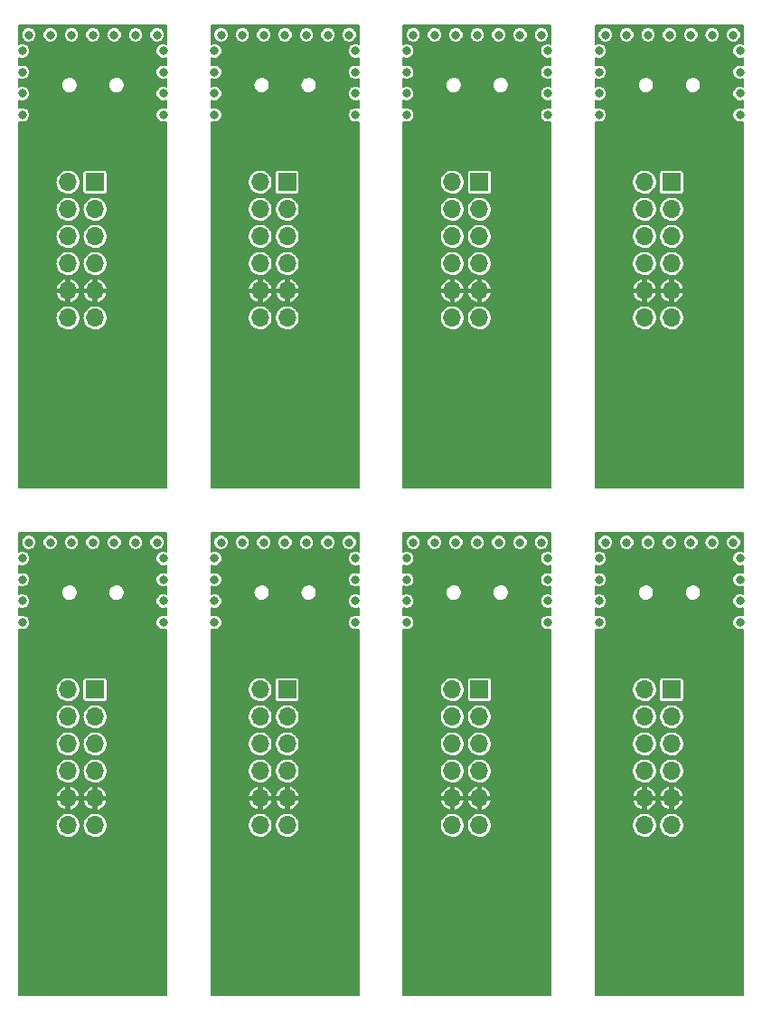
<source format=gbl>
G04 #@! TF.GenerationSoftware,KiCad,Pcbnew,(5.99.0-1907-g1c46bf195)*
G04 #@! TF.CreationDate,2020-10-23T20:38:09+00:00*
G04 #@! TF.ProjectId,USB PMOD Panelised,55534220-504d-44f4-9420-50616e656c69,rev?*
G04 #@! TF.SameCoordinates,Original*
G04 #@! TF.FileFunction,Copper,L2,Bot*
G04 #@! TF.FilePolarity,Positive*
%FSLAX46Y46*%
G04 Gerber Fmt 4.6, Leading zero omitted, Abs format (unit mm)*
G04 Created by KiCad (PCBNEW (5.99.0-1907-g1c46bf195)) date 2020-10-23 20:38:09*
%MOMM*%
%LPD*%
G01*
G04 APERTURE LIST*
G04 #@! TA.AperFunction,ComponentPad*
%ADD10C,0.800000*%
G04 #@! TD*
G04 #@! TA.AperFunction,ComponentPad*
%ADD11C,6.400000*%
G04 #@! TD*
G04 #@! TA.AperFunction,ComponentPad*
%ADD12O,1.700000X1.700000*%
G04 #@! TD*
G04 #@! TA.AperFunction,ComponentPad*
%ADD13R,1.700000X1.700000*%
G04 #@! TD*
G04 #@! TA.AperFunction,ViaPad*
%ADD14C,0.800000*%
G04 #@! TD*
G04 #@! TA.AperFunction,Conductor*
%ADD15C,0.203200*%
G04 #@! TD*
G04 APERTURE END LIST*
D10*
G04 #@! TO.P,H1,1,1*
G04 #@! TO.N,GND*
X151247056Y-121602944D03*
X149550000Y-120900000D03*
X147852944Y-121602944D03*
X147150000Y-123300000D03*
X147852944Y-124997056D03*
X149550000Y-125700000D03*
X151247056Y-124997056D03*
X151950000Y-123300000D03*
D11*
X149550000Y-123300000D03*
G04 #@! TD*
D10*
G04 #@! TO.P,H1,1,1*
G04 #@! TO.N,GND*
X133247056Y-121602944D03*
X131550000Y-120900000D03*
X129852944Y-121602944D03*
X129150000Y-123300000D03*
X129852944Y-124997056D03*
X131550000Y-125700000D03*
X133247056Y-124997056D03*
X133950000Y-123300000D03*
D11*
X131550000Y-123300000D03*
G04 #@! TD*
D10*
G04 #@! TO.P,H1,1,1*
G04 #@! TO.N,GND*
X115247056Y-121602944D03*
X113550000Y-120900000D03*
X111852944Y-121602944D03*
X111150000Y-123300000D03*
X111852944Y-124997056D03*
X113550000Y-125700000D03*
X115247056Y-124997056D03*
X115950000Y-123300000D03*
D11*
X113550000Y-123300000D03*
G04 #@! TD*
D10*
G04 #@! TO.P,H1,1,1*
G04 #@! TO.N,GND*
X97247056Y-121602944D03*
X95550000Y-120900000D03*
X93852944Y-121602944D03*
X93150000Y-123300000D03*
X93852944Y-124997056D03*
X95550000Y-125700000D03*
X97247056Y-124997056D03*
X97950000Y-123300000D03*
D11*
X95550000Y-123300000D03*
G04 #@! TD*
D10*
G04 #@! TO.P,H1,1,1*
G04 #@! TO.N,GND*
X151247056Y-74102944D03*
X149550000Y-73400000D03*
X147852944Y-74102944D03*
X147150000Y-75800000D03*
X147852944Y-77497056D03*
X149550000Y-78200000D03*
X151247056Y-77497056D03*
X151950000Y-75800000D03*
D11*
X149550000Y-75800000D03*
G04 #@! TD*
D10*
G04 #@! TO.P,H1,1,1*
G04 #@! TO.N,GND*
X133247056Y-74102944D03*
X131550000Y-73400000D03*
X129852944Y-74102944D03*
X129150000Y-75800000D03*
X129852944Y-77497056D03*
X131550000Y-78200000D03*
X133247056Y-77497056D03*
X133950000Y-75800000D03*
D11*
X131550000Y-75800000D03*
G04 #@! TD*
D10*
G04 #@! TO.P,H1,1,1*
G04 #@! TO.N,GND*
X115247056Y-74102944D03*
X113550000Y-73400000D03*
X111852944Y-74102944D03*
X111150000Y-75800000D03*
X111852944Y-77497056D03*
X113550000Y-78200000D03*
X115247056Y-77497056D03*
X115950000Y-75800000D03*
D11*
X113550000Y-75800000D03*
G04 #@! TD*
D12*
G04 #@! TO.P,J2,12,Pin_12*
G04 #@! TO.N,Net-(D1-Pad2)*
X150960000Y-114040000D03*
G04 #@! TO.P,J2,6,Pin_6*
X153500000Y-114040000D03*
G04 #@! TO.P,J2,11,Pin_11*
G04 #@! TO.N,GND*
X150960000Y-111500000D03*
G04 #@! TO.P,J2,5,Pin_5*
X153500000Y-111500000D03*
G04 #@! TO.P,J2,10,Pin_10*
G04 #@! TO.N,Net-(J2-Pad10)*
X150960000Y-108960000D03*
G04 #@! TO.P,J2,4,Pin_4*
G04 #@! TO.N,Net-(J2-Pad4)*
X153500000Y-108960000D03*
G04 #@! TO.P,J2,9,Pin_9*
G04 #@! TO.N,Net-(J2-Pad9)*
X150960000Y-106420000D03*
G04 #@! TO.P,J2,3,Pin_3*
G04 #@! TO.N,Net-(J2-Pad3)*
X153500000Y-106420000D03*
G04 #@! TO.P,J2,8,Pin_8*
G04 #@! TO.N,Net-(J2-Pad8)*
X150960000Y-103880000D03*
G04 #@! TO.P,J2,2,Pin_2*
G04 #@! TO.N,Net-(J2-Pad2)*
X153500000Y-103880000D03*
G04 #@! TO.P,J2,7,Pin_7*
G04 #@! TO.N,Net-(J2-Pad7)*
X150960000Y-101340000D03*
D13*
G04 #@! TO.P,J2,1,Pin_1*
G04 #@! TO.N,Net-(J2-Pad1)*
X153500000Y-101340000D03*
G04 #@! TD*
D12*
G04 #@! TO.P,J2,12,Pin_12*
G04 #@! TO.N,Net-(D1-Pad2)*
X132960000Y-114040000D03*
G04 #@! TO.P,J2,6,Pin_6*
X135500000Y-114040000D03*
G04 #@! TO.P,J2,11,Pin_11*
G04 #@! TO.N,GND*
X132960000Y-111500000D03*
G04 #@! TO.P,J2,5,Pin_5*
X135500000Y-111500000D03*
G04 #@! TO.P,J2,10,Pin_10*
G04 #@! TO.N,Net-(J2-Pad10)*
X132960000Y-108960000D03*
G04 #@! TO.P,J2,4,Pin_4*
G04 #@! TO.N,Net-(J2-Pad4)*
X135500000Y-108960000D03*
G04 #@! TO.P,J2,9,Pin_9*
G04 #@! TO.N,Net-(J2-Pad9)*
X132960000Y-106420000D03*
G04 #@! TO.P,J2,3,Pin_3*
G04 #@! TO.N,Net-(J2-Pad3)*
X135500000Y-106420000D03*
G04 #@! TO.P,J2,8,Pin_8*
G04 #@! TO.N,Net-(J2-Pad8)*
X132960000Y-103880000D03*
G04 #@! TO.P,J2,2,Pin_2*
G04 #@! TO.N,Net-(J2-Pad2)*
X135500000Y-103880000D03*
G04 #@! TO.P,J2,7,Pin_7*
G04 #@! TO.N,Net-(J2-Pad7)*
X132960000Y-101340000D03*
D13*
G04 #@! TO.P,J2,1,Pin_1*
G04 #@! TO.N,Net-(J2-Pad1)*
X135500000Y-101340000D03*
G04 #@! TD*
D12*
G04 #@! TO.P,J2,12,Pin_12*
G04 #@! TO.N,Net-(D1-Pad2)*
X114960000Y-114040000D03*
G04 #@! TO.P,J2,6,Pin_6*
X117500000Y-114040000D03*
G04 #@! TO.P,J2,11,Pin_11*
G04 #@! TO.N,GND*
X114960000Y-111500000D03*
G04 #@! TO.P,J2,5,Pin_5*
X117500000Y-111500000D03*
G04 #@! TO.P,J2,10,Pin_10*
G04 #@! TO.N,Net-(J2-Pad10)*
X114960000Y-108960000D03*
G04 #@! TO.P,J2,4,Pin_4*
G04 #@! TO.N,Net-(J2-Pad4)*
X117500000Y-108960000D03*
G04 #@! TO.P,J2,9,Pin_9*
G04 #@! TO.N,Net-(J2-Pad9)*
X114960000Y-106420000D03*
G04 #@! TO.P,J2,3,Pin_3*
G04 #@! TO.N,Net-(J2-Pad3)*
X117500000Y-106420000D03*
G04 #@! TO.P,J2,8,Pin_8*
G04 #@! TO.N,Net-(J2-Pad8)*
X114960000Y-103880000D03*
G04 #@! TO.P,J2,2,Pin_2*
G04 #@! TO.N,Net-(J2-Pad2)*
X117500000Y-103880000D03*
G04 #@! TO.P,J2,7,Pin_7*
G04 #@! TO.N,Net-(J2-Pad7)*
X114960000Y-101340000D03*
D13*
G04 #@! TO.P,J2,1,Pin_1*
G04 #@! TO.N,Net-(J2-Pad1)*
X117500000Y-101340000D03*
G04 #@! TD*
D12*
G04 #@! TO.P,J2,12,Pin_12*
G04 #@! TO.N,Net-(D1-Pad2)*
X96960000Y-114040000D03*
G04 #@! TO.P,J2,6,Pin_6*
X99500000Y-114040000D03*
G04 #@! TO.P,J2,11,Pin_11*
G04 #@! TO.N,GND*
X96960000Y-111500000D03*
G04 #@! TO.P,J2,5,Pin_5*
X99500000Y-111500000D03*
G04 #@! TO.P,J2,10,Pin_10*
G04 #@! TO.N,Net-(J2-Pad10)*
X96960000Y-108960000D03*
G04 #@! TO.P,J2,4,Pin_4*
G04 #@! TO.N,Net-(J2-Pad4)*
X99500000Y-108960000D03*
G04 #@! TO.P,J2,9,Pin_9*
G04 #@! TO.N,Net-(J2-Pad9)*
X96960000Y-106420000D03*
G04 #@! TO.P,J2,3,Pin_3*
G04 #@! TO.N,Net-(J2-Pad3)*
X99500000Y-106420000D03*
G04 #@! TO.P,J2,8,Pin_8*
G04 #@! TO.N,Net-(J2-Pad8)*
X96960000Y-103880000D03*
G04 #@! TO.P,J2,2,Pin_2*
G04 #@! TO.N,Net-(J2-Pad2)*
X99500000Y-103880000D03*
G04 #@! TO.P,J2,7,Pin_7*
G04 #@! TO.N,Net-(J2-Pad7)*
X96960000Y-101340000D03*
D13*
G04 #@! TO.P,J2,1,Pin_1*
G04 #@! TO.N,Net-(J2-Pad1)*
X99500000Y-101340000D03*
G04 #@! TD*
D12*
G04 #@! TO.P,J2,12,Pin_12*
G04 #@! TO.N,Net-(D1-Pad2)*
X150960000Y-66540000D03*
G04 #@! TO.P,J2,6,Pin_6*
X153500000Y-66540000D03*
G04 #@! TO.P,J2,11,Pin_11*
G04 #@! TO.N,GND*
X150960000Y-64000000D03*
G04 #@! TO.P,J2,5,Pin_5*
X153500000Y-64000000D03*
G04 #@! TO.P,J2,10,Pin_10*
G04 #@! TO.N,Net-(J2-Pad10)*
X150960000Y-61460000D03*
G04 #@! TO.P,J2,4,Pin_4*
G04 #@! TO.N,Net-(J2-Pad4)*
X153500000Y-61460000D03*
G04 #@! TO.P,J2,9,Pin_9*
G04 #@! TO.N,Net-(J2-Pad9)*
X150960000Y-58920000D03*
G04 #@! TO.P,J2,3,Pin_3*
G04 #@! TO.N,Net-(J2-Pad3)*
X153500000Y-58920000D03*
G04 #@! TO.P,J2,8,Pin_8*
G04 #@! TO.N,Net-(J2-Pad8)*
X150960000Y-56380000D03*
G04 #@! TO.P,J2,2,Pin_2*
G04 #@! TO.N,Net-(J2-Pad2)*
X153500000Y-56380000D03*
G04 #@! TO.P,J2,7,Pin_7*
G04 #@! TO.N,Net-(J2-Pad7)*
X150960000Y-53840000D03*
D13*
G04 #@! TO.P,J2,1,Pin_1*
G04 #@! TO.N,Net-(J2-Pad1)*
X153500000Y-53840000D03*
G04 #@! TD*
D12*
G04 #@! TO.P,J2,12,Pin_12*
G04 #@! TO.N,Net-(D1-Pad2)*
X132960000Y-66540000D03*
G04 #@! TO.P,J2,6,Pin_6*
X135500000Y-66540000D03*
G04 #@! TO.P,J2,11,Pin_11*
G04 #@! TO.N,GND*
X132960000Y-64000000D03*
G04 #@! TO.P,J2,5,Pin_5*
X135500000Y-64000000D03*
G04 #@! TO.P,J2,10,Pin_10*
G04 #@! TO.N,Net-(J2-Pad10)*
X132960000Y-61460000D03*
G04 #@! TO.P,J2,4,Pin_4*
G04 #@! TO.N,Net-(J2-Pad4)*
X135500000Y-61460000D03*
G04 #@! TO.P,J2,9,Pin_9*
G04 #@! TO.N,Net-(J2-Pad9)*
X132960000Y-58920000D03*
G04 #@! TO.P,J2,3,Pin_3*
G04 #@! TO.N,Net-(J2-Pad3)*
X135500000Y-58920000D03*
G04 #@! TO.P,J2,8,Pin_8*
G04 #@! TO.N,Net-(J2-Pad8)*
X132960000Y-56380000D03*
G04 #@! TO.P,J2,2,Pin_2*
G04 #@! TO.N,Net-(J2-Pad2)*
X135500000Y-56380000D03*
G04 #@! TO.P,J2,7,Pin_7*
G04 #@! TO.N,Net-(J2-Pad7)*
X132960000Y-53840000D03*
D13*
G04 #@! TO.P,J2,1,Pin_1*
G04 #@! TO.N,Net-(J2-Pad1)*
X135500000Y-53840000D03*
G04 #@! TD*
D12*
G04 #@! TO.P,J2,12,Pin_12*
G04 #@! TO.N,Net-(D1-Pad2)*
X114960000Y-66540000D03*
G04 #@! TO.P,J2,6,Pin_6*
X117500000Y-66540000D03*
G04 #@! TO.P,J2,11,Pin_11*
G04 #@! TO.N,GND*
X114960000Y-64000000D03*
G04 #@! TO.P,J2,5,Pin_5*
X117500000Y-64000000D03*
G04 #@! TO.P,J2,10,Pin_10*
G04 #@! TO.N,Net-(J2-Pad10)*
X114960000Y-61460000D03*
G04 #@! TO.P,J2,4,Pin_4*
G04 #@! TO.N,Net-(J2-Pad4)*
X117500000Y-61460000D03*
G04 #@! TO.P,J2,9,Pin_9*
G04 #@! TO.N,Net-(J2-Pad9)*
X114960000Y-58920000D03*
G04 #@! TO.P,J2,3,Pin_3*
G04 #@! TO.N,Net-(J2-Pad3)*
X117500000Y-58920000D03*
G04 #@! TO.P,J2,8,Pin_8*
G04 #@! TO.N,Net-(J2-Pad8)*
X114960000Y-56380000D03*
G04 #@! TO.P,J2,2,Pin_2*
G04 #@! TO.N,Net-(J2-Pad2)*
X117500000Y-56380000D03*
G04 #@! TO.P,J2,7,Pin_7*
G04 #@! TO.N,Net-(J2-Pad7)*
X114960000Y-53840000D03*
D13*
G04 #@! TO.P,J2,1,Pin_1*
G04 #@! TO.N,Net-(J2-Pad1)*
X117500000Y-53840000D03*
G04 #@! TD*
D12*
G04 #@! TO.P,J2,12,Pin_12*
G04 #@! TO.N,Net-(D1-Pad2)*
X96960000Y-66540000D03*
G04 #@! TO.P,J2,6,Pin_6*
X99500000Y-66540000D03*
G04 #@! TO.P,J2,11,Pin_11*
G04 #@! TO.N,GND*
X96960000Y-64000000D03*
G04 #@! TO.P,J2,5,Pin_5*
X99500000Y-64000000D03*
G04 #@! TO.P,J2,10,Pin_10*
G04 #@! TO.N,Net-(J2-Pad10)*
X96960000Y-61460000D03*
G04 #@! TO.P,J2,4,Pin_4*
G04 #@! TO.N,Net-(J2-Pad4)*
X99500000Y-61460000D03*
G04 #@! TO.P,J2,9,Pin_9*
G04 #@! TO.N,Net-(J2-Pad9)*
X96960000Y-58920000D03*
G04 #@! TO.P,J2,3,Pin_3*
G04 #@! TO.N,Net-(J2-Pad3)*
X99500000Y-58920000D03*
G04 #@! TO.P,J2,8,Pin_8*
G04 #@! TO.N,Net-(J2-Pad8)*
X96960000Y-56380000D03*
G04 #@! TO.P,J2,2,Pin_2*
G04 #@! TO.N,Net-(J2-Pad2)*
X99500000Y-56380000D03*
G04 #@! TO.P,J2,7,Pin_7*
G04 #@! TO.N,Net-(J2-Pad7)*
X96960000Y-53840000D03*
D13*
G04 #@! TO.P,J2,1,Pin_1*
G04 #@! TO.N,Net-(J2-Pad1)*
X99500000Y-53840000D03*
G04 #@! TD*
D10*
G04 #@! TO.P,H1,1,1*
G04 #@! TO.N,GND*
X97247056Y-74102944D03*
X95550000Y-73400000D03*
X93852944Y-74102944D03*
X93150000Y-75800000D03*
X93852944Y-77497056D03*
X95550000Y-78200000D03*
X97247056Y-77497056D03*
X97950000Y-75800000D03*
D11*
X95550000Y-75800000D03*
G04 #@! TD*
D14*
G04 #@! TO.N,Net-(J1-Pad6)*
X99300000Y-40050000D03*
X159900000Y-91050000D03*
X141900000Y-91050000D03*
X123900000Y-91050000D03*
X105900000Y-91050000D03*
X159900000Y-43550000D03*
X141900000Y-43550000D03*
X123900000Y-43550000D03*
X146700000Y-95050000D03*
X128700000Y-95050000D03*
X110700000Y-95050000D03*
X92700000Y-95050000D03*
X146700000Y-47550000D03*
X128700000Y-47550000D03*
X110700000Y-47550000D03*
X147300000Y-87550000D03*
X129300000Y-87550000D03*
X111300000Y-87550000D03*
X93300000Y-87550000D03*
X147300000Y-40050000D03*
X129300000Y-40050000D03*
X111300000Y-40050000D03*
X159900000Y-89050000D03*
X141900000Y-89050000D03*
X123900000Y-89050000D03*
X105900000Y-89050000D03*
X159900000Y-41550000D03*
X141900000Y-41550000D03*
X123900000Y-41550000D03*
X157300000Y-87550000D03*
X139300000Y-87550000D03*
X121300000Y-87550000D03*
X103300000Y-87550000D03*
X157300000Y-40050000D03*
X139300000Y-40050000D03*
X121300000Y-40050000D03*
X159900000Y-93050000D03*
X141900000Y-93050000D03*
X123900000Y-93050000D03*
X105900000Y-93050000D03*
X159900000Y-45550000D03*
X141900000Y-45550000D03*
X123900000Y-45550000D03*
X159300000Y-87550000D03*
X141300000Y-87550000D03*
X123300000Y-87550000D03*
X105300000Y-87550000D03*
X159300000Y-40050000D03*
X141300000Y-40050000D03*
X123300000Y-40050000D03*
X146700000Y-93050000D03*
X128700000Y-93050000D03*
X110700000Y-93050000D03*
X92700000Y-93050000D03*
X146700000Y-45550000D03*
X128700000Y-45550000D03*
X110700000Y-45550000D03*
X146700000Y-89050000D03*
X128700000Y-89050000D03*
X110700000Y-89050000D03*
X92700000Y-89050000D03*
X146700000Y-41550000D03*
X128700000Y-41550000D03*
X110700000Y-41550000D03*
X153300000Y-87550000D03*
X135300000Y-87550000D03*
X117300000Y-87550000D03*
X99300000Y-87550000D03*
X153300000Y-40050000D03*
X135300000Y-40050000D03*
X117300000Y-40050000D03*
X151300000Y-87550000D03*
X133300000Y-87550000D03*
X115300000Y-87550000D03*
X97300000Y-87550000D03*
X151300000Y-40050000D03*
X133300000Y-40050000D03*
X115300000Y-40050000D03*
X159900000Y-95050000D03*
X141900000Y-95050000D03*
X123900000Y-95050000D03*
X105900000Y-95050000D03*
X159900000Y-47550000D03*
X141900000Y-47550000D03*
X123900000Y-47550000D03*
X146700000Y-91050000D03*
X128700000Y-91050000D03*
X110700000Y-91050000D03*
X92700000Y-91050000D03*
X146700000Y-43550000D03*
X128700000Y-43550000D03*
X110700000Y-43550000D03*
X155300000Y-87550000D03*
X137300000Y-87550000D03*
X119300000Y-87550000D03*
X101300000Y-87550000D03*
X155300000Y-40050000D03*
X137300000Y-40050000D03*
X119300000Y-40050000D03*
X149300000Y-87550000D03*
X131300000Y-87550000D03*
X113300000Y-87550000D03*
X95300000Y-87550000D03*
X149300000Y-40050000D03*
X131300000Y-40050000D03*
X113300000Y-40050000D03*
X105900000Y-47550000D03*
X105900000Y-45550000D03*
X105900000Y-41550000D03*
X105900000Y-43550000D03*
X105300000Y-40050000D03*
X103300000Y-40050000D03*
X101300000Y-40050000D03*
X97300000Y-40050000D03*
X95300000Y-40050000D03*
X92700000Y-47550000D03*
X92700000Y-45550000D03*
X92700000Y-43550000D03*
X92700000Y-41550000D03*
X93300000Y-40050000D03*
G04 #@! TD*
G04 #@! TO.N,GND*
G36*
X142199400Y-88405159D02*
G01*
X142019411Y-88346678D01*
X142003771Y-88344201D01*
X141796229Y-88344201D01*
X141780589Y-88346678D01*
X141583203Y-88410812D01*
X141569094Y-88418001D01*
X141401189Y-88539992D01*
X141389992Y-88551189D01*
X141268001Y-88719094D01*
X141260812Y-88733203D01*
X141196678Y-88930589D01*
X141194201Y-88946229D01*
X141194201Y-89153771D01*
X141196678Y-89169411D01*
X141260812Y-89366797D01*
X141268001Y-89380906D01*
X141389992Y-89548811D01*
X141401189Y-89560008D01*
X141569094Y-89681999D01*
X141583203Y-89689188D01*
X141780589Y-89753322D01*
X141796229Y-89755799D01*
X142003771Y-89755799D01*
X142019411Y-89753322D01*
X142199400Y-89694841D01*
X142199400Y-90405159D01*
X142019411Y-90346678D01*
X142003771Y-90344201D01*
X141796229Y-90344201D01*
X141780589Y-90346678D01*
X141583203Y-90410812D01*
X141569094Y-90418001D01*
X141401189Y-90539992D01*
X141389992Y-90551189D01*
X141268001Y-90719094D01*
X141260812Y-90733203D01*
X141196678Y-90930589D01*
X141194201Y-90946229D01*
X141194201Y-91153771D01*
X141196678Y-91169411D01*
X141260812Y-91366797D01*
X141268001Y-91380906D01*
X141389992Y-91548811D01*
X141401189Y-91560008D01*
X141569094Y-91681999D01*
X141583203Y-91689188D01*
X141780589Y-91753322D01*
X141796229Y-91755799D01*
X142003771Y-91755799D01*
X142019411Y-91753322D01*
X142199400Y-91694841D01*
X142199400Y-92405159D01*
X142019411Y-92346678D01*
X142003771Y-92344201D01*
X141796229Y-92344201D01*
X141780589Y-92346678D01*
X141583203Y-92410812D01*
X141569094Y-92418001D01*
X141401189Y-92539992D01*
X141389992Y-92551189D01*
X141268001Y-92719094D01*
X141260812Y-92733203D01*
X141196678Y-92930589D01*
X141194201Y-92946229D01*
X141194201Y-93153771D01*
X141196678Y-93169411D01*
X141260812Y-93366797D01*
X141268001Y-93380906D01*
X141389992Y-93548811D01*
X141401189Y-93560008D01*
X141569094Y-93681999D01*
X141583203Y-93689188D01*
X141780589Y-93753322D01*
X141796229Y-93755799D01*
X142003771Y-93755799D01*
X142019411Y-93753322D01*
X142199400Y-93694841D01*
X142199400Y-94405159D01*
X142019411Y-94346678D01*
X142003771Y-94344201D01*
X141796229Y-94344201D01*
X141780589Y-94346678D01*
X141583203Y-94410812D01*
X141569094Y-94418001D01*
X141401189Y-94539992D01*
X141389992Y-94551189D01*
X141268001Y-94719094D01*
X141260812Y-94733203D01*
X141196678Y-94930589D01*
X141194201Y-94946229D01*
X141194201Y-95153771D01*
X141196678Y-95169411D01*
X141260812Y-95366797D01*
X141268001Y-95380906D01*
X141389992Y-95548811D01*
X141401189Y-95560008D01*
X141569094Y-95681999D01*
X141583203Y-95689188D01*
X141780589Y-95753322D01*
X141796229Y-95755799D01*
X142003771Y-95755799D01*
X142019411Y-95753322D01*
X142199400Y-95694841D01*
X142199400Y-129949400D01*
X128400600Y-129949400D01*
X128400600Y-114132071D01*
X131804758Y-114132071D01*
X131805582Y-114141877D01*
X131844643Y-114354706D01*
X131847355Y-114364165D01*
X131927011Y-114565352D01*
X131931509Y-114574104D01*
X132048725Y-114755989D01*
X132054838Y-114763701D01*
X132205150Y-114919354D01*
X132212644Y-114925732D01*
X132390327Y-115049225D01*
X132398917Y-115054025D01*
X132597203Y-115140654D01*
X132606561Y-115143695D01*
X132817897Y-115190160D01*
X132827668Y-115191325D01*
X133044003Y-115195857D01*
X133053815Y-115195102D01*
X133266911Y-115157527D01*
X133276389Y-115154881D01*
X133478128Y-115076631D01*
X133486911Y-115072195D01*
X133669609Y-114956251D01*
X133677364Y-114950193D01*
X133834063Y-114800971D01*
X133840493Y-114793522D01*
X133965223Y-114616705D01*
X133970083Y-114608149D01*
X134058095Y-114410473D01*
X134061201Y-114401136D01*
X134109218Y-114189786D01*
X134110467Y-114179316D01*
X134111126Y-114132071D01*
X134344758Y-114132071D01*
X134345582Y-114141877D01*
X134384643Y-114354706D01*
X134387355Y-114364165D01*
X134467011Y-114565352D01*
X134471509Y-114574104D01*
X134588725Y-114755989D01*
X134594838Y-114763701D01*
X134745150Y-114919354D01*
X134752644Y-114925732D01*
X134930327Y-115049225D01*
X134938917Y-115054025D01*
X135137203Y-115140654D01*
X135146561Y-115143695D01*
X135357897Y-115190160D01*
X135367668Y-115191325D01*
X135584003Y-115195857D01*
X135593815Y-115195102D01*
X135806911Y-115157527D01*
X135816389Y-115154881D01*
X136018128Y-115076631D01*
X136026911Y-115072195D01*
X136209609Y-114956251D01*
X136217364Y-114950193D01*
X136374063Y-114800971D01*
X136380493Y-114793522D01*
X136505223Y-114616705D01*
X136510083Y-114608149D01*
X136598095Y-114410473D01*
X136601201Y-114401136D01*
X136649218Y-114189786D01*
X136650467Y-114179316D01*
X136653908Y-113932862D01*
X136652952Y-113922361D01*
X136610854Y-113709753D01*
X136608010Y-113700332D01*
X136525553Y-113500276D01*
X136520934Y-113491588D01*
X136401189Y-113311358D01*
X136394970Y-113303732D01*
X136242499Y-113150193D01*
X136234917Y-113143920D01*
X136055527Y-113022920D01*
X136046871Y-113018239D01*
X135847394Y-112934388D01*
X135837994Y-112931478D01*
X135626031Y-112887967D01*
X135616244Y-112886939D01*
X135399866Y-112885429D01*
X135390066Y-112886321D01*
X135177516Y-112926867D01*
X135168076Y-112929645D01*
X134967449Y-113010703D01*
X134958728Y-113015262D01*
X134777666Y-113133747D01*
X134769997Y-113139913D01*
X134615398Y-113291307D01*
X134609072Y-113298846D01*
X134486823Y-113477386D01*
X134482082Y-113486009D01*
X134396840Y-113684895D01*
X134393864Y-113694274D01*
X134348875Y-113905930D01*
X134347778Y-113915709D01*
X134344758Y-114132071D01*
X134111126Y-114132071D01*
X134113908Y-113932862D01*
X134112952Y-113922361D01*
X134070854Y-113709753D01*
X134068010Y-113700332D01*
X133985553Y-113500276D01*
X133980934Y-113491588D01*
X133861189Y-113311358D01*
X133854970Y-113303732D01*
X133702499Y-113150193D01*
X133694917Y-113143920D01*
X133515527Y-113022920D01*
X133506871Y-113018239D01*
X133307394Y-112934388D01*
X133297994Y-112931478D01*
X133086031Y-112887967D01*
X133076244Y-112886939D01*
X132859866Y-112885429D01*
X132850066Y-112886321D01*
X132637516Y-112926867D01*
X132628076Y-112929645D01*
X132427449Y-113010703D01*
X132418728Y-113015262D01*
X132237666Y-113133747D01*
X132229997Y-113139913D01*
X132075398Y-113291307D01*
X132069072Y-113298846D01*
X131946823Y-113477386D01*
X131942082Y-113486009D01*
X131856840Y-113684895D01*
X131853864Y-113694274D01*
X131808875Y-113905930D01*
X131807778Y-113915709D01*
X131804758Y-114132071D01*
X128400600Y-114132071D01*
X128400600Y-111725809D01*
X131828328Y-111725809D01*
X131844643Y-111814705D01*
X131847355Y-111824164D01*
X131927011Y-112025352D01*
X131931509Y-112034104D01*
X132048725Y-112215989D01*
X132054838Y-112223701D01*
X132205150Y-112379354D01*
X132212644Y-112385732D01*
X132390327Y-112509225D01*
X132398917Y-112514025D01*
X132597203Y-112600654D01*
X132606561Y-112603695D01*
X132731473Y-112631158D01*
X132806600Y-112570754D01*
X132806600Y-111712330D01*
X133113400Y-111712330D01*
X133113400Y-112571615D01*
X133185271Y-112631923D01*
X133266911Y-112617527D01*
X133276389Y-112614881D01*
X133478128Y-112536631D01*
X133486911Y-112532195D01*
X133669609Y-112416251D01*
X133677364Y-112410193D01*
X133834063Y-112260971D01*
X133840493Y-112253522D01*
X133965223Y-112076705D01*
X133970083Y-112068149D01*
X134058095Y-111870473D01*
X134061201Y-111861136D01*
X134091204Y-111729076D01*
X134088597Y-111725809D01*
X134368328Y-111725809D01*
X134384643Y-111814705D01*
X134387355Y-111824164D01*
X134467011Y-112025352D01*
X134471509Y-112034104D01*
X134588725Y-112215989D01*
X134594838Y-112223701D01*
X134745150Y-112379354D01*
X134752644Y-112385732D01*
X134930327Y-112509225D01*
X134938917Y-112514025D01*
X135137203Y-112600654D01*
X135146561Y-112603695D01*
X135271473Y-112631158D01*
X135346600Y-112570754D01*
X135346600Y-111712330D01*
X135653400Y-111712330D01*
X135653400Y-112571615D01*
X135725271Y-112631923D01*
X135806911Y-112617527D01*
X135816389Y-112614881D01*
X136018128Y-112536631D01*
X136026911Y-112532195D01*
X136209609Y-112416251D01*
X136217364Y-112410193D01*
X136374063Y-112260971D01*
X136380493Y-112253522D01*
X136505223Y-112076705D01*
X136510083Y-112068149D01*
X136598095Y-111870473D01*
X136601201Y-111861136D01*
X136631204Y-111729076D01*
X136570794Y-111653400D01*
X135712330Y-111653400D01*
X135653400Y-111712330D01*
X135346600Y-111712330D01*
X135287670Y-111653400D01*
X134428658Y-111653400D01*
X134368328Y-111725809D01*
X134088597Y-111725809D01*
X134030794Y-111653400D01*
X133172330Y-111653400D01*
X133113400Y-111712330D01*
X132806600Y-111712330D01*
X132747670Y-111653400D01*
X131888658Y-111653400D01*
X131828328Y-111725809D01*
X128400600Y-111725809D01*
X128400600Y-111272019D01*
X131828837Y-111272019D01*
X131889231Y-111346600D01*
X132747670Y-111346600D01*
X132806600Y-111287670D01*
X132806600Y-110429166D01*
X133113400Y-110429166D01*
X133113400Y-111287670D01*
X133172330Y-111346600D01*
X134030953Y-111346600D01*
X134091320Y-111273107D01*
X134091105Y-111272019D01*
X134368837Y-111272019D01*
X134429231Y-111346600D01*
X135287670Y-111346600D01*
X135346600Y-111287670D01*
X135346600Y-110429166D01*
X135653400Y-110429166D01*
X135653400Y-111287670D01*
X135712330Y-111346600D01*
X136570953Y-111346600D01*
X136631320Y-111273107D01*
X136610854Y-111169752D01*
X136608010Y-111160332D01*
X136525553Y-110960276D01*
X136520934Y-110951588D01*
X136401189Y-110771358D01*
X136394970Y-110763732D01*
X136242499Y-110610193D01*
X136234917Y-110603920D01*
X136055527Y-110482920D01*
X136046871Y-110478239D01*
X135847394Y-110394388D01*
X135837994Y-110391478D01*
X135727436Y-110368783D01*
X135653400Y-110429166D01*
X135346600Y-110429166D01*
X135346600Y-110428878D01*
X135273650Y-110368529D01*
X135177516Y-110386867D01*
X135168076Y-110389645D01*
X134967449Y-110470703D01*
X134958728Y-110475262D01*
X134777666Y-110593747D01*
X134769997Y-110599913D01*
X134615398Y-110751307D01*
X134609072Y-110758846D01*
X134486823Y-110937386D01*
X134482082Y-110946009D01*
X134396840Y-111144895D01*
X134393864Y-111154275D01*
X134368837Y-111272019D01*
X134091105Y-111272019D01*
X134070854Y-111169752D01*
X134068010Y-111160332D01*
X133985553Y-110960276D01*
X133980934Y-110951588D01*
X133861189Y-110771358D01*
X133854970Y-110763732D01*
X133702499Y-110610193D01*
X133694917Y-110603920D01*
X133515527Y-110482920D01*
X133506871Y-110478239D01*
X133307394Y-110394388D01*
X133297994Y-110391478D01*
X133187436Y-110368783D01*
X133113400Y-110429166D01*
X132806600Y-110429166D01*
X132806600Y-110428878D01*
X132733650Y-110368529D01*
X132637516Y-110386867D01*
X132628076Y-110389645D01*
X132427449Y-110470703D01*
X132418728Y-110475262D01*
X132237666Y-110593747D01*
X132229997Y-110599913D01*
X132075398Y-110751307D01*
X132069072Y-110758846D01*
X131946823Y-110937386D01*
X131942082Y-110946009D01*
X131856840Y-111144895D01*
X131853864Y-111154275D01*
X131828837Y-111272019D01*
X128400600Y-111272019D01*
X128400600Y-109052071D01*
X131804758Y-109052071D01*
X131805582Y-109061877D01*
X131844643Y-109274706D01*
X131847355Y-109284165D01*
X131927011Y-109485352D01*
X131931509Y-109494104D01*
X132048725Y-109675989D01*
X132054838Y-109683701D01*
X132205150Y-109839354D01*
X132212644Y-109845732D01*
X132390327Y-109969225D01*
X132398917Y-109974025D01*
X132597203Y-110060654D01*
X132606561Y-110063695D01*
X132817897Y-110110160D01*
X132827668Y-110111325D01*
X133044003Y-110115857D01*
X133053815Y-110115102D01*
X133266911Y-110077527D01*
X133276389Y-110074881D01*
X133478128Y-109996631D01*
X133486911Y-109992195D01*
X133669609Y-109876251D01*
X133677364Y-109870193D01*
X133834063Y-109720971D01*
X133840493Y-109713522D01*
X133965223Y-109536705D01*
X133970083Y-109528149D01*
X134058095Y-109330473D01*
X134061201Y-109321136D01*
X134109218Y-109109786D01*
X134110467Y-109099316D01*
X134111126Y-109052071D01*
X134344758Y-109052071D01*
X134345582Y-109061877D01*
X134384643Y-109274706D01*
X134387355Y-109284165D01*
X134467011Y-109485352D01*
X134471509Y-109494104D01*
X134588725Y-109675989D01*
X134594838Y-109683701D01*
X134745150Y-109839354D01*
X134752644Y-109845732D01*
X134930327Y-109969225D01*
X134938917Y-109974025D01*
X135137203Y-110060654D01*
X135146561Y-110063695D01*
X135357897Y-110110160D01*
X135367668Y-110111325D01*
X135584003Y-110115857D01*
X135593815Y-110115102D01*
X135806911Y-110077527D01*
X135816389Y-110074881D01*
X136018128Y-109996631D01*
X136026911Y-109992195D01*
X136209609Y-109876251D01*
X136217364Y-109870193D01*
X136374063Y-109720971D01*
X136380493Y-109713522D01*
X136505223Y-109536705D01*
X136510083Y-109528149D01*
X136598095Y-109330473D01*
X136601201Y-109321136D01*
X136649218Y-109109786D01*
X136650467Y-109099316D01*
X136653908Y-108852862D01*
X136652952Y-108842361D01*
X136610854Y-108629753D01*
X136608010Y-108620332D01*
X136525553Y-108420276D01*
X136520934Y-108411588D01*
X136401189Y-108231358D01*
X136394970Y-108223732D01*
X136242499Y-108070193D01*
X136234917Y-108063920D01*
X136055527Y-107942920D01*
X136046871Y-107938239D01*
X135847394Y-107854388D01*
X135837994Y-107851478D01*
X135626031Y-107807967D01*
X135616244Y-107806939D01*
X135399866Y-107805429D01*
X135390066Y-107806321D01*
X135177516Y-107846867D01*
X135168076Y-107849645D01*
X134967449Y-107930703D01*
X134958728Y-107935262D01*
X134777666Y-108053747D01*
X134769997Y-108059913D01*
X134615398Y-108211307D01*
X134609072Y-108218846D01*
X134486823Y-108397386D01*
X134482082Y-108406009D01*
X134396840Y-108604895D01*
X134393864Y-108614274D01*
X134348875Y-108825930D01*
X134347778Y-108835709D01*
X134344758Y-109052071D01*
X134111126Y-109052071D01*
X134113908Y-108852862D01*
X134112952Y-108842361D01*
X134070854Y-108629753D01*
X134068010Y-108620332D01*
X133985553Y-108420276D01*
X133980934Y-108411588D01*
X133861189Y-108231358D01*
X133854970Y-108223732D01*
X133702499Y-108070193D01*
X133694917Y-108063920D01*
X133515527Y-107942920D01*
X133506871Y-107938239D01*
X133307394Y-107854388D01*
X133297994Y-107851478D01*
X133086031Y-107807967D01*
X133076244Y-107806939D01*
X132859866Y-107805429D01*
X132850066Y-107806321D01*
X132637516Y-107846867D01*
X132628076Y-107849645D01*
X132427449Y-107930703D01*
X132418728Y-107935262D01*
X132237666Y-108053747D01*
X132229997Y-108059913D01*
X132075398Y-108211307D01*
X132069072Y-108218846D01*
X131946823Y-108397386D01*
X131942082Y-108406009D01*
X131856840Y-108604895D01*
X131853864Y-108614274D01*
X131808875Y-108825930D01*
X131807778Y-108835709D01*
X131804758Y-109052071D01*
X128400600Y-109052071D01*
X128400600Y-106512071D01*
X131804758Y-106512071D01*
X131805582Y-106521877D01*
X131844643Y-106734706D01*
X131847355Y-106744165D01*
X131927011Y-106945352D01*
X131931509Y-106954104D01*
X132048725Y-107135989D01*
X132054838Y-107143701D01*
X132205150Y-107299354D01*
X132212644Y-107305732D01*
X132390327Y-107429225D01*
X132398917Y-107434025D01*
X132597203Y-107520654D01*
X132606561Y-107523695D01*
X132817897Y-107570160D01*
X132827668Y-107571325D01*
X133044003Y-107575857D01*
X133053815Y-107575102D01*
X133266911Y-107537527D01*
X133276389Y-107534881D01*
X133478128Y-107456631D01*
X133486911Y-107452195D01*
X133669609Y-107336251D01*
X133677364Y-107330193D01*
X133834063Y-107180971D01*
X133840493Y-107173522D01*
X133965223Y-106996705D01*
X133970083Y-106988149D01*
X134058095Y-106790473D01*
X134061201Y-106781136D01*
X134109218Y-106569786D01*
X134110467Y-106559316D01*
X134111126Y-106512071D01*
X134344758Y-106512071D01*
X134345582Y-106521877D01*
X134384643Y-106734706D01*
X134387355Y-106744165D01*
X134467011Y-106945352D01*
X134471509Y-106954104D01*
X134588725Y-107135989D01*
X134594838Y-107143701D01*
X134745150Y-107299354D01*
X134752644Y-107305732D01*
X134930327Y-107429225D01*
X134938917Y-107434025D01*
X135137203Y-107520654D01*
X135146561Y-107523695D01*
X135357897Y-107570160D01*
X135367668Y-107571325D01*
X135584003Y-107575857D01*
X135593815Y-107575102D01*
X135806911Y-107537527D01*
X135816389Y-107534881D01*
X136018128Y-107456631D01*
X136026911Y-107452195D01*
X136209609Y-107336251D01*
X136217364Y-107330193D01*
X136374063Y-107180971D01*
X136380493Y-107173522D01*
X136505223Y-106996705D01*
X136510083Y-106988149D01*
X136598095Y-106790473D01*
X136601201Y-106781136D01*
X136649218Y-106569786D01*
X136650467Y-106559316D01*
X136653908Y-106312862D01*
X136652952Y-106302361D01*
X136610854Y-106089753D01*
X136608010Y-106080332D01*
X136525553Y-105880276D01*
X136520934Y-105871588D01*
X136401189Y-105691358D01*
X136394970Y-105683732D01*
X136242499Y-105530193D01*
X136234917Y-105523920D01*
X136055527Y-105402920D01*
X136046871Y-105398239D01*
X135847394Y-105314388D01*
X135837994Y-105311478D01*
X135626031Y-105267967D01*
X135616244Y-105266939D01*
X135399866Y-105265429D01*
X135390066Y-105266321D01*
X135177516Y-105306867D01*
X135168076Y-105309645D01*
X134967449Y-105390703D01*
X134958728Y-105395262D01*
X134777666Y-105513747D01*
X134769997Y-105519913D01*
X134615398Y-105671307D01*
X134609072Y-105678846D01*
X134486823Y-105857386D01*
X134482082Y-105866009D01*
X134396840Y-106064895D01*
X134393864Y-106074274D01*
X134348875Y-106285930D01*
X134347778Y-106295709D01*
X134344758Y-106512071D01*
X134111126Y-106512071D01*
X134113908Y-106312862D01*
X134112952Y-106302361D01*
X134070854Y-106089753D01*
X134068010Y-106080332D01*
X133985553Y-105880276D01*
X133980934Y-105871588D01*
X133861189Y-105691358D01*
X133854970Y-105683732D01*
X133702499Y-105530193D01*
X133694917Y-105523920D01*
X133515527Y-105402920D01*
X133506871Y-105398239D01*
X133307394Y-105314388D01*
X133297994Y-105311478D01*
X133086031Y-105267967D01*
X133076244Y-105266939D01*
X132859866Y-105265429D01*
X132850066Y-105266321D01*
X132637516Y-105306867D01*
X132628076Y-105309645D01*
X132427449Y-105390703D01*
X132418728Y-105395262D01*
X132237666Y-105513747D01*
X132229997Y-105519913D01*
X132075398Y-105671307D01*
X132069072Y-105678846D01*
X131946823Y-105857386D01*
X131942082Y-105866009D01*
X131856840Y-106064895D01*
X131853864Y-106074274D01*
X131808875Y-106285930D01*
X131807778Y-106295709D01*
X131804758Y-106512071D01*
X128400600Y-106512071D01*
X128400600Y-103972071D01*
X131804758Y-103972071D01*
X131805582Y-103981877D01*
X131844643Y-104194706D01*
X131847355Y-104204165D01*
X131927011Y-104405352D01*
X131931509Y-104414104D01*
X132048725Y-104595989D01*
X132054838Y-104603701D01*
X132205150Y-104759354D01*
X132212644Y-104765732D01*
X132390327Y-104889225D01*
X132398917Y-104894025D01*
X132597203Y-104980654D01*
X132606561Y-104983695D01*
X132817897Y-105030160D01*
X132827668Y-105031325D01*
X133044003Y-105035857D01*
X133053815Y-105035102D01*
X133266911Y-104997527D01*
X133276389Y-104994881D01*
X133478128Y-104916631D01*
X133486911Y-104912195D01*
X133669609Y-104796251D01*
X133677364Y-104790193D01*
X133834063Y-104640971D01*
X133840493Y-104633522D01*
X133965223Y-104456705D01*
X133970083Y-104448149D01*
X134058095Y-104250473D01*
X134061201Y-104241136D01*
X134109218Y-104029786D01*
X134110467Y-104019316D01*
X134111126Y-103972071D01*
X134344758Y-103972071D01*
X134345582Y-103981877D01*
X134384643Y-104194706D01*
X134387355Y-104204165D01*
X134467011Y-104405352D01*
X134471509Y-104414104D01*
X134588725Y-104595989D01*
X134594838Y-104603701D01*
X134745150Y-104759354D01*
X134752644Y-104765732D01*
X134930327Y-104889225D01*
X134938917Y-104894025D01*
X135137203Y-104980654D01*
X135146561Y-104983695D01*
X135357897Y-105030160D01*
X135367668Y-105031325D01*
X135584003Y-105035857D01*
X135593815Y-105035102D01*
X135806911Y-104997527D01*
X135816389Y-104994881D01*
X136018128Y-104916631D01*
X136026911Y-104912195D01*
X136209609Y-104796251D01*
X136217364Y-104790193D01*
X136374063Y-104640971D01*
X136380493Y-104633522D01*
X136505223Y-104456705D01*
X136510083Y-104448149D01*
X136598095Y-104250473D01*
X136601201Y-104241136D01*
X136649218Y-104029786D01*
X136650467Y-104019316D01*
X136653908Y-103772862D01*
X136652952Y-103762361D01*
X136610854Y-103549753D01*
X136608010Y-103540332D01*
X136525553Y-103340276D01*
X136520934Y-103331588D01*
X136401189Y-103151358D01*
X136394970Y-103143732D01*
X136242499Y-102990193D01*
X136234917Y-102983920D01*
X136055527Y-102862920D01*
X136046871Y-102858239D01*
X135847394Y-102774388D01*
X135837994Y-102771478D01*
X135626031Y-102727967D01*
X135616244Y-102726939D01*
X135399866Y-102725429D01*
X135390066Y-102726321D01*
X135177516Y-102766867D01*
X135168076Y-102769645D01*
X134967449Y-102850703D01*
X134958728Y-102855262D01*
X134777666Y-102973747D01*
X134769997Y-102979913D01*
X134615398Y-103131307D01*
X134609072Y-103138846D01*
X134486823Y-103317386D01*
X134482082Y-103326009D01*
X134396840Y-103524895D01*
X134393864Y-103534274D01*
X134348875Y-103745930D01*
X134347778Y-103755709D01*
X134344758Y-103972071D01*
X134111126Y-103972071D01*
X134113908Y-103772862D01*
X134112952Y-103762361D01*
X134070854Y-103549753D01*
X134068010Y-103540332D01*
X133985553Y-103340276D01*
X133980934Y-103331588D01*
X133861189Y-103151358D01*
X133854970Y-103143732D01*
X133702499Y-102990193D01*
X133694917Y-102983920D01*
X133515527Y-102862920D01*
X133506871Y-102858239D01*
X133307394Y-102774388D01*
X133297994Y-102771478D01*
X133086031Y-102727967D01*
X133076244Y-102726939D01*
X132859866Y-102725429D01*
X132850066Y-102726321D01*
X132637516Y-102766867D01*
X132628076Y-102769645D01*
X132427449Y-102850703D01*
X132418728Y-102855262D01*
X132237666Y-102973747D01*
X132229997Y-102979913D01*
X132075398Y-103131307D01*
X132069072Y-103138846D01*
X131946823Y-103317386D01*
X131942082Y-103326009D01*
X131856840Y-103524895D01*
X131853864Y-103534274D01*
X131808875Y-103745930D01*
X131807778Y-103755709D01*
X131804758Y-103972071D01*
X128400600Y-103972071D01*
X128400600Y-101432071D01*
X131804758Y-101432071D01*
X131805582Y-101441877D01*
X131844643Y-101654706D01*
X131847355Y-101664165D01*
X131927011Y-101865352D01*
X131931509Y-101874104D01*
X132048725Y-102055989D01*
X132054838Y-102063701D01*
X132205150Y-102219354D01*
X132212644Y-102225732D01*
X132390327Y-102349225D01*
X132398917Y-102354025D01*
X132597203Y-102440654D01*
X132606561Y-102443695D01*
X132817897Y-102490160D01*
X132827668Y-102491325D01*
X133044003Y-102495857D01*
X133053815Y-102495102D01*
X133266911Y-102457527D01*
X133276389Y-102454881D01*
X133478128Y-102376631D01*
X133486911Y-102372195D01*
X133669609Y-102256251D01*
X133677364Y-102250193D01*
X133834063Y-102100971D01*
X133840493Y-102093522D01*
X133965223Y-101916705D01*
X133970083Y-101908149D01*
X134058095Y-101710473D01*
X134061201Y-101701136D01*
X134109218Y-101489786D01*
X134110467Y-101479316D01*
X134113908Y-101232862D01*
X134112952Y-101222361D01*
X134070854Y-101009753D01*
X134068010Y-101000332D01*
X133985553Y-100800276D01*
X133980934Y-100791588D01*
X133861189Y-100611358D01*
X133854970Y-100603732D01*
X133737122Y-100485058D01*
X134342219Y-100485058D01*
X134342219Y-102194942D01*
X134343188Y-102204779D01*
X134361856Y-102298629D01*
X134369439Y-102316937D01*
X134425360Y-102400628D01*
X134439372Y-102414640D01*
X134523063Y-102470561D01*
X134541371Y-102478144D01*
X134635221Y-102496812D01*
X134645058Y-102497781D01*
X136354942Y-102497781D01*
X136364779Y-102496812D01*
X136458629Y-102478144D01*
X136476937Y-102470561D01*
X136560628Y-102414640D01*
X136574640Y-102400628D01*
X136630561Y-102316937D01*
X136638144Y-102298629D01*
X136656812Y-102204779D01*
X136657781Y-102194942D01*
X136657781Y-100485058D01*
X136656812Y-100475221D01*
X136638144Y-100381371D01*
X136630561Y-100363063D01*
X136574640Y-100279372D01*
X136560628Y-100265360D01*
X136476937Y-100209439D01*
X136458629Y-100201856D01*
X136364779Y-100183188D01*
X136354942Y-100182219D01*
X134645058Y-100182219D01*
X134635221Y-100183188D01*
X134541371Y-100201856D01*
X134523063Y-100209439D01*
X134439372Y-100265360D01*
X134425360Y-100279372D01*
X134369439Y-100363063D01*
X134361856Y-100381371D01*
X134343188Y-100475221D01*
X134342219Y-100485058D01*
X133737122Y-100485058D01*
X133702499Y-100450193D01*
X133694917Y-100443920D01*
X133515527Y-100322920D01*
X133506871Y-100318239D01*
X133307394Y-100234388D01*
X133297994Y-100231478D01*
X133086031Y-100187967D01*
X133076244Y-100186939D01*
X132859866Y-100185429D01*
X132850066Y-100186321D01*
X132637516Y-100226867D01*
X132628076Y-100229645D01*
X132427449Y-100310703D01*
X132418728Y-100315262D01*
X132237666Y-100433747D01*
X132229997Y-100439913D01*
X132075398Y-100591307D01*
X132069072Y-100598846D01*
X131946823Y-100777386D01*
X131942082Y-100786009D01*
X131856840Y-100984895D01*
X131853864Y-100994274D01*
X131808875Y-101205930D01*
X131807778Y-101215709D01*
X131804758Y-101432071D01*
X128400600Y-101432071D01*
X128400600Y-95694841D01*
X128580589Y-95753322D01*
X128596229Y-95755799D01*
X128803771Y-95755799D01*
X128819411Y-95753322D01*
X129016797Y-95689188D01*
X129030906Y-95681999D01*
X129198811Y-95560008D01*
X129210008Y-95548811D01*
X129331999Y-95380906D01*
X129339188Y-95366797D01*
X129403322Y-95169411D01*
X129405799Y-95153771D01*
X129405799Y-94946229D01*
X129403322Y-94930589D01*
X129339188Y-94733203D01*
X129331999Y-94719094D01*
X129210008Y-94551189D01*
X129198811Y-94539992D01*
X129030906Y-94418001D01*
X129016797Y-94410812D01*
X128819411Y-94346678D01*
X128803771Y-94344201D01*
X128596229Y-94344201D01*
X128580589Y-94346678D01*
X128400600Y-94405159D01*
X128400600Y-93694841D01*
X128580589Y-93753322D01*
X128596229Y-93755799D01*
X128803771Y-93755799D01*
X128819411Y-93753322D01*
X129016797Y-93689188D01*
X129030906Y-93681999D01*
X129198811Y-93560008D01*
X129210008Y-93548811D01*
X129331999Y-93380906D01*
X129339188Y-93366797D01*
X129403322Y-93169411D01*
X129405799Y-93153771D01*
X129405799Y-92946229D01*
X129403322Y-92930589D01*
X129339188Y-92733203D01*
X129331999Y-92719094D01*
X129210008Y-92551189D01*
X129198811Y-92539992D01*
X129030906Y-92418001D01*
X129016797Y-92410812D01*
X128819411Y-92346678D01*
X128803771Y-92344201D01*
X128596229Y-92344201D01*
X128580589Y-92346678D01*
X128400600Y-92405159D01*
X128400600Y-92243671D01*
X132341009Y-92243671D01*
X132341009Y-92256329D01*
X132363281Y-92432623D01*
X132366429Y-92444884D01*
X132431842Y-92610100D01*
X132437941Y-92621193D01*
X132542387Y-92764951D01*
X132551052Y-92774179D01*
X132687968Y-92887446D01*
X132698656Y-92894229D01*
X132859440Y-92969887D01*
X132871478Y-92973799D01*
X133046025Y-93007096D01*
X133058659Y-93007891D01*
X133236004Y-92996733D01*
X133248438Y-92994361D01*
X133417436Y-92939450D01*
X133428889Y-92934061D01*
X133578922Y-92838847D01*
X133588675Y-92830778D01*
X133710317Y-92701245D01*
X133717758Y-92691003D01*
X133803362Y-92535288D01*
X133808021Y-92523518D01*
X133852212Y-92351406D01*
X133853799Y-92338847D01*
X133853799Y-92243671D01*
X136741009Y-92243671D01*
X136741009Y-92256329D01*
X136763281Y-92432623D01*
X136766429Y-92444884D01*
X136831842Y-92610100D01*
X136837941Y-92621193D01*
X136942387Y-92764951D01*
X136951052Y-92774179D01*
X137087968Y-92887446D01*
X137098656Y-92894229D01*
X137259440Y-92969887D01*
X137271478Y-92973799D01*
X137446025Y-93007096D01*
X137458659Y-93007891D01*
X137636004Y-92996733D01*
X137648438Y-92994361D01*
X137817436Y-92939450D01*
X137828889Y-92934061D01*
X137978922Y-92838847D01*
X137988675Y-92830778D01*
X138110317Y-92701245D01*
X138117758Y-92691003D01*
X138203362Y-92535288D01*
X138208021Y-92523518D01*
X138252212Y-92351406D01*
X138253799Y-92338847D01*
X138253799Y-92161153D01*
X138252212Y-92148594D01*
X138208021Y-91976482D01*
X138203362Y-91964712D01*
X138117758Y-91808997D01*
X138110317Y-91798755D01*
X137988675Y-91669222D01*
X137978922Y-91661153D01*
X137828889Y-91565939D01*
X137817436Y-91560550D01*
X137648438Y-91505639D01*
X137636004Y-91503267D01*
X137458659Y-91492109D01*
X137446025Y-91492904D01*
X137271478Y-91526201D01*
X137259440Y-91530113D01*
X137098656Y-91605771D01*
X137087968Y-91612554D01*
X136951052Y-91725821D01*
X136942387Y-91735049D01*
X136837941Y-91878807D01*
X136831842Y-91889900D01*
X136766429Y-92055116D01*
X136763281Y-92067377D01*
X136741009Y-92243671D01*
X133853799Y-92243671D01*
X133853799Y-92161153D01*
X133852212Y-92148594D01*
X133808021Y-91976482D01*
X133803362Y-91964712D01*
X133717758Y-91808997D01*
X133710317Y-91798755D01*
X133588675Y-91669222D01*
X133578922Y-91661153D01*
X133428889Y-91565939D01*
X133417436Y-91560550D01*
X133248438Y-91505639D01*
X133236004Y-91503267D01*
X133058659Y-91492109D01*
X133046025Y-91492904D01*
X132871478Y-91526201D01*
X132859440Y-91530113D01*
X132698656Y-91605771D01*
X132687968Y-91612554D01*
X132551052Y-91725821D01*
X132542387Y-91735049D01*
X132437941Y-91878807D01*
X132431842Y-91889900D01*
X132366429Y-92055116D01*
X132363281Y-92067377D01*
X132341009Y-92243671D01*
X128400600Y-92243671D01*
X128400600Y-91694841D01*
X128580589Y-91753322D01*
X128596229Y-91755799D01*
X128803771Y-91755799D01*
X128819411Y-91753322D01*
X129016797Y-91689188D01*
X129030906Y-91681999D01*
X129198811Y-91560008D01*
X129210008Y-91548811D01*
X129331999Y-91380906D01*
X129339188Y-91366797D01*
X129403322Y-91169411D01*
X129405799Y-91153771D01*
X129405799Y-90946229D01*
X129403322Y-90930589D01*
X129339188Y-90733203D01*
X129331999Y-90719094D01*
X129210008Y-90551189D01*
X129198811Y-90539992D01*
X129030906Y-90418001D01*
X129016797Y-90410812D01*
X128819411Y-90346678D01*
X128803771Y-90344201D01*
X128596229Y-90344201D01*
X128580589Y-90346678D01*
X128400600Y-90405159D01*
X128400600Y-89694841D01*
X128580589Y-89753322D01*
X128596229Y-89755799D01*
X128803771Y-89755799D01*
X128819411Y-89753322D01*
X129016797Y-89689188D01*
X129030906Y-89681999D01*
X129198811Y-89560008D01*
X129210008Y-89548811D01*
X129331999Y-89380906D01*
X129339188Y-89366797D01*
X129403322Y-89169411D01*
X129405799Y-89153771D01*
X129405799Y-88946229D01*
X129403322Y-88930589D01*
X129339188Y-88733203D01*
X129331999Y-88719094D01*
X129210008Y-88551189D01*
X129198811Y-88539992D01*
X129030906Y-88418001D01*
X129016797Y-88410812D01*
X128819411Y-88346678D01*
X128803771Y-88344201D01*
X128596229Y-88344201D01*
X128580589Y-88346678D01*
X128400600Y-88405159D01*
X128400600Y-87446229D01*
X128594201Y-87446229D01*
X128594201Y-87653771D01*
X128596678Y-87669411D01*
X128660812Y-87866797D01*
X128668001Y-87880906D01*
X128789992Y-88048811D01*
X128801189Y-88060008D01*
X128969094Y-88181999D01*
X128983203Y-88189188D01*
X129180589Y-88253322D01*
X129196229Y-88255799D01*
X129403771Y-88255799D01*
X129419411Y-88253322D01*
X129616797Y-88189188D01*
X129630906Y-88181999D01*
X129798811Y-88060008D01*
X129810008Y-88048811D01*
X129931999Y-87880906D01*
X129939188Y-87866797D01*
X130003322Y-87669411D01*
X130005799Y-87653771D01*
X130005799Y-87446229D01*
X130594201Y-87446229D01*
X130594201Y-87653771D01*
X130596678Y-87669411D01*
X130660812Y-87866797D01*
X130668001Y-87880906D01*
X130789992Y-88048811D01*
X130801189Y-88060008D01*
X130969094Y-88181999D01*
X130983203Y-88189188D01*
X131180589Y-88253322D01*
X131196229Y-88255799D01*
X131403771Y-88255799D01*
X131419411Y-88253322D01*
X131616797Y-88189188D01*
X131630906Y-88181999D01*
X131798811Y-88060008D01*
X131810008Y-88048811D01*
X131931999Y-87880906D01*
X131939188Y-87866797D01*
X132003322Y-87669411D01*
X132005799Y-87653771D01*
X132005799Y-87446229D01*
X132594201Y-87446229D01*
X132594201Y-87653771D01*
X132596678Y-87669411D01*
X132660812Y-87866797D01*
X132668001Y-87880906D01*
X132789992Y-88048811D01*
X132801189Y-88060008D01*
X132969094Y-88181999D01*
X132983203Y-88189188D01*
X133180589Y-88253322D01*
X133196229Y-88255799D01*
X133403771Y-88255799D01*
X133419411Y-88253322D01*
X133616797Y-88189188D01*
X133630906Y-88181999D01*
X133798811Y-88060008D01*
X133810008Y-88048811D01*
X133931999Y-87880906D01*
X133939188Y-87866797D01*
X134003322Y-87669411D01*
X134005799Y-87653771D01*
X134005799Y-87446229D01*
X134594201Y-87446229D01*
X134594201Y-87653771D01*
X134596678Y-87669411D01*
X134660812Y-87866797D01*
X134668001Y-87880906D01*
X134789992Y-88048811D01*
X134801189Y-88060008D01*
X134969094Y-88181999D01*
X134983203Y-88189188D01*
X135180589Y-88253322D01*
X135196229Y-88255799D01*
X135403771Y-88255799D01*
X135419411Y-88253322D01*
X135616797Y-88189188D01*
X135630906Y-88181999D01*
X135798811Y-88060008D01*
X135810008Y-88048811D01*
X135931999Y-87880906D01*
X135939188Y-87866797D01*
X136003322Y-87669411D01*
X136005799Y-87653771D01*
X136005799Y-87446229D01*
X136594201Y-87446229D01*
X136594201Y-87653771D01*
X136596678Y-87669411D01*
X136660812Y-87866797D01*
X136668001Y-87880906D01*
X136789992Y-88048811D01*
X136801189Y-88060008D01*
X136969094Y-88181999D01*
X136983203Y-88189188D01*
X137180589Y-88253322D01*
X137196229Y-88255799D01*
X137403771Y-88255799D01*
X137419411Y-88253322D01*
X137616797Y-88189188D01*
X137630906Y-88181999D01*
X137798811Y-88060008D01*
X137810008Y-88048811D01*
X137931999Y-87880906D01*
X137939188Y-87866797D01*
X138003322Y-87669411D01*
X138005799Y-87653771D01*
X138005799Y-87446229D01*
X138594201Y-87446229D01*
X138594201Y-87653771D01*
X138596678Y-87669411D01*
X138660812Y-87866797D01*
X138668001Y-87880906D01*
X138789992Y-88048811D01*
X138801189Y-88060008D01*
X138969094Y-88181999D01*
X138983203Y-88189188D01*
X139180589Y-88253322D01*
X139196229Y-88255799D01*
X139403771Y-88255799D01*
X139419411Y-88253322D01*
X139616797Y-88189188D01*
X139630906Y-88181999D01*
X139798811Y-88060008D01*
X139810008Y-88048811D01*
X139931999Y-87880906D01*
X139939188Y-87866797D01*
X140003322Y-87669411D01*
X140005799Y-87653771D01*
X140005799Y-87446229D01*
X140594201Y-87446229D01*
X140594201Y-87653771D01*
X140596678Y-87669411D01*
X140660812Y-87866797D01*
X140668001Y-87880906D01*
X140789992Y-88048811D01*
X140801189Y-88060008D01*
X140969094Y-88181999D01*
X140983203Y-88189188D01*
X141180589Y-88253322D01*
X141196229Y-88255799D01*
X141403771Y-88255799D01*
X141419411Y-88253322D01*
X141616797Y-88189188D01*
X141630906Y-88181999D01*
X141798811Y-88060008D01*
X141810008Y-88048811D01*
X141931999Y-87880906D01*
X141939188Y-87866797D01*
X142003322Y-87669411D01*
X142005799Y-87653771D01*
X142005799Y-87446229D01*
X142003322Y-87430589D01*
X141939188Y-87233203D01*
X141931999Y-87219094D01*
X141810008Y-87051189D01*
X141798811Y-87039992D01*
X141630906Y-86918001D01*
X141616797Y-86910812D01*
X141419411Y-86846678D01*
X141403771Y-86844201D01*
X141196229Y-86844201D01*
X141180589Y-86846678D01*
X140983203Y-86910812D01*
X140969094Y-86918001D01*
X140801189Y-87039992D01*
X140789992Y-87051189D01*
X140668001Y-87219094D01*
X140660812Y-87233203D01*
X140596678Y-87430589D01*
X140594201Y-87446229D01*
X140005799Y-87446229D01*
X140003322Y-87430589D01*
X139939188Y-87233203D01*
X139931999Y-87219094D01*
X139810008Y-87051189D01*
X139798811Y-87039992D01*
X139630906Y-86918001D01*
X139616797Y-86910812D01*
X139419411Y-86846678D01*
X139403771Y-86844201D01*
X139196229Y-86844201D01*
X139180589Y-86846678D01*
X138983203Y-86910812D01*
X138969094Y-86918001D01*
X138801189Y-87039992D01*
X138789992Y-87051189D01*
X138668001Y-87219094D01*
X138660812Y-87233203D01*
X138596678Y-87430589D01*
X138594201Y-87446229D01*
X138005799Y-87446229D01*
X138003322Y-87430589D01*
X137939188Y-87233203D01*
X137931999Y-87219094D01*
X137810008Y-87051189D01*
X137798811Y-87039992D01*
X137630906Y-86918001D01*
X137616797Y-86910812D01*
X137419411Y-86846678D01*
X137403771Y-86844201D01*
X137196229Y-86844201D01*
X137180589Y-86846678D01*
X136983203Y-86910812D01*
X136969094Y-86918001D01*
X136801189Y-87039992D01*
X136789992Y-87051189D01*
X136668001Y-87219094D01*
X136660812Y-87233203D01*
X136596678Y-87430589D01*
X136594201Y-87446229D01*
X136005799Y-87446229D01*
X136003322Y-87430589D01*
X135939188Y-87233203D01*
X135931999Y-87219094D01*
X135810008Y-87051189D01*
X135798811Y-87039992D01*
X135630906Y-86918001D01*
X135616797Y-86910812D01*
X135419411Y-86846678D01*
X135403771Y-86844201D01*
X135196229Y-86844201D01*
X135180589Y-86846678D01*
X134983203Y-86910812D01*
X134969094Y-86918001D01*
X134801189Y-87039992D01*
X134789992Y-87051189D01*
X134668001Y-87219094D01*
X134660812Y-87233203D01*
X134596678Y-87430589D01*
X134594201Y-87446229D01*
X134005799Y-87446229D01*
X134003322Y-87430589D01*
X133939188Y-87233203D01*
X133931999Y-87219094D01*
X133810008Y-87051189D01*
X133798811Y-87039992D01*
X133630906Y-86918001D01*
X133616797Y-86910812D01*
X133419411Y-86846678D01*
X133403771Y-86844201D01*
X133196229Y-86844201D01*
X133180589Y-86846678D01*
X132983203Y-86910812D01*
X132969094Y-86918001D01*
X132801189Y-87039992D01*
X132789992Y-87051189D01*
X132668001Y-87219094D01*
X132660812Y-87233203D01*
X132596678Y-87430589D01*
X132594201Y-87446229D01*
X132005799Y-87446229D01*
X132003322Y-87430589D01*
X131939188Y-87233203D01*
X131931999Y-87219094D01*
X131810008Y-87051189D01*
X131798811Y-87039992D01*
X131630906Y-86918001D01*
X131616797Y-86910812D01*
X131419411Y-86846678D01*
X131403771Y-86844201D01*
X131196229Y-86844201D01*
X131180589Y-86846678D01*
X130983203Y-86910812D01*
X130969094Y-86918001D01*
X130801189Y-87039992D01*
X130789992Y-87051189D01*
X130668001Y-87219094D01*
X130660812Y-87233203D01*
X130596678Y-87430589D01*
X130594201Y-87446229D01*
X130005799Y-87446229D01*
X130003322Y-87430589D01*
X129939188Y-87233203D01*
X129931999Y-87219094D01*
X129810008Y-87051189D01*
X129798811Y-87039992D01*
X129630906Y-86918001D01*
X129616797Y-86910812D01*
X129419411Y-86846678D01*
X129403771Y-86844201D01*
X129196229Y-86844201D01*
X129180589Y-86846678D01*
X128983203Y-86910812D01*
X128969094Y-86918001D01*
X128801189Y-87039992D01*
X128789992Y-87051189D01*
X128668001Y-87219094D01*
X128660812Y-87233203D01*
X128596678Y-87430589D01*
X128594201Y-87446229D01*
X128400600Y-87446229D01*
X128400600Y-86650600D01*
X142199400Y-86650600D01*
X142199400Y-88405159D01*
G37*
D15*
X142199400Y-88405159D02*
X142019411Y-88346678D01*
X142003771Y-88344201D01*
X141796229Y-88344201D01*
X141780589Y-88346678D01*
X141583203Y-88410812D01*
X141569094Y-88418001D01*
X141401189Y-88539992D01*
X141389992Y-88551189D01*
X141268001Y-88719094D01*
X141260812Y-88733203D01*
X141196678Y-88930589D01*
X141194201Y-88946229D01*
X141194201Y-89153771D01*
X141196678Y-89169411D01*
X141260812Y-89366797D01*
X141268001Y-89380906D01*
X141389992Y-89548811D01*
X141401189Y-89560008D01*
X141569094Y-89681999D01*
X141583203Y-89689188D01*
X141780589Y-89753322D01*
X141796229Y-89755799D01*
X142003771Y-89755799D01*
X142019411Y-89753322D01*
X142199400Y-89694841D01*
X142199400Y-90405159D01*
X142019411Y-90346678D01*
X142003771Y-90344201D01*
X141796229Y-90344201D01*
X141780589Y-90346678D01*
X141583203Y-90410812D01*
X141569094Y-90418001D01*
X141401189Y-90539992D01*
X141389992Y-90551189D01*
X141268001Y-90719094D01*
X141260812Y-90733203D01*
X141196678Y-90930589D01*
X141194201Y-90946229D01*
X141194201Y-91153771D01*
X141196678Y-91169411D01*
X141260812Y-91366797D01*
X141268001Y-91380906D01*
X141389992Y-91548811D01*
X141401189Y-91560008D01*
X141569094Y-91681999D01*
X141583203Y-91689188D01*
X141780589Y-91753322D01*
X141796229Y-91755799D01*
X142003771Y-91755799D01*
X142019411Y-91753322D01*
X142199400Y-91694841D01*
X142199400Y-92405159D01*
X142019411Y-92346678D01*
X142003771Y-92344201D01*
X141796229Y-92344201D01*
X141780589Y-92346678D01*
X141583203Y-92410812D01*
X141569094Y-92418001D01*
X141401189Y-92539992D01*
X141389992Y-92551189D01*
X141268001Y-92719094D01*
X141260812Y-92733203D01*
X141196678Y-92930589D01*
X141194201Y-92946229D01*
X141194201Y-93153771D01*
X141196678Y-93169411D01*
X141260812Y-93366797D01*
X141268001Y-93380906D01*
X141389992Y-93548811D01*
X141401189Y-93560008D01*
X141569094Y-93681999D01*
X141583203Y-93689188D01*
X141780589Y-93753322D01*
X141796229Y-93755799D01*
X142003771Y-93755799D01*
X142019411Y-93753322D01*
X142199400Y-93694841D01*
X142199400Y-94405159D01*
X142019411Y-94346678D01*
X142003771Y-94344201D01*
X141796229Y-94344201D01*
X141780589Y-94346678D01*
X141583203Y-94410812D01*
X141569094Y-94418001D01*
X141401189Y-94539992D01*
X141389992Y-94551189D01*
X141268001Y-94719094D01*
X141260812Y-94733203D01*
X141196678Y-94930589D01*
X141194201Y-94946229D01*
X141194201Y-95153771D01*
X141196678Y-95169411D01*
X141260812Y-95366797D01*
X141268001Y-95380906D01*
X141389992Y-95548811D01*
X141401189Y-95560008D01*
X141569094Y-95681999D01*
X141583203Y-95689188D01*
X141780589Y-95753322D01*
X141796229Y-95755799D01*
X142003771Y-95755799D01*
X142019411Y-95753322D01*
X142199400Y-95694841D01*
X142199400Y-129949400D01*
X128400600Y-129949400D01*
X128400600Y-114132071D01*
X131804758Y-114132071D01*
X131805582Y-114141877D01*
X131844643Y-114354706D01*
X131847355Y-114364165D01*
X131927011Y-114565352D01*
X131931509Y-114574104D01*
X132048725Y-114755989D01*
X132054838Y-114763701D01*
X132205150Y-114919354D01*
X132212644Y-114925732D01*
X132390327Y-115049225D01*
X132398917Y-115054025D01*
X132597203Y-115140654D01*
X132606561Y-115143695D01*
X132817897Y-115190160D01*
X132827668Y-115191325D01*
X133044003Y-115195857D01*
X133053815Y-115195102D01*
X133266911Y-115157527D01*
X133276389Y-115154881D01*
X133478128Y-115076631D01*
X133486911Y-115072195D01*
X133669609Y-114956251D01*
X133677364Y-114950193D01*
X133834063Y-114800971D01*
X133840493Y-114793522D01*
X133965223Y-114616705D01*
X133970083Y-114608149D01*
X134058095Y-114410473D01*
X134061201Y-114401136D01*
X134109218Y-114189786D01*
X134110467Y-114179316D01*
X134111126Y-114132071D01*
X134344758Y-114132071D01*
X134345582Y-114141877D01*
X134384643Y-114354706D01*
X134387355Y-114364165D01*
X134467011Y-114565352D01*
X134471509Y-114574104D01*
X134588725Y-114755989D01*
X134594838Y-114763701D01*
X134745150Y-114919354D01*
X134752644Y-114925732D01*
X134930327Y-115049225D01*
X134938917Y-115054025D01*
X135137203Y-115140654D01*
X135146561Y-115143695D01*
X135357897Y-115190160D01*
X135367668Y-115191325D01*
X135584003Y-115195857D01*
X135593815Y-115195102D01*
X135806911Y-115157527D01*
X135816389Y-115154881D01*
X136018128Y-115076631D01*
X136026911Y-115072195D01*
X136209609Y-114956251D01*
X136217364Y-114950193D01*
X136374063Y-114800971D01*
X136380493Y-114793522D01*
X136505223Y-114616705D01*
X136510083Y-114608149D01*
X136598095Y-114410473D01*
X136601201Y-114401136D01*
X136649218Y-114189786D01*
X136650467Y-114179316D01*
X136653908Y-113932862D01*
X136652952Y-113922361D01*
X136610854Y-113709753D01*
X136608010Y-113700332D01*
X136525553Y-113500276D01*
X136520934Y-113491588D01*
X136401189Y-113311358D01*
X136394970Y-113303732D01*
X136242499Y-113150193D01*
X136234917Y-113143920D01*
X136055527Y-113022920D01*
X136046871Y-113018239D01*
X135847394Y-112934388D01*
X135837994Y-112931478D01*
X135626031Y-112887967D01*
X135616244Y-112886939D01*
X135399866Y-112885429D01*
X135390066Y-112886321D01*
X135177516Y-112926867D01*
X135168076Y-112929645D01*
X134967449Y-113010703D01*
X134958728Y-113015262D01*
X134777666Y-113133747D01*
X134769997Y-113139913D01*
X134615398Y-113291307D01*
X134609072Y-113298846D01*
X134486823Y-113477386D01*
X134482082Y-113486009D01*
X134396840Y-113684895D01*
X134393864Y-113694274D01*
X134348875Y-113905930D01*
X134347778Y-113915709D01*
X134344758Y-114132071D01*
X134111126Y-114132071D01*
X134113908Y-113932862D01*
X134112952Y-113922361D01*
X134070854Y-113709753D01*
X134068010Y-113700332D01*
X133985553Y-113500276D01*
X133980934Y-113491588D01*
X133861189Y-113311358D01*
X133854970Y-113303732D01*
X133702499Y-113150193D01*
X133694917Y-113143920D01*
X133515527Y-113022920D01*
X133506871Y-113018239D01*
X133307394Y-112934388D01*
X133297994Y-112931478D01*
X133086031Y-112887967D01*
X133076244Y-112886939D01*
X132859866Y-112885429D01*
X132850066Y-112886321D01*
X132637516Y-112926867D01*
X132628076Y-112929645D01*
X132427449Y-113010703D01*
X132418728Y-113015262D01*
X132237666Y-113133747D01*
X132229997Y-113139913D01*
X132075398Y-113291307D01*
X132069072Y-113298846D01*
X131946823Y-113477386D01*
X131942082Y-113486009D01*
X131856840Y-113684895D01*
X131853864Y-113694274D01*
X131808875Y-113905930D01*
X131807778Y-113915709D01*
X131804758Y-114132071D01*
X128400600Y-114132071D01*
X128400600Y-111725809D01*
X131828328Y-111725809D01*
X131844643Y-111814705D01*
X131847355Y-111824164D01*
X131927011Y-112025352D01*
X131931509Y-112034104D01*
X132048725Y-112215989D01*
X132054838Y-112223701D01*
X132205150Y-112379354D01*
X132212644Y-112385732D01*
X132390327Y-112509225D01*
X132398917Y-112514025D01*
X132597203Y-112600654D01*
X132606561Y-112603695D01*
X132731473Y-112631158D01*
X132806600Y-112570754D01*
X132806600Y-111712330D01*
X133113400Y-111712330D01*
X133113400Y-112571615D01*
X133185271Y-112631923D01*
X133266911Y-112617527D01*
X133276389Y-112614881D01*
X133478128Y-112536631D01*
X133486911Y-112532195D01*
X133669609Y-112416251D01*
X133677364Y-112410193D01*
X133834063Y-112260971D01*
X133840493Y-112253522D01*
X133965223Y-112076705D01*
X133970083Y-112068149D01*
X134058095Y-111870473D01*
X134061201Y-111861136D01*
X134091204Y-111729076D01*
X134088597Y-111725809D01*
X134368328Y-111725809D01*
X134384643Y-111814705D01*
X134387355Y-111824164D01*
X134467011Y-112025352D01*
X134471509Y-112034104D01*
X134588725Y-112215989D01*
X134594838Y-112223701D01*
X134745150Y-112379354D01*
X134752644Y-112385732D01*
X134930327Y-112509225D01*
X134938917Y-112514025D01*
X135137203Y-112600654D01*
X135146561Y-112603695D01*
X135271473Y-112631158D01*
X135346600Y-112570754D01*
X135346600Y-111712330D01*
X135653400Y-111712330D01*
X135653400Y-112571615D01*
X135725271Y-112631923D01*
X135806911Y-112617527D01*
X135816389Y-112614881D01*
X136018128Y-112536631D01*
X136026911Y-112532195D01*
X136209609Y-112416251D01*
X136217364Y-112410193D01*
X136374063Y-112260971D01*
X136380493Y-112253522D01*
X136505223Y-112076705D01*
X136510083Y-112068149D01*
X136598095Y-111870473D01*
X136601201Y-111861136D01*
X136631204Y-111729076D01*
X136570794Y-111653400D01*
X135712330Y-111653400D01*
X135653400Y-111712330D01*
X135346600Y-111712330D01*
X135287670Y-111653400D01*
X134428658Y-111653400D01*
X134368328Y-111725809D01*
X134088597Y-111725809D01*
X134030794Y-111653400D01*
X133172330Y-111653400D01*
X133113400Y-111712330D01*
X132806600Y-111712330D01*
X132747670Y-111653400D01*
X131888658Y-111653400D01*
X131828328Y-111725809D01*
X128400600Y-111725809D01*
X128400600Y-111272019D01*
X131828837Y-111272019D01*
X131889231Y-111346600D01*
X132747670Y-111346600D01*
X132806600Y-111287670D01*
X132806600Y-110429166D01*
X133113400Y-110429166D01*
X133113400Y-111287670D01*
X133172330Y-111346600D01*
X134030953Y-111346600D01*
X134091320Y-111273107D01*
X134091105Y-111272019D01*
X134368837Y-111272019D01*
X134429231Y-111346600D01*
X135287670Y-111346600D01*
X135346600Y-111287670D01*
X135346600Y-110429166D01*
X135653400Y-110429166D01*
X135653400Y-111287670D01*
X135712330Y-111346600D01*
X136570953Y-111346600D01*
X136631320Y-111273107D01*
X136610854Y-111169752D01*
X136608010Y-111160332D01*
X136525553Y-110960276D01*
X136520934Y-110951588D01*
X136401189Y-110771358D01*
X136394970Y-110763732D01*
X136242499Y-110610193D01*
X136234917Y-110603920D01*
X136055527Y-110482920D01*
X136046871Y-110478239D01*
X135847394Y-110394388D01*
X135837994Y-110391478D01*
X135727436Y-110368783D01*
X135653400Y-110429166D01*
X135346600Y-110429166D01*
X135346600Y-110428878D01*
X135273650Y-110368529D01*
X135177516Y-110386867D01*
X135168076Y-110389645D01*
X134967449Y-110470703D01*
X134958728Y-110475262D01*
X134777666Y-110593747D01*
X134769997Y-110599913D01*
X134615398Y-110751307D01*
X134609072Y-110758846D01*
X134486823Y-110937386D01*
X134482082Y-110946009D01*
X134396840Y-111144895D01*
X134393864Y-111154275D01*
X134368837Y-111272019D01*
X134091105Y-111272019D01*
X134070854Y-111169752D01*
X134068010Y-111160332D01*
X133985553Y-110960276D01*
X133980934Y-110951588D01*
X133861189Y-110771358D01*
X133854970Y-110763732D01*
X133702499Y-110610193D01*
X133694917Y-110603920D01*
X133515527Y-110482920D01*
X133506871Y-110478239D01*
X133307394Y-110394388D01*
X133297994Y-110391478D01*
X133187436Y-110368783D01*
X133113400Y-110429166D01*
X132806600Y-110429166D01*
X132806600Y-110428878D01*
X132733650Y-110368529D01*
X132637516Y-110386867D01*
X132628076Y-110389645D01*
X132427449Y-110470703D01*
X132418728Y-110475262D01*
X132237666Y-110593747D01*
X132229997Y-110599913D01*
X132075398Y-110751307D01*
X132069072Y-110758846D01*
X131946823Y-110937386D01*
X131942082Y-110946009D01*
X131856840Y-111144895D01*
X131853864Y-111154275D01*
X131828837Y-111272019D01*
X128400600Y-111272019D01*
X128400600Y-109052071D01*
X131804758Y-109052071D01*
X131805582Y-109061877D01*
X131844643Y-109274706D01*
X131847355Y-109284165D01*
X131927011Y-109485352D01*
X131931509Y-109494104D01*
X132048725Y-109675989D01*
X132054838Y-109683701D01*
X132205150Y-109839354D01*
X132212644Y-109845732D01*
X132390327Y-109969225D01*
X132398917Y-109974025D01*
X132597203Y-110060654D01*
X132606561Y-110063695D01*
X132817897Y-110110160D01*
X132827668Y-110111325D01*
X133044003Y-110115857D01*
X133053815Y-110115102D01*
X133266911Y-110077527D01*
X133276389Y-110074881D01*
X133478128Y-109996631D01*
X133486911Y-109992195D01*
X133669609Y-109876251D01*
X133677364Y-109870193D01*
X133834063Y-109720971D01*
X133840493Y-109713522D01*
X133965223Y-109536705D01*
X133970083Y-109528149D01*
X134058095Y-109330473D01*
X134061201Y-109321136D01*
X134109218Y-109109786D01*
X134110467Y-109099316D01*
X134111126Y-109052071D01*
X134344758Y-109052071D01*
X134345582Y-109061877D01*
X134384643Y-109274706D01*
X134387355Y-109284165D01*
X134467011Y-109485352D01*
X134471509Y-109494104D01*
X134588725Y-109675989D01*
X134594838Y-109683701D01*
X134745150Y-109839354D01*
X134752644Y-109845732D01*
X134930327Y-109969225D01*
X134938917Y-109974025D01*
X135137203Y-110060654D01*
X135146561Y-110063695D01*
X135357897Y-110110160D01*
X135367668Y-110111325D01*
X135584003Y-110115857D01*
X135593815Y-110115102D01*
X135806911Y-110077527D01*
X135816389Y-110074881D01*
X136018128Y-109996631D01*
X136026911Y-109992195D01*
X136209609Y-109876251D01*
X136217364Y-109870193D01*
X136374063Y-109720971D01*
X136380493Y-109713522D01*
X136505223Y-109536705D01*
X136510083Y-109528149D01*
X136598095Y-109330473D01*
X136601201Y-109321136D01*
X136649218Y-109109786D01*
X136650467Y-109099316D01*
X136653908Y-108852862D01*
X136652952Y-108842361D01*
X136610854Y-108629753D01*
X136608010Y-108620332D01*
X136525553Y-108420276D01*
X136520934Y-108411588D01*
X136401189Y-108231358D01*
X136394970Y-108223732D01*
X136242499Y-108070193D01*
X136234917Y-108063920D01*
X136055527Y-107942920D01*
X136046871Y-107938239D01*
X135847394Y-107854388D01*
X135837994Y-107851478D01*
X135626031Y-107807967D01*
X135616244Y-107806939D01*
X135399866Y-107805429D01*
X135390066Y-107806321D01*
X135177516Y-107846867D01*
X135168076Y-107849645D01*
X134967449Y-107930703D01*
X134958728Y-107935262D01*
X134777666Y-108053747D01*
X134769997Y-108059913D01*
X134615398Y-108211307D01*
X134609072Y-108218846D01*
X134486823Y-108397386D01*
X134482082Y-108406009D01*
X134396840Y-108604895D01*
X134393864Y-108614274D01*
X134348875Y-108825930D01*
X134347778Y-108835709D01*
X134344758Y-109052071D01*
X134111126Y-109052071D01*
X134113908Y-108852862D01*
X134112952Y-108842361D01*
X134070854Y-108629753D01*
X134068010Y-108620332D01*
X133985553Y-108420276D01*
X133980934Y-108411588D01*
X133861189Y-108231358D01*
X133854970Y-108223732D01*
X133702499Y-108070193D01*
X133694917Y-108063920D01*
X133515527Y-107942920D01*
X133506871Y-107938239D01*
X133307394Y-107854388D01*
X133297994Y-107851478D01*
X133086031Y-107807967D01*
X133076244Y-107806939D01*
X132859866Y-107805429D01*
X132850066Y-107806321D01*
X132637516Y-107846867D01*
X132628076Y-107849645D01*
X132427449Y-107930703D01*
X132418728Y-107935262D01*
X132237666Y-108053747D01*
X132229997Y-108059913D01*
X132075398Y-108211307D01*
X132069072Y-108218846D01*
X131946823Y-108397386D01*
X131942082Y-108406009D01*
X131856840Y-108604895D01*
X131853864Y-108614274D01*
X131808875Y-108825930D01*
X131807778Y-108835709D01*
X131804758Y-109052071D01*
X128400600Y-109052071D01*
X128400600Y-106512071D01*
X131804758Y-106512071D01*
X131805582Y-106521877D01*
X131844643Y-106734706D01*
X131847355Y-106744165D01*
X131927011Y-106945352D01*
X131931509Y-106954104D01*
X132048725Y-107135989D01*
X132054838Y-107143701D01*
X132205150Y-107299354D01*
X132212644Y-107305732D01*
X132390327Y-107429225D01*
X132398917Y-107434025D01*
X132597203Y-107520654D01*
X132606561Y-107523695D01*
X132817897Y-107570160D01*
X132827668Y-107571325D01*
X133044003Y-107575857D01*
X133053815Y-107575102D01*
X133266911Y-107537527D01*
X133276389Y-107534881D01*
X133478128Y-107456631D01*
X133486911Y-107452195D01*
X133669609Y-107336251D01*
X133677364Y-107330193D01*
X133834063Y-107180971D01*
X133840493Y-107173522D01*
X133965223Y-106996705D01*
X133970083Y-106988149D01*
X134058095Y-106790473D01*
X134061201Y-106781136D01*
X134109218Y-106569786D01*
X134110467Y-106559316D01*
X134111126Y-106512071D01*
X134344758Y-106512071D01*
X134345582Y-106521877D01*
X134384643Y-106734706D01*
X134387355Y-106744165D01*
X134467011Y-106945352D01*
X134471509Y-106954104D01*
X134588725Y-107135989D01*
X134594838Y-107143701D01*
X134745150Y-107299354D01*
X134752644Y-107305732D01*
X134930327Y-107429225D01*
X134938917Y-107434025D01*
X135137203Y-107520654D01*
X135146561Y-107523695D01*
X135357897Y-107570160D01*
X135367668Y-107571325D01*
X135584003Y-107575857D01*
X135593815Y-107575102D01*
X135806911Y-107537527D01*
X135816389Y-107534881D01*
X136018128Y-107456631D01*
X136026911Y-107452195D01*
X136209609Y-107336251D01*
X136217364Y-107330193D01*
X136374063Y-107180971D01*
X136380493Y-107173522D01*
X136505223Y-106996705D01*
X136510083Y-106988149D01*
X136598095Y-106790473D01*
X136601201Y-106781136D01*
X136649218Y-106569786D01*
X136650467Y-106559316D01*
X136653908Y-106312862D01*
X136652952Y-106302361D01*
X136610854Y-106089753D01*
X136608010Y-106080332D01*
X136525553Y-105880276D01*
X136520934Y-105871588D01*
X136401189Y-105691358D01*
X136394970Y-105683732D01*
X136242499Y-105530193D01*
X136234917Y-105523920D01*
X136055527Y-105402920D01*
X136046871Y-105398239D01*
X135847394Y-105314388D01*
X135837994Y-105311478D01*
X135626031Y-105267967D01*
X135616244Y-105266939D01*
X135399866Y-105265429D01*
X135390066Y-105266321D01*
X135177516Y-105306867D01*
X135168076Y-105309645D01*
X134967449Y-105390703D01*
X134958728Y-105395262D01*
X134777666Y-105513747D01*
X134769997Y-105519913D01*
X134615398Y-105671307D01*
X134609072Y-105678846D01*
X134486823Y-105857386D01*
X134482082Y-105866009D01*
X134396840Y-106064895D01*
X134393864Y-106074274D01*
X134348875Y-106285930D01*
X134347778Y-106295709D01*
X134344758Y-106512071D01*
X134111126Y-106512071D01*
X134113908Y-106312862D01*
X134112952Y-106302361D01*
X134070854Y-106089753D01*
X134068010Y-106080332D01*
X133985553Y-105880276D01*
X133980934Y-105871588D01*
X133861189Y-105691358D01*
X133854970Y-105683732D01*
X133702499Y-105530193D01*
X133694917Y-105523920D01*
X133515527Y-105402920D01*
X133506871Y-105398239D01*
X133307394Y-105314388D01*
X133297994Y-105311478D01*
X133086031Y-105267967D01*
X133076244Y-105266939D01*
X132859866Y-105265429D01*
X132850066Y-105266321D01*
X132637516Y-105306867D01*
X132628076Y-105309645D01*
X132427449Y-105390703D01*
X132418728Y-105395262D01*
X132237666Y-105513747D01*
X132229997Y-105519913D01*
X132075398Y-105671307D01*
X132069072Y-105678846D01*
X131946823Y-105857386D01*
X131942082Y-105866009D01*
X131856840Y-106064895D01*
X131853864Y-106074274D01*
X131808875Y-106285930D01*
X131807778Y-106295709D01*
X131804758Y-106512071D01*
X128400600Y-106512071D01*
X128400600Y-103972071D01*
X131804758Y-103972071D01*
X131805582Y-103981877D01*
X131844643Y-104194706D01*
X131847355Y-104204165D01*
X131927011Y-104405352D01*
X131931509Y-104414104D01*
X132048725Y-104595989D01*
X132054838Y-104603701D01*
X132205150Y-104759354D01*
X132212644Y-104765732D01*
X132390327Y-104889225D01*
X132398917Y-104894025D01*
X132597203Y-104980654D01*
X132606561Y-104983695D01*
X132817897Y-105030160D01*
X132827668Y-105031325D01*
X133044003Y-105035857D01*
X133053815Y-105035102D01*
X133266911Y-104997527D01*
X133276389Y-104994881D01*
X133478128Y-104916631D01*
X133486911Y-104912195D01*
X133669609Y-104796251D01*
X133677364Y-104790193D01*
X133834063Y-104640971D01*
X133840493Y-104633522D01*
X133965223Y-104456705D01*
X133970083Y-104448149D01*
X134058095Y-104250473D01*
X134061201Y-104241136D01*
X134109218Y-104029786D01*
X134110467Y-104019316D01*
X134111126Y-103972071D01*
X134344758Y-103972071D01*
X134345582Y-103981877D01*
X134384643Y-104194706D01*
X134387355Y-104204165D01*
X134467011Y-104405352D01*
X134471509Y-104414104D01*
X134588725Y-104595989D01*
X134594838Y-104603701D01*
X134745150Y-104759354D01*
X134752644Y-104765732D01*
X134930327Y-104889225D01*
X134938917Y-104894025D01*
X135137203Y-104980654D01*
X135146561Y-104983695D01*
X135357897Y-105030160D01*
X135367668Y-105031325D01*
X135584003Y-105035857D01*
X135593815Y-105035102D01*
X135806911Y-104997527D01*
X135816389Y-104994881D01*
X136018128Y-104916631D01*
X136026911Y-104912195D01*
X136209609Y-104796251D01*
X136217364Y-104790193D01*
X136374063Y-104640971D01*
X136380493Y-104633522D01*
X136505223Y-104456705D01*
X136510083Y-104448149D01*
X136598095Y-104250473D01*
X136601201Y-104241136D01*
X136649218Y-104029786D01*
X136650467Y-104019316D01*
X136653908Y-103772862D01*
X136652952Y-103762361D01*
X136610854Y-103549753D01*
X136608010Y-103540332D01*
X136525553Y-103340276D01*
X136520934Y-103331588D01*
X136401189Y-103151358D01*
X136394970Y-103143732D01*
X136242499Y-102990193D01*
X136234917Y-102983920D01*
X136055527Y-102862920D01*
X136046871Y-102858239D01*
X135847394Y-102774388D01*
X135837994Y-102771478D01*
X135626031Y-102727967D01*
X135616244Y-102726939D01*
X135399866Y-102725429D01*
X135390066Y-102726321D01*
X135177516Y-102766867D01*
X135168076Y-102769645D01*
X134967449Y-102850703D01*
X134958728Y-102855262D01*
X134777666Y-102973747D01*
X134769997Y-102979913D01*
X134615398Y-103131307D01*
X134609072Y-103138846D01*
X134486823Y-103317386D01*
X134482082Y-103326009D01*
X134396840Y-103524895D01*
X134393864Y-103534274D01*
X134348875Y-103745930D01*
X134347778Y-103755709D01*
X134344758Y-103972071D01*
X134111126Y-103972071D01*
X134113908Y-103772862D01*
X134112952Y-103762361D01*
X134070854Y-103549753D01*
X134068010Y-103540332D01*
X133985553Y-103340276D01*
X133980934Y-103331588D01*
X133861189Y-103151358D01*
X133854970Y-103143732D01*
X133702499Y-102990193D01*
X133694917Y-102983920D01*
X133515527Y-102862920D01*
X133506871Y-102858239D01*
X133307394Y-102774388D01*
X133297994Y-102771478D01*
X133086031Y-102727967D01*
X133076244Y-102726939D01*
X132859866Y-102725429D01*
X132850066Y-102726321D01*
X132637516Y-102766867D01*
X132628076Y-102769645D01*
X132427449Y-102850703D01*
X132418728Y-102855262D01*
X132237666Y-102973747D01*
X132229997Y-102979913D01*
X132075398Y-103131307D01*
X132069072Y-103138846D01*
X131946823Y-103317386D01*
X131942082Y-103326009D01*
X131856840Y-103524895D01*
X131853864Y-103534274D01*
X131808875Y-103745930D01*
X131807778Y-103755709D01*
X131804758Y-103972071D01*
X128400600Y-103972071D01*
X128400600Y-101432071D01*
X131804758Y-101432071D01*
X131805582Y-101441877D01*
X131844643Y-101654706D01*
X131847355Y-101664165D01*
X131927011Y-101865352D01*
X131931509Y-101874104D01*
X132048725Y-102055989D01*
X132054838Y-102063701D01*
X132205150Y-102219354D01*
X132212644Y-102225732D01*
X132390327Y-102349225D01*
X132398917Y-102354025D01*
X132597203Y-102440654D01*
X132606561Y-102443695D01*
X132817897Y-102490160D01*
X132827668Y-102491325D01*
X133044003Y-102495857D01*
X133053815Y-102495102D01*
X133266911Y-102457527D01*
X133276389Y-102454881D01*
X133478128Y-102376631D01*
X133486911Y-102372195D01*
X133669609Y-102256251D01*
X133677364Y-102250193D01*
X133834063Y-102100971D01*
X133840493Y-102093522D01*
X133965223Y-101916705D01*
X133970083Y-101908149D01*
X134058095Y-101710473D01*
X134061201Y-101701136D01*
X134109218Y-101489786D01*
X134110467Y-101479316D01*
X134113908Y-101232862D01*
X134112952Y-101222361D01*
X134070854Y-101009753D01*
X134068010Y-101000332D01*
X133985553Y-100800276D01*
X133980934Y-100791588D01*
X133861189Y-100611358D01*
X133854970Y-100603732D01*
X133737122Y-100485058D01*
X134342219Y-100485058D01*
X134342219Y-102194942D01*
X134343188Y-102204779D01*
X134361856Y-102298629D01*
X134369439Y-102316937D01*
X134425360Y-102400628D01*
X134439372Y-102414640D01*
X134523063Y-102470561D01*
X134541371Y-102478144D01*
X134635221Y-102496812D01*
X134645058Y-102497781D01*
X136354942Y-102497781D01*
X136364779Y-102496812D01*
X136458629Y-102478144D01*
X136476937Y-102470561D01*
X136560628Y-102414640D01*
X136574640Y-102400628D01*
X136630561Y-102316937D01*
X136638144Y-102298629D01*
X136656812Y-102204779D01*
X136657781Y-102194942D01*
X136657781Y-100485058D01*
X136656812Y-100475221D01*
X136638144Y-100381371D01*
X136630561Y-100363063D01*
X136574640Y-100279372D01*
X136560628Y-100265360D01*
X136476937Y-100209439D01*
X136458629Y-100201856D01*
X136364779Y-100183188D01*
X136354942Y-100182219D01*
X134645058Y-100182219D01*
X134635221Y-100183188D01*
X134541371Y-100201856D01*
X134523063Y-100209439D01*
X134439372Y-100265360D01*
X134425360Y-100279372D01*
X134369439Y-100363063D01*
X134361856Y-100381371D01*
X134343188Y-100475221D01*
X134342219Y-100485058D01*
X133737122Y-100485058D01*
X133702499Y-100450193D01*
X133694917Y-100443920D01*
X133515527Y-100322920D01*
X133506871Y-100318239D01*
X133307394Y-100234388D01*
X133297994Y-100231478D01*
X133086031Y-100187967D01*
X133076244Y-100186939D01*
X132859866Y-100185429D01*
X132850066Y-100186321D01*
X132637516Y-100226867D01*
X132628076Y-100229645D01*
X132427449Y-100310703D01*
X132418728Y-100315262D01*
X132237666Y-100433747D01*
X132229997Y-100439913D01*
X132075398Y-100591307D01*
X132069072Y-100598846D01*
X131946823Y-100777386D01*
X131942082Y-100786009D01*
X131856840Y-100984895D01*
X131853864Y-100994274D01*
X131808875Y-101205930D01*
X131807778Y-101215709D01*
X131804758Y-101432071D01*
X128400600Y-101432071D01*
X128400600Y-95694841D01*
X128580589Y-95753322D01*
X128596229Y-95755799D01*
X128803771Y-95755799D01*
X128819411Y-95753322D01*
X129016797Y-95689188D01*
X129030906Y-95681999D01*
X129198811Y-95560008D01*
X129210008Y-95548811D01*
X129331999Y-95380906D01*
X129339188Y-95366797D01*
X129403322Y-95169411D01*
X129405799Y-95153771D01*
X129405799Y-94946229D01*
X129403322Y-94930589D01*
X129339188Y-94733203D01*
X129331999Y-94719094D01*
X129210008Y-94551189D01*
X129198811Y-94539992D01*
X129030906Y-94418001D01*
X129016797Y-94410812D01*
X128819411Y-94346678D01*
X128803771Y-94344201D01*
X128596229Y-94344201D01*
X128580589Y-94346678D01*
X128400600Y-94405159D01*
X128400600Y-93694841D01*
X128580589Y-93753322D01*
X128596229Y-93755799D01*
X128803771Y-93755799D01*
X128819411Y-93753322D01*
X129016797Y-93689188D01*
X129030906Y-93681999D01*
X129198811Y-93560008D01*
X129210008Y-93548811D01*
X129331999Y-93380906D01*
X129339188Y-93366797D01*
X129403322Y-93169411D01*
X129405799Y-93153771D01*
X129405799Y-92946229D01*
X129403322Y-92930589D01*
X129339188Y-92733203D01*
X129331999Y-92719094D01*
X129210008Y-92551189D01*
X129198811Y-92539992D01*
X129030906Y-92418001D01*
X129016797Y-92410812D01*
X128819411Y-92346678D01*
X128803771Y-92344201D01*
X128596229Y-92344201D01*
X128580589Y-92346678D01*
X128400600Y-92405159D01*
X128400600Y-92243671D01*
X132341009Y-92243671D01*
X132341009Y-92256329D01*
X132363281Y-92432623D01*
X132366429Y-92444884D01*
X132431842Y-92610100D01*
X132437941Y-92621193D01*
X132542387Y-92764951D01*
X132551052Y-92774179D01*
X132687968Y-92887446D01*
X132698656Y-92894229D01*
X132859440Y-92969887D01*
X132871478Y-92973799D01*
X133046025Y-93007096D01*
X133058659Y-93007891D01*
X133236004Y-92996733D01*
X133248438Y-92994361D01*
X133417436Y-92939450D01*
X133428889Y-92934061D01*
X133578922Y-92838847D01*
X133588675Y-92830778D01*
X133710317Y-92701245D01*
X133717758Y-92691003D01*
X133803362Y-92535288D01*
X133808021Y-92523518D01*
X133852212Y-92351406D01*
X133853799Y-92338847D01*
X133853799Y-92243671D01*
X136741009Y-92243671D01*
X136741009Y-92256329D01*
X136763281Y-92432623D01*
X136766429Y-92444884D01*
X136831842Y-92610100D01*
X136837941Y-92621193D01*
X136942387Y-92764951D01*
X136951052Y-92774179D01*
X137087968Y-92887446D01*
X137098656Y-92894229D01*
X137259440Y-92969887D01*
X137271478Y-92973799D01*
X137446025Y-93007096D01*
X137458659Y-93007891D01*
X137636004Y-92996733D01*
X137648438Y-92994361D01*
X137817436Y-92939450D01*
X137828889Y-92934061D01*
X137978922Y-92838847D01*
X137988675Y-92830778D01*
X138110317Y-92701245D01*
X138117758Y-92691003D01*
X138203362Y-92535288D01*
X138208021Y-92523518D01*
X138252212Y-92351406D01*
X138253799Y-92338847D01*
X138253799Y-92161153D01*
X138252212Y-92148594D01*
X138208021Y-91976482D01*
X138203362Y-91964712D01*
X138117758Y-91808997D01*
X138110317Y-91798755D01*
X137988675Y-91669222D01*
X137978922Y-91661153D01*
X137828889Y-91565939D01*
X137817436Y-91560550D01*
X137648438Y-91505639D01*
X137636004Y-91503267D01*
X137458659Y-91492109D01*
X137446025Y-91492904D01*
X137271478Y-91526201D01*
X137259440Y-91530113D01*
X137098656Y-91605771D01*
X137087968Y-91612554D01*
X136951052Y-91725821D01*
X136942387Y-91735049D01*
X136837941Y-91878807D01*
X136831842Y-91889900D01*
X136766429Y-92055116D01*
X136763281Y-92067377D01*
X136741009Y-92243671D01*
X133853799Y-92243671D01*
X133853799Y-92161153D01*
X133852212Y-92148594D01*
X133808021Y-91976482D01*
X133803362Y-91964712D01*
X133717758Y-91808997D01*
X133710317Y-91798755D01*
X133588675Y-91669222D01*
X133578922Y-91661153D01*
X133428889Y-91565939D01*
X133417436Y-91560550D01*
X133248438Y-91505639D01*
X133236004Y-91503267D01*
X133058659Y-91492109D01*
X133046025Y-91492904D01*
X132871478Y-91526201D01*
X132859440Y-91530113D01*
X132698656Y-91605771D01*
X132687968Y-91612554D01*
X132551052Y-91725821D01*
X132542387Y-91735049D01*
X132437941Y-91878807D01*
X132431842Y-91889900D01*
X132366429Y-92055116D01*
X132363281Y-92067377D01*
X132341009Y-92243671D01*
X128400600Y-92243671D01*
X128400600Y-91694841D01*
X128580589Y-91753322D01*
X128596229Y-91755799D01*
X128803771Y-91755799D01*
X128819411Y-91753322D01*
X129016797Y-91689188D01*
X129030906Y-91681999D01*
X129198811Y-91560008D01*
X129210008Y-91548811D01*
X129331999Y-91380906D01*
X129339188Y-91366797D01*
X129403322Y-91169411D01*
X129405799Y-91153771D01*
X129405799Y-90946229D01*
X129403322Y-90930589D01*
X129339188Y-90733203D01*
X129331999Y-90719094D01*
X129210008Y-90551189D01*
X129198811Y-90539992D01*
X129030906Y-90418001D01*
X129016797Y-90410812D01*
X128819411Y-90346678D01*
X128803771Y-90344201D01*
X128596229Y-90344201D01*
X128580589Y-90346678D01*
X128400600Y-90405159D01*
X128400600Y-89694841D01*
X128580589Y-89753322D01*
X128596229Y-89755799D01*
X128803771Y-89755799D01*
X128819411Y-89753322D01*
X129016797Y-89689188D01*
X129030906Y-89681999D01*
X129198811Y-89560008D01*
X129210008Y-89548811D01*
X129331999Y-89380906D01*
X129339188Y-89366797D01*
X129403322Y-89169411D01*
X129405799Y-89153771D01*
X129405799Y-88946229D01*
X129403322Y-88930589D01*
X129339188Y-88733203D01*
X129331999Y-88719094D01*
X129210008Y-88551189D01*
X129198811Y-88539992D01*
X129030906Y-88418001D01*
X129016797Y-88410812D01*
X128819411Y-88346678D01*
X128803771Y-88344201D01*
X128596229Y-88344201D01*
X128580589Y-88346678D01*
X128400600Y-88405159D01*
X128400600Y-87446229D01*
X128594201Y-87446229D01*
X128594201Y-87653771D01*
X128596678Y-87669411D01*
X128660812Y-87866797D01*
X128668001Y-87880906D01*
X128789992Y-88048811D01*
X128801189Y-88060008D01*
X128969094Y-88181999D01*
X128983203Y-88189188D01*
X129180589Y-88253322D01*
X129196229Y-88255799D01*
X129403771Y-88255799D01*
X129419411Y-88253322D01*
X129616797Y-88189188D01*
X129630906Y-88181999D01*
X129798811Y-88060008D01*
X129810008Y-88048811D01*
X129931999Y-87880906D01*
X129939188Y-87866797D01*
X130003322Y-87669411D01*
X130005799Y-87653771D01*
X130005799Y-87446229D01*
X130594201Y-87446229D01*
X130594201Y-87653771D01*
X130596678Y-87669411D01*
X130660812Y-87866797D01*
X130668001Y-87880906D01*
X130789992Y-88048811D01*
X130801189Y-88060008D01*
X130969094Y-88181999D01*
X130983203Y-88189188D01*
X131180589Y-88253322D01*
X131196229Y-88255799D01*
X131403771Y-88255799D01*
X131419411Y-88253322D01*
X131616797Y-88189188D01*
X131630906Y-88181999D01*
X131798811Y-88060008D01*
X131810008Y-88048811D01*
X131931999Y-87880906D01*
X131939188Y-87866797D01*
X132003322Y-87669411D01*
X132005799Y-87653771D01*
X132005799Y-87446229D01*
X132594201Y-87446229D01*
X132594201Y-87653771D01*
X132596678Y-87669411D01*
X132660812Y-87866797D01*
X132668001Y-87880906D01*
X132789992Y-88048811D01*
X132801189Y-88060008D01*
X132969094Y-88181999D01*
X132983203Y-88189188D01*
X133180589Y-88253322D01*
X133196229Y-88255799D01*
X133403771Y-88255799D01*
X133419411Y-88253322D01*
X133616797Y-88189188D01*
X133630906Y-88181999D01*
X133798811Y-88060008D01*
X133810008Y-88048811D01*
X133931999Y-87880906D01*
X133939188Y-87866797D01*
X134003322Y-87669411D01*
X134005799Y-87653771D01*
X134005799Y-87446229D01*
X134594201Y-87446229D01*
X134594201Y-87653771D01*
X134596678Y-87669411D01*
X134660812Y-87866797D01*
X134668001Y-87880906D01*
X134789992Y-88048811D01*
X134801189Y-88060008D01*
X134969094Y-88181999D01*
X134983203Y-88189188D01*
X135180589Y-88253322D01*
X135196229Y-88255799D01*
X135403771Y-88255799D01*
X135419411Y-88253322D01*
X135616797Y-88189188D01*
X135630906Y-88181999D01*
X135798811Y-88060008D01*
X135810008Y-88048811D01*
X135931999Y-87880906D01*
X135939188Y-87866797D01*
X136003322Y-87669411D01*
X136005799Y-87653771D01*
X136005799Y-87446229D01*
X136594201Y-87446229D01*
X136594201Y-87653771D01*
X136596678Y-87669411D01*
X136660812Y-87866797D01*
X136668001Y-87880906D01*
X136789992Y-88048811D01*
X136801189Y-88060008D01*
X136969094Y-88181999D01*
X136983203Y-88189188D01*
X137180589Y-88253322D01*
X137196229Y-88255799D01*
X137403771Y-88255799D01*
X137419411Y-88253322D01*
X137616797Y-88189188D01*
X137630906Y-88181999D01*
X137798811Y-88060008D01*
X137810008Y-88048811D01*
X137931999Y-87880906D01*
X137939188Y-87866797D01*
X138003322Y-87669411D01*
X138005799Y-87653771D01*
X138005799Y-87446229D01*
X138594201Y-87446229D01*
X138594201Y-87653771D01*
X138596678Y-87669411D01*
X138660812Y-87866797D01*
X138668001Y-87880906D01*
X138789992Y-88048811D01*
X138801189Y-88060008D01*
X138969094Y-88181999D01*
X138983203Y-88189188D01*
X139180589Y-88253322D01*
X139196229Y-88255799D01*
X139403771Y-88255799D01*
X139419411Y-88253322D01*
X139616797Y-88189188D01*
X139630906Y-88181999D01*
X139798811Y-88060008D01*
X139810008Y-88048811D01*
X139931999Y-87880906D01*
X139939188Y-87866797D01*
X140003322Y-87669411D01*
X140005799Y-87653771D01*
X140005799Y-87446229D01*
X140594201Y-87446229D01*
X140594201Y-87653771D01*
X140596678Y-87669411D01*
X140660812Y-87866797D01*
X140668001Y-87880906D01*
X140789992Y-88048811D01*
X140801189Y-88060008D01*
X140969094Y-88181999D01*
X140983203Y-88189188D01*
X141180589Y-88253322D01*
X141196229Y-88255799D01*
X141403771Y-88255799D01*
X141419411Y-88253322D01*
X141616797Y-88189188D01*
X141630906Y-88181999D01*
X141798811Y-88060008D01*
X141810008Y-88048811D01*
X141931999Y-87880906D01*
X141939188Y-87866797D01*
X142003322Y-87669411D01*
X142005799Y-87653771D01*
X142005799Y-87446229D01*
X142003322Y-87430589D01*
X141939188Y-87233203D01*
X141931999Y-87219094D01*
X141810008Y-87051189D01*
X141798811Y-87039992D01*
X141630906Y-86918001D01*
X141616797Y-86910812D01*
X141419411Y-86846678D01*
X141403771Y-86844201D01*
X141196229Y-86844201D01*
X141180589Y-86846678D01*
X140983203Y-86910812D01*
X140969094Y-86918001D01*
X140801189Y-87039992D01*
X140789992Y-87051189D01*
X140668001Y-87219094D01*
X140660812Y-87233203D01*
X140596678Y-87430589D01*
X140594201Y-87446229D01*
X140005799Y-87446229D01*
X140003322Y-87430589D01*
X139939188Y-87233203D01*
X139931999Y-87219094D01*
X139810008Y-87051189D01*
X139798811Y-87039992D01*
X139630906Y-86918001D01*
X139616797Y-86910812D01*
X139419411Y-86846678D01*
X139403771Y-86844201D01*
X139196229Y-86844201D01*
X139180589Y-86846678D01*
X138983203Y-86910812D01*
X138969094Y-86918001D01*
X138801189Y-87039992D01*
X138789992Y-87051189D01*
X138668001Y-87219094D01*
X138660812Y-87233203D01*
X138596678Y-87430589D01*
X138594201Y-87446229D01*
X138005799Y-87446229D01*
X138003322Y-87430589D01*
X137939188Y-87233203D01*
X137931999Y-87219094D01*
X137810008Y-87051189D01*
X137798811Y-87039992D01*
X137630906Y-86918001D01*
X137616797Y-86910812D01*
X137419411Y-86846678D01*
X137403771Y-86844201D01*
X137196229Y-86844201D01*
X137180589Y-86846678D01*
X136983203Y-86910812D01*
X136969094Y-86918001D01*
X136801189Y-87039992D01*
X136789992Y-87051189D01*
X136668001Y-87219094D01*
X136660812Y-87233203D01*
X136596678Y-87430589D01*
X136594201Y-87446229D01*
X136005799Y-87446229D01*
X136003322Y-87430589D01*
X135939188Y-87233203D01*
X135931999Y-87219094D01*
X135810008Y-87051189D01*
X135798811Y-87039992D01*
X135630906Y-86918001D01*
X135616797Y-86910812D01*
X135419411Y-86846678D01*
X135403771Y-86844201D01*
X135196229Y-86844201D01*
X135180589Y-86846678D01*
X134983203Y-86910812D01*
X134969094Y-86918001D01*
X134801189Y-87039992D01*
X134789992Y-87051189D01*
X134668001Y-87219094D01*
X134660812Y-87233203D01*
X134596678Y-87430589D01*
X134594201Y-87446229D01*
X134005799Y-87446229D01*
X134003322Y-87430589D01*
X133939188Y-87233203D01*
X133931999Y-87219094D01*
X133810008Y-87051189D01*
X133798811Y-87039992D01*
X133630906Y-86918001D01*
X133616797Y-86910812D01*
X133419411Y-86846678D01*
X133403771Y-86844201D01*
X133196229Y-86844201D01*
X133180589Y-86846678D01*
X132983203Y-86910812D01*
X132969094Y-86918001D01*
X132801189Y-87039992D01*
X132789992Y-87051189D01*
X132668001Y-87219094D01*
X132660812Y-87233203D01*
X132596678Y-87430589D01*
X132594201Y-87446229D01*
X132005799Y-87446229D01*
X132003322Y-87430589D01*
X131939188Y-87233203D01*
X131931999Y-87219094D01*
X131810008Y-87051189D01*
X131798811Y-87039992D01*
X131630906Y-86918001D01*
X131616797Y-86910812D01*
X131419411Y-86846678D01*
X131403771Y-86844201D01*
X131196229Y-86844201D01*
X131180589Y-86846678D01*
X130983203Y-86910812D01*
X130969094Y-86918001D01*
X130801189Y-87039992D01*
X130789992Y-87051189D01*
X130668001Y-87219094D01*
X130660812Y-87233203D01*
X130596678Y-87430589D01*
X130594201Y-87446229D01*
X130005799Y-87446229D01*
X130003322Y-87430589D01*
X129939188Y-87233203D01*
X129931999Y-87219094D01*
X129810008Y-87051189D01*
X129798811Y-87039992D01*
X129630906Y-86918001D01*
X129616797Y-86910812D01*
X129419411Y-86846678D01*
X129403771Y-86844201D01*
X129196229Y-86844201D01*
X129180589Y-86846678D01*
X128983203Y-86910812D01*
X128969094Y-86918001D01*
X128801189Y-87039992D01*
X128789992Y-87051189D01*
X128668001Y-87219094D01*
X128660812Y-87233203D01*
X128596678Y-87430589D01*
X128594201Y-87446229D01*
X128400600Y-87446229D01*
X128400600Y-86650600D01*
X142199400Y-86650600D01*
X142199400Y-88405159D01*
G36*
X160199400Y-88405159D02*
G01*
X160019411Y-88346678D01*
X160003771Y-88344201D01*
X159796229Y-88344201D01*
X159780589Y-88346678D01*
X159583203Y-88410812D01*
X159569094Y-88418001D01*
X159401189Y-88539992D01*
X159389992Y-88551189D01*
X159268001Y-88719094D01*
X159260812Y-88733203D01*
X159196678Y-88930589D01*
X159194201Y-88946229D01*
X159194201Y-89153771D01*
X159196678Y-89169411D01*
X159260812Y-89366797D01*
X159268001Y-89380906D01*
X159389992Y-89548811D01*
X159401189Y-89560008D01*
X159569094Y-89681999D01*
X159583203Y-89689188D01*
X159780589Y-89753322D01*
X159796229Y-89755799D01*
X160003771Y-89755799D01*
X160019411Y-89753322D01*
X160199400Y-89694841D01*
X160199400Y-90405159D01*
X160019411Y-90346678D01*
X160003771Y-90344201D01*
X159796229Y-90344201D01*
X159780589Y-90346678D01*
X159583203Y-90410812D01*
X159569094Y-90418001D01*
X159401189Y-90539992D01*
X159389992Y-90551189D01*
X159268001Y-90719094D01*
X159260812Y-90733203D01*
X159196678Y-90930589D01*
X159194201Y-90946229D01*
X159194201Y-91153771D01*
X159196678Y-91169411D01*
X159260812Y-91366797D01*
X159268001Y-91380906D01*
X159389992Y-91548811D01*
X159401189Y-91560008D01*
X159569094Y-91681999D01*
X159583203Y-91689188D01*
X159780589Y-91753322D01*
X159796229Y-91755799D01*
X160003771Y-91755799D01*
X160019411Y-91753322D01*
X160199400Y-91694841D01*
X160199400Y-92405159D01*
X160019411Y-92346678D01*
X160003771Y-92344201D01*
X159796229Y-92344201D01*
X159780589Y-92346678D01*
X159583203Y-92410812D01*
X159569094Y-92418001D01*
X159401189Y-92539992D01*
X159389992Y-92551189D01*
X159268001Y-92719094D01*
X159260812Y-92733203D01*
X159196678Y-92930589D01*
X159194201Y-92946229D01*
X159194201Y-93153771D01*
X159196678Y-93169411D01*
X159260812Y-93366797D01*
X159268001Y-93380906D01*
X159389992Y-93548811D01*
X159401189Y-93560008D01*
X159569094Y-93681999D01*
X159583203Y-93689188D01*
X159780589Y-93753322D01*
X159796229Y-93755799D01*
X160003771Y-93755799D01*
X160019411Y-93753322D01*
X160199400Y-93694841D01*
X160199400Y-94405159D01*
X160019411Y-94346678D01*
X160003771Y-94344201D01*
X159796229Y-94344201D01*
X159780589Y-94346678D01*
X159583203Y-94410812D01*
X159569094Y-94418001D01*
X159401189Y-94539992D01*
X159389992Y-94551189D01*
X159268001Y-94719094D01*
X159260812Y-94733203D01*
X159196678Y-94930589D01*
X159194201Y-94946229D01*
X159194201Y-95153771D01*
X159196678Y-95169411D01*
X159260812Y-95366797D01*
X159268001Y-95380906D01*
X159389992Y-95548811D01*
X159401189Y-95560008D01*
X159569094Y-95681999D01*
X159583203Y-95689188D01*
X159780589Y-95753322D01*
X159796229Y-95755799D01*
X160003771Y-95755799D01*
X160019411Y-95753322D01*
X160199400Y-95694841D01*
X160199400Y-129949400D01*
X146400600Y-129949400D01*
X146400600Y-114132071D01*
X149804758Y-114132071D01*
X149805582Y-114141877D01*
X149844643Y-114354706D01*
X149847355Y-114364165D01*
X149927011Y-114565352D01*
X149931509Y-114574104D01*
X150048725Y-114755989D01*
X150054838Y-114763701D01*
X150205150Y-114919354D01*
X150212644Y-114925732D01*
X150390327Y-115049225D01*
X150398917Y-115054025D01*
X150597203Y-115140654D01*
X150606561Y-115143695D01*
X150817897Y-115190160D01*
X150827668Y-115191325D01*
X151044003Y-115195857D01*
X151053815Y-115195102D01*
X151266911Y-115157527D01*
X151276389Y-115154881D01*
X151478128Y-115076631D01*
X151486911Y-115072195D01*
X151669609Y-114956251D01*
X151677364Y-114950193D01*
X151834063Y-114800971D01*
X151840493Y-114793522D01*
X151965223Y-114616705D01*
X151970083Y-114608149D01*
X152058095Y-114410473D01*
X152061201Y-114401136D01*
X152109218Y-114189786D01*
X152110467Y-114179316D01*
X152111126Y-114132071D01*
X152344758Y-114132071D01*
X152345582Y-114141877D01*
X152384643Y-114354706D01*
X152387355Y-114364165D01*
X152467011Y-114565352D01*
X152471509Y-114574104D01*
X152588725Y-114755989D01*
X152594838Y-114763701D01*
X152745150Y-114919354D01*
X152752644Y-114925732D01*
X152930327Y-115049225D01*
X152938917Y-115054025D01*
X153137203Y-115140654D01*
X153146561Y-115143695D01*
X153357897Y-115190160D01*
X153367668Y-115191325D01*
X153584003Y-115195857D01*
X153593815Y-115195102D01*
X153806911Y-115157527D01*
X153816389Y-115154881D01*
X154018128Y-115076631D01*
X154026911Y-115072195D01*
X154209609Y-114956251D01*
X154217364Y-114950193D01*
X154374063Y-114800971D01*
X154380493Y-114793522D01*
X154505223Y-114616705D01*
X154510083Y-114608149D01*
X154598095Y-114410473D01*
X154601201Y-114401136D01*
X154649218Y-114189786D01*
X154650467Y-114179316D01*
X154653908Y-113932862D01*
X154652952Y-113922361D01*
X154610854Y-113709753D01*
X154608010Y-113700332D01*
X154525553Y-113500276D01*
X154520934Y-113491588D01*
X154401189Y-113311358D01*
X154394970Y-113303732D01*
X154242499Y-113150193D01*
X154234917Y-113143920D01*
X154055527Y-113022920D01*
X154046871Y-113018239D01*
X153847394Y-112934388D01*
X153837994Y-112931478D01*
X153626031Y-112887967D01*
X153616244Y-112886939D01*
X153399866Y-112885429D01*
X153390066Y-112886321D01*
X153177516Y-112926867D01*
X153168076Y-112929645D01*
X152967449Y-113010703D01*
X152958728Y-113015262D01*
X152777666Y-113133747D01*
X152769997Y-113139913D01*
X152615398Y-113291307D01*
X152609072Y-113298846D01*
X152486823Y-113477386D01*
X152482082Y-113486009D01*
X152396840Y-113684895D01*
X152393864Y-113694274D01*
X152348875Y-113905930D01*
X152347778Y-113915709D01*
X152344758Y-114132071D01*
X152111126Y-114132071D01*
X152113908Y-113932862D01*
X152112952Y-113922361D01*
X152070854Y-113709753D01*
X152068010Y-113700332D01*
X151985553Y-113500276D01*
X151980934Y-113491588D01*
X151861189Y-113311358D01*
X151854970Y-113303732D01*
X151702499Y-113150193D01*
X151694917Y-113143920D01*
X151515527Y-113022920D01*
X151506871Y-113018239D01*
X151307394Y-112934388D01*
X151297994Y-112931478D01*
X151086031Y-112887967D01*
X151076244Y-112886939D01*
X150859866Y-112885429D01*
X150850066Y-112886321D01*
X150637516Y-112926867D01*
X150628076Y-112929645D01*
X150427449Y-113010703D01*
X150418728Y-113015262D01*
X150237666Y-113133747D01*
X150229997Y-113139913D01*
X150075398Y-113291307D01*
X150069072Y-113298846D01*
X149946823Y-113477386D01*
X149942082Y-113486009D01*
X149856840Y-113684895D01*
X149853864Y-113694274D01*
X149808875Y-113905930D01*
X149807778Y-113915709D01*
X149804758Y-114132071D01*
X146400600Y-114132071D01*
X146400600Y-111725809D01*
X149828328Y-111725809D01*
X149844643Y-111814705D01*
X149847355Y-111824164D01*
X149927011Y-112025352D01*
X149931509Y-112034104D01*
X150048725Y-112215989D01*
X150054838Y-112223701D01*
X150205150Y-112379354D01*
X150212644Y-112385732D01*
X150390327Y-112509225D01*
X150398917Y-112514025D01*
X150597203Y-112600654D01*
X150606561Y-112603695D01*
X150731473Y-112631158D01*
X150806600Y-112570754D01*
X150806600Y-111712330D01*
X151113400Y-111712330D01*
X151113400Y-112571615D01*
X151185271Y-112631923D01*
X151266911Y-112617527D01*
X151276389Y-112614881D01*
X151478128Y-112536631D01*
X151486911Y-112532195D01*
X151669609Y-112416251D01*
X151677364Y-112410193D01*
X151834063Y-112260971D01*
X151840493Y-112253522D01*
X151965223Y-112076705D01*
X151970083Y-112068149D01*
X152058095Y-111870473D01*
X152061201Y-111861136D01*
X152091204Y-111729076D01*
X152088597Y-111725809D01*
X152368328Y-111725809D01*
X152384643Y-111814705D01*
X152387355Y-111824164D01*
X152467011Y-112025352D01*
X152471509Y-112034104D01*
X152588725Y-112215989D01*
X152594838Y-112223701D01*
X152745150Y-112379354D01*
X152752644Y-112385732D01*
X152930327Y-112509225D01*
X152938917Y-112514025D01*
X153137203Y-112600654D01*
X153146561Y-112603695D01*
X153271473Y-112631158D01*
X153346600Y-112570754D01*
X153346600Y-111712330D01*
X153653400Y-111712330D01*
X153653400Y-112571615D01*
X153725271Y-112631923D01*
X153806911Y-112617527D01*
X153816389Y-112614881D01*
X154018128Y-112536631D01*
X154026911Y-112532195D01*
X154209609Y-112416251D01*
X154217364Y-112410193D01*
X154374063Y-112260971D01*
X154380493Y-112253522D01*
X154505223Y-112076705D01*
X154510083Y-112068149D01*
X154598095Y-111870473D01*
X154601201Y-111861136D01*
X154631204Y-111729076D01*
X154570794Y-111653400D01*
X153712330Y-111653400D01*
X153653400Y-111712330D01*
X153346600Y-111712330D01*
X153287670Y-111653400D01*
X152428658Y-111653400D01*
X152368328Y-111725809D01*
X152088597Y-111725809D01*
X152030794Y-111653400D01*
X151172330Y-111653400D01*
X151113400Y-111712330D01*
X150806600Y-111712330D01*
X150747670Y-111653400D01*
X149888658Y-111653400D01*
X149828328Y-111725809D01*
X146400600Y-111725809D01*
X146400600Y-111272019D01*
X149828837Y-111272019D01*
X149889231Y-111346600D01*
X150747670Y-111346600D01*
X150806600Y-111287670D01*
X150806600Y-110429166D01*
X151113400Y-110429166D01*
X151113400Y-111287670D01*
X151172330Y-111346600D01*
X152030953Y-111346600D01*
X152091320Y-111273107D01*
X152091105Y-111272019D01*
X152368837Y-111272019D01*
X152429231Y-111346600D01*
X153287670Y-111346600D01*
X153346600Y-111287670D01*
X153346600Y-110429166D01*
X153653400Y-110429166D01*
X153653400Y-111287670D01*
X153712330Y-111346600D01*
X154570953Y-111346600D01*
X154631320Y-111273107D01*
X154610854Y-111169752D01*
X154608010Y-111160332D01*
X154525553Y-110960276D01*
X154520934Y-110951588D01*
X154401189Y-110771358D01*
X154394970Y-110763732D01*
X154242499Y-110610193D01*
X154234917Y-110603920D01*
X154055527Y-110482920D01*
X154046871Y-110478239D01*
X153847394Y-110394388D01*
X153837994Y-110391478D01*
X153727436Y-110368783D01*
X153653400Y-110429166D01*
X153346600Y-110429166D01*
X153346600Y-110428878D01*
X153273650Y-110368529D01*
X153177516Y-110386867D01*
X153168076Y-110389645D01*
X152967449Y-110470703D01*
X152958728Y-110475262D01*
X152777666Y-110593747D01*
X152769997Y-110599913D01*
X152615398Y-110751307D01*
X152609072Y-110758846D01*
X152486823Y-110937386D01*
X152482082Y-110946009D01*
X152396840Y-111144895D01*
X152393864Y-111154275D01*
X152368837Y-111272019D01*
X152091105Y-111272019D01*
X152070854Y-111169752D01*
X152068010Y-111160332D01*
X151985553Y-110960276D01*
X151980934Y-110951588D01*
X151861189Y-110771358D01*
X151854970Y-110763732D01*
X151702499Y-110610193D01*
X151694917Y-110603920D01*
X151515527Y-110482920D01*
X151506871Y-110478239D01*
X151307394Y-110394388D01*
X151297994Y-110391478D01*
X151187436Y-110368783D01*
X151113400Y-110429166D01*
X150806600Y-110429166D01*
X150806600Y-110428878D01*
X150733650Y-110368529D01*
X150637516Y-110386867D01*
X150628076Y-110389645D01*
X150427449Y-110470703D01*
X150418728Y-110475262D01*
X150237666Y-110593747D01*
X150229997Y-110599913D01*
X150075398Y-110751307D01*
X150069072Y-110758846D01*
X149946823Y-110937386D01*
X149942082Y-110946009D01*
X149856840Y-111144895D01*
X149853864Y-111154275D01*
X149828837Y-111272019D01*
X146400600Y-111272019D01*
X146400600Y-109052071D01*
X149804758Y-109052071D01*
X149805582Y-109061877D01*
X149844643Y-109274706D01*
X149847355Y-109284165D01*
X149927011Y-109485352D01*
X149931509Y-109494104D01*
X150048725Y-109675989D01*
X150054838Y-109683701D01*
X150205150Y-109839354D01*
X150212644Y-109845732D01*
X150390327Y-109969225D01*
X150398917Y-109974025D01*
X150597203Y-110060654D01*
X150606561Y-110063695D01*
X150817897Y-110110160D01*
X150827668Y-110111325D01*
X151044003Y-110115857D01*
X151053815Y-110115102D01*
X151266911Y-110077527D01*
X151276389Y-110074881D01*
X151478128Y-109996631D01*
X151486911Y-109992195D01*
X151669609Y-109876251D01*
X151677364Y-109870193D01*
X151834063Y-109720971D01*
X151840493Y-109713522D01*
X151965223Y-109536705D01*
X151970083Y-109528149D01*
X152058095Y-109330473D01*
X152061201Y-109321136D01*
X152109218Y-109109786D01*
X152110467Y-109099316D01*
X152111126Y-109052071D01*
X152344758Y-109052071D01*
X152345582Y-109061877D01*
X152384643Y-109274706D01*
X152387355Y-109284165D01*
X152467011Y-109485352D01*
X152471509Y-109494104D01*
X152588725Y-109675989D01*
X152594838Y-109683701D01*
X152745150Y-109839354D01*
X152752644Y-109845732D01*
X152930327Y-109969225D01*
X152938917Y-109974025D01*
X153137203Y-110060654D01*
X153146561Y-110063695D01*
X153357897Y-110110160D01*
X153367668Y-110111325D01*
X153584003Y-110115857D01*
X153593815Y-110115102D01*
X153806911Y-110077527D01*
X153816389Y-110074881D01*
X154018128Y-109996631D01*
X154026911Y-109992195D01*
X154209609Y-109876251D01*
X154217364Y-109870193D01*
X154374063Y-109720971D01*
X154380493Y-109713522D01*
X154505223Y-109536705D01*
X154510083Y-109528149D01*
X154598095Y-109330473D01*
X154601201Y-109321136D01*
X154649218Y-109109786D01*
X154650467Y-109099316D01*
X154653908Y-108852862D01*
X154652952Y-108842361D01*
X154610854Y-108629753D01*
X154608010Y-108620332D01*
X154525553Y-108420276D01*
X154520934Y-108411588D01*
X154401189Y-108231358D01*
X154394970Y-108223732D01*
X154242499Y-108070193D01*
X154234917Y-108063920D01*
X154055527Y-107942920D01*
X154046871Y-107938239D01*
X153847394Y-107854388D01*
X153837994Y-107851478D01*
X153626031Y-107807967D01*
X153616244Y-107806939D01*
X153399866Y-107805429D01*
X153390066Y-107806321D01*
X153177516Y-107846867D01*
X153168076Y-107849645D01*
X152967449Y-107930703D01*
X152958728Y-107935262D01*
X152777666Y-108053747D01*
X152769997Y-108059913D01*
X152615398Y-108211307D01*
X152609072Y-108218846D01*
X152486823Y-108397386D01*
X152482082Y-108406009D01*
X152396840Y-108604895D01*
X152393864Y-108614274D01*
X152348875Y-108825930D01*
X152347778Y-108835709D01*
X152344758Y-109052071D01*
X152111126Y-109052071D01*
X152113908Y-108852862D01*
X152112952Y-108842361D01*
X152070854Y-108629753D01*
X152068010Y-108620332D01*
X151985553Y-108420276D01*
X151980934Y-108411588D01*
X151861189Y-108231358D01*
X151854970Y-108223732D01*
X151702499Y-108070193D01*
X151694917Y-108063920D01*
X151515527Y-107942920D01*
X151506871Y-107938239D01*
X151307394Y-107854388D01*
X151297994Y-107851478D01*
X151086031Y-107807967D01*
X151076244Y-107806939D01*
X150859866Y-107805429D01*
X150850066Y-107806321D01*
X150637516Y-107846867D01*
X150628076Y-107849645D01*
X150427449Y-107930703D01*
X150418728Y-107935262D01*
X150237666Y-108053747D01*
X150229997Y-108059913D01*
X150075398Y-108211307D01*
X150069072Y-108218846D01*
X149946823Y-108397386D01*
X149942082Y-108406009D01*
X149856840Y-108604895D01*
X149853864Y-108614274D01*
X149808875Y-108825930D01*
X149807778Y-108835709D01*
X149804758Y-109052071D01*
X146400600Y-109052071D01*
X146400600Y-106512071D01*
X149804758Y-106512071D01*
X149805582Y-106521877D01*
X149844643Y-106734706D01*
X149847355Y-106744165D01*
X149927011Y-106945352D01*
X149931509Y-106954104D01*
X150048725Y-107135989D01*
X150054838Y-107143701D01*
X150205150Y-107299354D01*
X150212644Y-107305732D01*
X150390327Y-107429225D01*
X150398917Y-107434025D01*
X150597203Y-107520654D01*
X150606561Y-107523695D01*
X150817897Y-107570160D01*
X150827668Y-107571325D01*
X151044003Y-107575857D01*
X151053815Y-107575102D01*
X151266911Y-107537527D01*
X151276389Y-107534881D01*
X151478128Y-107456631D01*
X151486911Y-107452195D01*
X151669609Y-107336251D01*
X151677364Y-107330193D01*
X151834063Y-107180971D01*
X151840493Y-107173522D01*
X151965223Y-106996705D01*
X151970083Y-106988149D01*
X152058095Y-106790473D01*
X152061201Y-106781136D01*
X152109218Y-106569786D01*
X152110467Y-106559316D01*
X152111126Y-106512071D01*
X152344758Y-106512071D01*
X152345582Y-106521877D01*
X152384643Y-106734706D01*
X152387355Y-106744165D01*
X152467011Y-106945352D01*
X152471509Y-106954104D01*
X152588725Y-107135989D01*
X152594838Y-107143701D01*
X152745150Y-107299354D01*
X152752644Y-107305732D01*
X152930327Y-107429225D01*
X152938917Y-107434025D01*
X153137203Y-107520654D01*
X153146561Y-107523695D01*
X153357897Y-107570160D01*
X153367668Y-107571325D01*
X153584003Y-107575857D01*
X153593815Y-107575102D01*
X153806911Y-107537527D01*
X153816389Y-107534881D01*
X154018128Y-107456631D01*
X154026911Y-107452195D01*
X154209609Y-107336251D01*
X154217364Y-107330193D01*
X154374063Y-107180971D01*
X154380493Y-107173522D01*
X154505223Y-106996705D01*
X154510083Y-106988149D01*
X154598095Y-106790473D01*
X154601201Y-106781136D01*
X154649218Y-106569786D01*
X154650467Y-106559316D01*
X154653908Y-106312862D01*
X154652952Y-106302361D01*
X154610854Y-106089753D01*
X154608010Y-106080332D01*
X154525553Y-105880276D01*
X154520934Y-105871588D01*
X154401189Y-105691358D01*
X154394970Y-105683732D01*
X154242499Y-105530193D01*
X154234917Y-105523920D01*
X154055527Y-105402920D01*
X154046871Y-105398239D01*
X153847394Y-105314388D01*
X153837994Y-105311478D01*
X153626031Y-105267967D01*
X153616244Y-105266939D01*
X153399866Y-105265429D01*
X153390066Y-105266321D01*
X153177516Y-105306867D01*
X153168076Y-105309645D01*
X152967449Y-105390703D01*
X152958728Y-105395262D01*
X152777666Y-105513747D01*
X152769997Y-105519913D01*
X152615398Y-105671307D01*
X152609072Y-105678846D01*
X152486823Y-105857386D01*
X152482082Y-105866009D01*
X152396840Y-106064895D01*
X152393864Y-106074274D01*
X152348875Y-106285930D01*
X152347778Y-106295709D01*
X152344758Y-106512071D01*
X152111126Y-106512071D01*
X152113908Y-106312862D01*
X152112952Y-106302361D01*
X152070854Y-106089753D01*
X152068010Y-106080332D01*
X151985553Y-105880276D01*
X151980934Y-105871588D01*
X151861189Y-105691358D01*
X151854970Y-105683732D01*
X151702499Y-105530193D01*
X151694917Y-105523920D01*
X151515527Y-105402920D01*
X151506871Y-105398239D01*
X151307394Y-105314388D01*
X151297994Y-105311478D01*
X151086031Y-105267967D01*
X151076244Y-105266939D01*
X150859866Y-105265429D01*
X150850066Y-105266321D01*
X150637516Y-105306867D01*
X150628076Y-105309645D01*
X150427449Y-105390703D01*
X150418728Y-105395262D01*
X150237666Y-105513747D01*
X150229997Y-105519913D01*
X150075398Y-105671307D01*
X150069072Y-105678846D01*
X149946823Y-105857386D01*
X149942082Y-105866009D01*
X149856840Y-106064895D01*
X149853864Y-106074274D01*
X149808875Y-106285930D01*
X149807778Y-106295709D01*
X149804758Y-106512071D01*
X146400600Y-106512071D01*
X146400600Y-103972071D01*
X149804758Y-103972071D01*
X149805582Y-103981877D01*
X149844643Y-104194706D01*
X149847355Y-104204165D01*
X149927011Y-104405352D01*
X149931509Y-104414104D01*
X150048725Y-104595989D01*
X150054838Y-104603701D01*
X150205150Y-104759354D01*
X150212644Y-104765732D01*
X150390327Y-104889225D01*
X150398917Y-104894025D01*
X150597203Y-104980654D01*
X150606561Y-104983695D01*
X150817897Y-105030160D01*
X150827668Y-105031325D01*
X151044003Y-105035857D01*
X151053815Y-105035102D01*
X151266911Y-104997527D01*
X151276389Y-104994881D01*
X151478128Y-104916631D01*
X151486911Y-104912195D01*
X151669609Y-104796251D01*
X151677364Y-104790193D01*
X151834063Y-104640971D01*
X151840493Y-104633522D01*
X151965223Y-104456705D01*
X151970083Y-104448149D01*
X152058095Y-104250473D01*
X152061201Y-104241136D01*
X152109218Y-104029786D01*
X152110467Y-104019316D01*
X152111126Y-103972071D01*
X152344758Y-103972071D01*
X152345582Y-103981877D01*
X152384643Y-104194706D01*
X152387355Y-104204165D01*
X152467011Y-104405352D01*
X152471509Y-104414104D01*
X152588725Y-104595989D01*
X152594838Y-104603701D01*
X152745150Y-104759354D01*
X152752644Y-104765732D01*
X152930327Y-104889225D01*
X152938917Y-104894025D01*
X153137203Y-104980654D01*
X153146561Y-104983695D01*
X153357897Y-105030160D01*
X153367668Y-105031325D01*
X153584003Y-105035857D01*
X153593815Y-105035102D01*
X153806911Y-104997527D01*
X153816389Y-104994881D01*
X154018128Y-104916631D01*
X154026911Y-104912195D01*
X154209609Y-104796251D01*
X154217364Y-104790193D01*
X154374063Y-104640971D01*
X154380493Y-104633522D01*
X154505223Y-104456705D01*
X154510083Y-104448149D01*
X154598095Y-104250473D01*
X154601201Y-104241136D01*
X154649218Y-104029786D01*
X154650467Y-104019316D01*
X154653908Y-103772862D01*
X154652952Y-103762361D01*
X154610854Y-103549753D01*
X154608010Y-103540332D01*
X154525553Y-103340276D01*
X154520934Y-103331588D01*
X154401189Y-103151358D01*
X154394970Y-103143732D01*
X154242499Y-102990193D01*
X154234917Y-102983920D01*
X154055527Y-102862920D01*
X154046871Y-102858239D01*
X153847394Y-102774388D01*
X153837994Y-102771478D01*
X153626031Y-102727967D01*
X153616244Y-102726939D01*
X153399866Y-102725429D01*
X153390066Y-102726321D01*
X153177516Y-102766867D01*
X153168076Y-102769645D01*
X152967449Y-102850703D01*
X152958728Y-102855262D01*
X152777666Y-102973747D01*
X152769997Y-102979913D01*
X152615398Y-103131307D01*
X152609072Y-103138846D01*
X152486823Y-103317386D01*
X152482082Y-103326009D01*
X152396840Y-103524895D01*
X152393864Y-103534274D01*
X152348875Y-103745930D01*
X152347778Y-103755709D01*
X152344758Y-103972071D01*
X152111126Y-103972071D01*
X152113908Y-103772862D01*
X152112952Y-103762361D01*
X152070854Y-103549753D01*
X152068010Y-103540332D01*
X151985553Y-103340276D01*
X151980934Y-103331588D01*
X151861189Y-103151358D01*
X151854970Y-103143732D01*
X151702499Y-102990193D01*
X151694917Y-102983920D01*
X151515527Y-102862920D01*
X151506871Y-102858239D01*
X151307394Y-102774388D01*
X151297994Y-102771478D01*
X151086031Y-102727967D01*
X151076244Y-102726939D01*
X150859866Y-102725429D01*
X150850066Y-102726321D01*
X150637516Y-102766867D01*
X150628076Y-102769645D01*
X150427449Y-102850703D01*
X150418728Y-102855262D01*
X150237666Y-102973747D01*
X150229997Y-102979913D01*
X150075398Y-103131307D01*
X150069072Y-103138846D01*
X149946823Y-103317386D01*
X149942082Y-103326009D01*
X149856840Y-103524895D01*
X149853864Y-103534274D01*
X149808875Y-103745930D01*
X149807778Y-103755709D01*
X149804758Y-103972071D01*
X146400600Y-103972071D01*
X146400600Y-101432071D01*
X149804758Y-101432071D01*
X149805582Y-101441877D01*
X149844643Y-101654706D01*
X149847355Y-101664165D01*
X149927011Y-101865352D01*
X149931509Y-101874104D01*
X150048725Y-102055989D01*
X150054838Y-102063701D01*
X150205150Y-102219354D01*
X150212644Y-102225732D01*
X150390327Y-102349225D01*
X150398917Y-102354025D01*
X150597203Y-102440654D01*
X150606561Y-102443695D01*
X150817897Y-102490160D01*
X150827668Y-102491325D01*
X151044003Y-102495857D01*
X151053815Y-102495102D01*
X151266911Y-102457527D01*
X151276389Y-102454881D01*
X151478128Y-102376631D01*
X151486911Y-102372195D01*
X151669609Y-102256251D01*
X151677364Y-102250193D01*
X151834063Y-102100971D01*
X151840493Y-102093522D01*
X151965223Y-101916705D01*
X151970083Y-101908149D01*
X152058095Y-101710473D01*
X152061201Y-101701136D01*
X152109218Y-101489786D01*
X152110467Y-101479316D01*
X152113908Y-101232862D01*
X152112952Y-101222361D01*
X152070854Y-101009753D01*
X152068010Y-101000332D01*
X151985553Y-100800276D01*
X151980934Y-100791588D01*
X151861189Y-100611358D01*
X151854970Y-100603732D01*
X151737122Y-100485058D01*
X152342219Y-100485058D01*
X152342219Y-102194942D01*
X152343188Y-102204779D01*
X152361856Y-102298629D01*
X152369439Y-102316937D01*
X152425360Y-102400628D01*
X152439372Y-102414640D01*
X152523063Y-102470561D01*
X152541371Y-102478144D01*
X152635221Y-102496812D01*
X152645058Y-102497781D01*
X154354942Y-102497781D01*
X154364779Y-102496812D01*
X154458629Y-102478144D01*
X154476937Y-102470561D01*
X154560628Y-102414640D01*
X154574640Y-102400628D01*
X154630561Y-102316937D01*
X154638144Y-102298629D01*
X154656812Y-102204779D01*
X154657781Y-102194942D01*
X154657781Y-100485058D01*
X154656812Y-100475221D01*
X154638144Y-100381371D01*
X154630561Y-100363063D01*
X154574640Y-100279372D01*
X154560628Y-100265360D01*
X154476937Y-100209439D01*
X154458629Y-100201856D01*
X154364779Y-100183188D01*
X154354942Y-100182219D01*
X152645058Y-100182219D01*
X152635221Y-100183188D01*
X152541371Y-100201856D01*
X152523063Y-100209439D01*
X152439372Y-100265360D01*
X152425360Y-100279372D01*
X152369439Y-100363063D01*
X152361856Y-100381371D01*
X152343188Y-100475221D01*
X152342219Y-100485058D01*
X151737122Y-100485058D01*
X151702499Y-100450193D01*
X151694917Y-100443920D01*
X151515527Y-100322920D01*
X151506871Y-100318239D01*
X151307394Y-100234388D01*
X151297994Y-100231478D01*
X151086031Y-100187967D01*
X151076244Y-100186939D01*
X150859866Y-100185429D01*
X150850066Y-100186321D01*
X150637516Y-100226867D01*
X150628076Y-100229645D01*
X150427449Y-100310703D01*
X150418728Y-100315262D01*
X150237666Y-100433747D01*
X150229997Y-100439913D01*
X150075398Y-100591307D01*
X150069072Y-100598846D01*
X149946823Y-100777386D01*
X149942082Y-100786009D01*
X149856840Y-100984895D01*
X149853864Y-100994274D01*
X149808875Y-101205930D01*
X149807778Y-101215709D01*
X149804758Y-101432071D01*
X146400600Y-101432071D01*
X146400600Y-95694841D01*
X146580589Y-95753322D01*
X146596229Y-95755799D01*
X146803771Y-95755799D01*
X146819411Y-95753322D01*
X147016797Y-95689188D01*
X147030906Y-95681999D01*
X147198811Y-95560008D01*
X147210008Y-95548811D01*
X147331999Y-95380906D01*
X147339188Y-95366797D01*
X147403322Y-95169411D01*
X147405799Y-95153771D01*
X147405799Y-94946229D01*
X147403322Y-94930589D01*
X147339188Y-94733203D01*
X147331999Y-94719094D01*
X147210008Y-94551189D01*
X147198811Y-94539992D01*
X147030906Y-94418001D01*
X147016797Y-94410812D01*
X146819411Y-94346678D01*
X146803771Y-94344201D01*
X146596229Y-94344201D01*
X146580589Y-94346678D01*
X146400600Y-94405159D01*
X146400600Y-93694841D01*
X146580589Y-93753322D01*
X146596229Y-93755799D01*
X146803771Y-93755799D01*
X146819411Y-93753322D01*
X147016797Y-93689188D01*
X147030906Y-93681999D01*
X147198811Y-93560008D01*
X147210008Y-93548811D01*
X147331999Y-93380906D01*
X147339188Y-93366797D01*
X147403322Y-93169411D01*
X147405799Y-93153771D01*
X147405799Y-92946229D01*
X147403322Y-92930589D01*
X147339188Y-92733203D01*
X147331999Y-92719094D01*
X147210008Y-92551189D01*
X147198811Y-92539992D01*
X147030906Y-92418001D01*
X147016797Y-92410812D01*
X146819411Y-92346678D01*
X146803771Y-92344201D01*
X146596229Y-92344201D01*
X146580589Y-92346678D01*
X146400600Y-92405159D01*
X146400600Y-92243671D01*
X150341009Y-92243671D01*
X150341009Y-92256329D01*
X150363281Y-92432623D01*
X150366429Y-92444884D01*
X150431842Y-92610100D01*
X150437941Y-92621193D01*
X150542387Y-92764951D01*
X150551052Y-92774179D01*
X150687968Y-92887446D01*
X150698656Y-92894229D01*
X150859440Y-92969887D01*
X150871478Y-92973799D01*
X151046025Y-93007096D01*
X151058659Y-93007891D01*
X151236004Y-92996733D01*
X151248438Y-92994361D01*
X151417436Y-92939450D01*
X151428889Y-92934061D01*
X151578922Y-92838847D01*
X151588675Y-92830778D01*
X151710317Y-92701245D01*
X151717758Y-92691003D01*
X151803362Y-92535288D01*
X151808021Y-92523518D01*
X151852212Y-92351406D01*
X151853799Y-92338847D01*
X151853799Y-92243671D01*
X154741009Y-92243671D01*
X154741009Y-92256329D01*
X154763281Y-92432623D01*
X154766429Y-92444884D01*
X154831842Y-92610100D01*
X154837941Y-92621193D01*
X154942387Y-92764951D01*
X154951052Y-92774179D01*
X155087968Y-92887446D01*
X155098656Y-92894229D01*
X155259440Y-92969887D01*
X155271478Y-92973799D01*
X155446025Y-93007096D01*
X155458659Y-93007891D01*
X155636004Y-92996733D01*
X155648438Y-92994361D01*
X155817436Y-92939450D01*
X155828889Y-92934061D01*
X155978922Y-92838847D01*
X155988675Y-92830778D01*
X156110317Y-92701245D01*
X156117758Y-92691003D01*
X156203362Y-92535288D01*
X156208021Y-92523518D01*
X156252212Y-92351406D01*
X156253799Y-92338847D01*
X156253799Y-92161153D01*
X156252212Y-92148594D01*
X156208021Y-91976482D01*
X156203362Y-91964712D01*
X156117758Y-91808997D01*
X156110317Y-91798755D01*
X155988675Y-91669222D01*
X155978922Y-91661153D01*
X155828889Y-91565939D01*
X155817436Y-91560550D01*
X155648438Y-91505639D01*
X155636004Y-91503267D01*
X155458659Y-91492109D01*
X155446025Y-91492904D01*
X155271478Y-91526201D01*
X155259440Y-91530113D01*
X155098656Y-91605771D01*
X155087968Y-91612554D01*
X154951052Y-91725821D01*
X154942387Y-91735049D01*
X154837941Y-91878807D01*
X154831842Y-91889900D01*
X154766429Y-92055116D01*
X154763281Y-92067377D01*
X154741009Y-92243671D01*
X151853799Y-92243671D01*
X151853799Y-92161153D01*
X151852212Y-92148594D01*
X151808021Y-91976482D01*
X151803362Y-91964712D01*
X151717758Y-91808997D01*
X151710317Y-91798755D01*
X151588675Y-91669222D01*
X151578922Y-91661153D01*
X151428889Y-91565939D01*
X151417436Y-91560550D01*
X151248438Y-91505639D01*
X151236004Y-91503267D01*
X151058659Y-91492109D01*
X151046025Y-91492904D01*
X150871478Y-91526201D01*
X150859440Y-91530113D01*
X150698656Y-91605771D01*
X150687968Y-91612554D01*
X150551052Y-91725821D01*
X150542387Y-91735049D01*
X150437941Y-91878807D01*
X150431842Y-91889900D01*
X150366429Y-92055116D01*
X150363281Y-92067377D01*
X150341009Y-92243671D01*
X146400600Y-92243671D01*
X146400600Y-91694841D01*
X146580589Y-91753322D01*
X146596229Y-91755799D01*
X146803771Y-91755799D01*
X146819411Y-91753322D01*
X147016797Y-91689188D01*
X147030906Y-91681999D01*
X147198811Y-91560008D01*
X147210008Y-91548811D01*
X147331999Y-91380906D01*
X147339188Y-91366797D01*
X147403322Y-91169411D01*
X147405799Y-91153771D01*
X147405799Y-90946229D01*
X147403322Y-90930589D01*
X147339188Y-90733203D01*
X147331999Y-90719094D01*
X147210008Y-90551189D01*
X147198811Y-90539992D01*
X147030906Y-90418001D01*
X147016797Y-90410812D01*
X146819411Y-90346678D01*
X146803771Y-90344201D01*
X146596229Y-90344201D01*
X146580589Y-90346678D01*
X146400600Y-90405159D01*
X146400600Y-89694841D01*
X146580589Y-89753322D01*
X146596229Y-89755799D01*
X146803771Y-89755799D01*
X146819411Y-89753322D01*
X147016797Y-89689188D01*
X147030906Y-89681999D01*
X147198811Y-89560008D01*
X147210008Y-89548811D01*
X147331999Y-89380906D01*
X147339188Y-89366797D01*
X147403322Y-89169411D01*
X147405799Y-89153771D01*
X147405799Y-88946229D01*
X147403322Y-88930589D01*
X147339188Y-88733203D01*
X147331999Y-88719094D01*
X147210008Y-88551189D01*
X147198811Y-88539992D01*
X147030906Y-88418001D01*
X147016797Y-88410812D01*
X146819411Y-88346678D01*
X146803771Y-88344201D01*
X146596229Y-88344201D01*
X146580589Y-88346678D01*
X146400600Y-88405159D01*
X146400600Y-87446229D01*
X146594201Y-87446229D01*
X146594201Y-87653771D01*
X146596678Y-87669411D01*
X146660812Y-87866797D01*
X146668001Y-87880906D01*
X146789992Y-88048811D01*
X146801189Y-88060008D01*
X146969094Y-88181999D01*
X146983203Y-88189188D01*
X147180589Y-88253322D01*
X147196229Y-88255799D01*
X147403771Y-88255799D01*
X147419411Y-88253322D01*
X147616797Y-88189188D01*
X147630906Y-88181999D01*
X147798811Y-88060008D01*
X147810008Y-88048811D01*
X147931999Y-87880906D01*
X147939188Y-87866797D01*
X148003322Y-87669411D01*
X148005799Y-87653771D01*
X148005799Y-87446229D01*
X148594201Y-87446229D01*
X148594201Y-87653771D01*
X148596678Y-87669411D01*
X148660812Y-87866797D01*
X148668001Y-87880906D01*
X148789992Y-88048811D01*
X148801189Y-88060008D01*
X148969094Y-88181999D01*
X148983203Y-88189188D01*
X149180589Y-88253322D01*
X149196229Y-88255799D01*
X149403771Y-88255799D01*
X149419411Y-88253322D01*
X149616797Y-88189188D01*
X149630906Y-88181999D01*
X149798811Y-88060008D01*
X149810008Y-88048811D01*
X149931999Y-87880906D01*
X149939188Y-87866797D01*
X150003322Y-87669411D01*
X150005799Y-87653771D01*
X150005799Y-87446229D01*
X150594201Y-87446229D01*
X150594201Y-87653771D01*
X150596678Y-87669411D01*
X150660812Y-87866797D01*
X150668001Y-87880906D01*
X150789992Y-88048811D01*
X150801189Y-88060008D01*
X150969094Y-88181999D01*
X150983203Y-88189188D01*
X151180589Y-88253322D01*
X151196229Y-88255799D01*
X151403771Y-88255799D01*
X151419411Y-88253322D01*
X151616797Y-88189188D01*
X151630906Y-88181999D01*
X151798811Y-88060008D01*
X151810008Y-88048811D01*
X151931999Y-87880906D01*
X151939188Y-87866797D01*
X152003322Y-87669411D01*
X152005799Y-87653771D01*
X152005799Y-87446229D01*
X152594201Y-87446229D01*
X152594201Y-87653771D01*
X152596678Y-87669411D01*
X152660812Y-87866797D01*
X152668001Y-87880906D01*
X152789992Y-88048811D01*
X152801189Y-88060008D01*
X152969094Y-88181999D01*
X152983203Y-88189188D01*
X153180589Y-88253322D01*
X153196229Y-88255799D01*
X153403771Y-88255799D01*
X153419411Y-88253322D01*
X153616797Y-88189188D01*
X153630906Y-88181999D01*
X153798811Y-88060008D01*
X153810008Y-88048811D01*
X153931999Y-87880906D01*
X153939188Y-87866797D01*
X154003322Y-87669411D01*
X154005799Y-87653771D01*
X154005799Y-87446229D01*
X154594201Y-87446229D01*
X154594201Y-87653771D01*
X154596678Y-87669411D01*
X154660812Y-87866797D01*
X154668001Y-87880906D01*
X154789992Y-88048811D01*
X154801189Y-88060008D01*
X154969094Y-88181999D01*
X154983203Y-88189188D01*
X155180589Y-88253322D01*
X155196229Y-88255799D01*
X155403771Y-88255799D01*
X155419411Y-88253322D01*
X155616797Y-88189188D01*
X155630906Y-88181999D01*
X155798811Y-88060008D01*
X155810008Y-88048811D01*
X155931999Y-87880906D01*
X155939188Y-87866797D01*
X156003322Y-87669411D01*
X156005799Y-87653771D01*
X156005799Y-87446229D01*
X156594201Y-87446229D01*
X156594201Y-87653771D01*
X156596678Y-87669411D01*
X156660812Y-87866797D01*
X156668001Y-87880906D01*
X156789992Y-88048811D01*
X156801189Y-88060008D01*
X156969094Y-88181999D01*
X156983203Y-88189188D01*
X157180589Y-88253322D01*
X157196229Y-88255799D01*
X157403771Y-88255799D01*
X157419411Y-88253322D01*
X157616797Y-88189188D01*
X157630906Y-88181999D01*
X157798811Y-88060008D01*
X157810008Y-88048811D01*
X157931999Y-87880906D01*
X157939188Y-87866797D01*
X158003322Y-87669411D01*
X158005799Y-87653771D01*
X158005799Y-87446229D01*
X158594201Y-87446229D01*
X158594201Y-87653771D01*
X158596678Y-87669411D01*
X158660812Y-87866797D01*
X158668001Y-87880906D01*
X158789992Y-88048811D01*
X158801189Y-88060008D01*
X158969094Y-88181999D01*
X158983203Y-88189188D01*
X159180589Y-88253322D01*
X159196229Y-88255799D01*
X159403771Y-88255799D01*
X159419411Y-88253322D01*
X159616797Y-88189188D01*
X159630906Y-88181999D01*
X159798811Y-88060008D01*
X159810008Y-88048811D01*
X159931999Y-87880906D01*
X159939188Y-87866797D01*
X160003322Y-87669411D01*
X160005799Y-87653771D01*
X160005799Y-87446229D01*
X160003322Y-87430589D01*
X159939188Y-87233203D01*
X159931999Y-87219094D01*
X159810008Y-87051189D01*
X159798811Y-87039992D01*
X159630906Y-86918001D01*
X159616797Y-86910812D01*
X159419411Y-86846678D01*
X159403771Y-86844201D01*
X159196229Y-86844201D01*
X159180589Y-86846678D01*
X158983203Y-86910812D01*
X158969094Y-86918001D01*
X158801189Y-87039992D01*
X158789992Y-87051189D01*
X158668001Y-87219094D01*
X158660812Y-87233203D01*
X158596678Y-87430589D01*
X158594201Y-87446229D01*
X158005799Y-87446229D01*
X158003322Y-87430589D01*
X157939188Y-87233203D01*
X157931999Y-87219094D01*
X157810008Y-87051189D01*
X157798811Y-87039992D01*
X157630906Y-86918001D01*
X157616797Y-86910812D01*
X157419411Y-86846678D01*
X157403771Y-86844201D01*
X157196229Y-86844201D01*
X157180589Y-86846678D01*
X156983203Y-86910812D01*
X156969094Y-86918001D01*
X156801189Y-87039992D01*
X156789992Y-87051189D01*
X156668001Y-87219094D01*
X156660812Y-87233203D01*
X156596678Y-87430589D01*
X156594201Y-87446229D01*
X156005799Y-87446229D01*
X156003322Y-87430589D01*
X155939188Y-87233203D01*
X155931999Y-87219094D01*
X155810008Y-87051189D01*
X155798811Y-87039992D01*
X155630906Y-86918001D01*
X155616797Y-86910812D01*
X155419411Y-86846678D01*
X155403771Y-86844201D01*
X155196229Y-86844201D01*
X155180589Y-86846678D01*
X154983203Y-86910812D01*
X154969094Y-86918001D01*
X154801189Y-87039992D01*
X154789992Y-87051189D01*
X154668001Y-87219094D01*
X154660812Y-87233203D01*
X154596678Y-87430589D01*
X154594201Y-87446229D01*
X154005799Y-87446229D01*
X154003322Y-87430589D01*
X153939188Y-87233203D01*
X153931999Y-87219094D01*
X153810008Y-87051189D01*
X153798811Y-87039992D01*
X153630906Y-86918001D01*
X153616797Y-86910812D01*
X153419411Y-86846678D01*
X153403771Y-86844201D01*
X153196229Y-86844201D01*
X153180589Y-86846678D01*
X152983203Y-86910812D01*
X152969094Y-86918001D01*
X152801189Y-87039992D01*
X152789992Y-87051189D01*
X152668001Y-87219094D01*
X152660812Y-87233203D01*
X152596678Y-87430589D01*
X152594201Y-87446229D01*
X152005799Y-87446229D01*
X152003322Y-87430589D01*
X151939188Y-87233203D01*
X151931999Y-87219094D01*
X151810008Y-87051189D01*
X151798811Y-87039992D01*
X151630906Y-86918001D01*
X151616797Y-86910812D01*
X151419411Y-86846678D01*
X151403771Y-86844201D01*
X151196229Y-86844201D01*
X151180589Y-86846678D01*
X150983203Y-86910812D01*
X150969094Y-86918001D01*
X150801189Y-87039992D01*
X150789992Y-87051189D01*
X150668001Y-87219094D01*
X150660812Y-87233203D01*
X150596678Y-87430589D01*
X150594201Y-87446229D01*
X150005799Y-87446229D01*
X150003322Y-87430589D01*
X149939188Y-87233203D01*
X149931999Y-87219094D01*
X149810008Y-87051189D01*
X149798811Y-87039992D01*
X149630906Y-86918001D01*
X149616797Y-86910812D01*
X149419411Y-86846678D01*
X149403771Y-86844201D01*
X149196229Y-86844201D01*
X149180589Y-86846678D01*
X148983203Y-86910812D01*
X148969094Y-86918001D01*
X148801189Y-87039992D01*
X148789992Y-87051189D01*
X148668001Y-87219094D01*
X148660812Y-87233203D01*
X148596678Y-87430589D01*
X148594201Y-87446229D01*
X148005799Y-87446229D01*
X148003322Y-87430589D01*
X147939188Y-87233203D01*
X147931999Y-87219094D01*
X147810008Y-87051189D01*
X147798811Y-87039992D01*
X147630906Y-86918001D01*
X147616797Y-86910812D01*
X147419411Y-86846678D01*
X147403771Y-86844201D01*
X147196229Y-86844201D01*
X147180589Y-86846678D01*
X146983203Y-86910812D01*
X146969094Y-86918001D01*
X146801189Y-87039992D01*
X146789992Y-87051189D01*
X146668001Y-87219094D01*
X146660812Y-87233203D01*
X146596678Y-87430589D01*
X146594201Y-87446229D01*
X146400600Y-87446229D01*
X146400600Y-86650600D01*
X160199400Y-86650600D01*
X160199400Y-88405159D01*
G37*
X160199400Y-88405159D02*
X160019411Y-88346678D01*
X160003771Y-88344201D01*
X159796229Y-88344201D01*
X159780589Y-88346678D01*
X159583203Y-88410812D01*
X159569094Y-88418001D01*
X159401189Y-88539992D01*
X159389992Y-88551189D01*
X159268001Y-88719094D01*
X159260812Y-88733203D01*
X159196678Y-88930589D01*
X159194201Y-88946229D01*
X159194201Y-89153771D01*
X159196678Y-89169411D01*
X159260812Y-89366797D01*
X159268001Y-89380906D01*
X159389992Y-89548811D01*
X159401189Y-89560008D01*
X159569094Y-89681999D01*
X159583203Y-89689188D01*
X159780589Y-89753322D01*
X159796229Y-89755799D01*
X160003771Y-89755799D01*
X160019411Y-89753322D01*
X160199400Y-89694841D01*
X160199400Y-90405159D01*
X160019411Y-90346678D01*
X160003771Y-90344201D01*
X159796229Y-90344201D01*
X159780589Y-90346678D01*
X159583203Y-90410812D01*
X159569094Y-90418001D01*
X159401189Y-90539992D01*
X159389992Y-90551189D01*
X159268001Y-90719094D01*
X159260812Y-90733203D01*
X159196678Y-90930589D01*
X159194201Y-90946229D01*
X159194201Y-91153771D01*
X159196678Y-91169411D01*
X159260812Y-91366797D01*
X159268001Y-91380906D01*
X159389992Y-91548811D01*
X159401189Y-91560008D01*
X159569094Y-91681999D01*
X159583203Y-91689188D01*
X159780589Y-91753322D01*
X159796229Y-91755799D01*
X160003771Y-91755799D01*
X160019411Y-91753322D01*
X160199400Y-91694841D01*
X160199400Y-92405159D01*
X160019411Y-92346678D01*
X160003771Y-92344201D01*
X159796229Y-92344201D01*
X159780589Y-92346678D01*
X159583203Y-92410812D01*
X159569094Y-92418001D01*
X159401189Y-92539992D01*
X159389992Y-92551189D01*
X159268001Y-92719094D01*
X159260812Y-92733203D01*
X159196678Y-92930589D01*
X159194201Y-92946229D01*
X159194201Y-93153771D01*
X159196678Y-93169411D01*
X159260812Y-93366797D01*
X159268001Y-93380906D01*
X159389992Y-93548811D01*
X159401189Y-93560008D01*
X159569094Y-93681999D01*
X159583203Y-93689188D01*
X159780589Y-93753322D01*
X159796229Y-93755799D01*
X160003771Y-93755799D01*
X160019411Y-93753322D01*
X160199400Y-93694841D01*
X160199400Y-94405159D01*
X160019411Y-94346678D01*
X160003771Y-94344201D01*
X159796229Y-94344201D01*
X159780589Y-94346678D01*
X159583203Y-94410812D01*
X159569094Y-94418001D01*
X159401189Y-94539992D01*
X159389992Y-94551189D01*
X159268001Y-94719094D01*
X159260812Y-94733203D01*
X159196678Y-94930589D01*
X159194201Y-94946229D01*
X159194201Y-95153771D01*
X159196678Y-95169411D01*
X159260812Y-95366797D01*
X159268001Y-95380906D01*
X159389992Y-95548811D01*
X159401189Y-95560008D01*
X159569094Y-95681999D01*
X159583203Y-95689188D01*
X159780589Y-95753322D01*
X159796229Y-95755799D01*
X160003771Y-95755799D01*
X160019411Y-95753322D01*
X160199400Y-95694841D01*
X160199400Y-129949400D01*
X146400600Y-129949400D01*
X146400600Y-114132071D01*
X149804758Y-114132071D01*
X149805582Y-114141877D01*
X149844643Y-114354706D01*
X149847355Y-114364165D01*
X149927011Y-114565352D01*
X149931509Y-114574104D01*
X150048725Y-114755989D01*
X150054838Y-114763701D01*
X150205150Y-114919354D01*
X150212644Y-114925732D01*
X150390327Y-115049225D01*
X150398917Y-115054025D01*
X150597203Y-115140654D01*
X150606561Y-115143695D01*
X150817897Y-115190160D01*
X150827668Y-115191325D01*
X151044003Y-115195857D01*
X151053815Y-115195102D01*
X151266911Y-115157527D01*
X151276389Y-115154881D01*
X151478128Y-115076631D01*
X151486911Y-115072195D01*
X151669609Y-114956251D01*
X151677364Y-114950193D01*
X151834063Y-114800971D01*
X151840493Y-114793522D01*
X151965223Y-114616705D01*
X151970083Y-114608149D01*
X152058095Y-114410473D01*
X152061201Y-114401136D01*
X152109218Y-114189786D01*
X152110467Y-114179316D01*
X152111126Y-114132071D01*
X152344758Y-114132071D01*
X152345582Y-114141877D01*
X152384643Y-114354706D01*
X152387355Y-114364165D01*
X152467011Y-114565352D01*
X152471509Y-114574104D01*
X152588725Y-114755989D01*
X152594838Y-114763701D01*
X152745150Y-114919354D01*
X152752644Y-114925732D01*
X152930327Y-115049225D01*
X152938917Y-115054025D01*
X153137203Y-115140654D01*
X153146561Y-115143695D01*
X153357897Y-115190160D01*
X153367668Y-115191325D01*
X153584003Y-115195857D01*
X153593815Y-115195102D01*
X153806911Y-115157527D01*
X153816389Y-115154881D01*
X154018128Y-115076631D01*
X154026911Y-115072195D01*
X154209609Y-114956251D01*
X154217364Y-114950193D01*
X154374063Y-114800971D01*
X154380493Y-114793522D01*
X154505223Y-114616705D01*
X154510083Y-114608149D01*
X154598095Y-114410473D01*
X154601201Y-114401136D01*
X154649218Y-114189786D01*
X154650467Y-114179316D01*
X154653908Y-113932862D01*
X154652952Y-113922361D01*
X154610854Y-113709753D01*
X154608010Y-113700332D01*
X154525553Y-113500276D01*
X154520934Y-113491588D01*
X154401189Y-113311358D01*
X154394970Y-113303732D01*
X154242499Y-113150193D01*
X154234917Y-113143920D01*
X154055527Y-113022920D01*
X154046871Y-113018239D01*
X153847394Y-112934388D01*
X153837994Y-112931478D01*
X153626031Y-112887967D01*
X153616244Y-112886939D01*
X153399866Y-112885429D01*
X153390066Y-112886321D01*
X153177516Y-112926867D01*
X153168076Y-112929645D01*
X152967449Y-113010703D01*
X152958728Y-113015262D01*
X152777666Y-113133747D01*
X152769997Y-113139913D01*
X152615398Y-113291307D01*
X152609072Y-113298846D01*
X152486823Y-113477386D01*
X152482082Y-113486009D01*
X152396840Y-113684895D01*
X152393864Y-113694274D01*
X152348875Y-113905930D01*
X152347778Y-113915709D01*
X152344758Y-114132071D01*
X152111126Y-114132071D01*
X152113908Y-113932862D01*
X152112952Y-113922361D01*
X152070854Y-113709753D01*
X152068010Y-113700332D01*
X151985553Y-113500276D01*
X151980934Y-113491588D01*
X151861189Y-113311358D01*
X151854970Y-113303732D01*
X151702499Y-113150193D01*
X151694917Y-113143920D01*
X151515527Y-113022920D01*
X151506871Y-113018239D01*
X151307394Y-112934388D01*
X151297994Y-112931478D01*
X151086031Y-112887967D01*
X151076244Y-112886939D01*
X150859866Y-112885429D01*
X150850066Y-112886321D01*
X150637516Y-112926867D01*
X150628076Y-112929645D01*
X150427449Y-113010703D01*
X150418728Y-113015262D01*
X150237666Y-113133747D01*
X150229997Y-113139913D01*
X150075398Y-113291307D01*
X150069072Y-113298846D01*
X149946823Y-113477386D01*
X149942082Y-113486009D01*
X149856840Y-113684895D01*
X149853864Y-113694274D01*
X149808875Y-113905930D01*
X149807778Y-113915709D01*
X149804758Y-114132071D01*
X146400600Y-114132071D01*
X146400600Y-111725809D01*
X149828328Y-111725809D01*
X149844643Y-111814705D01*
X149847355Y-111824164D01*
X149927011Y-112025352D01*
X149931509Y-112034104D01*
X150048725Y-112215989D01*
X150054838Y-112223701D01*
X150205150Y-112379354D01*
X150212644Y-112385732D01*
X150390327Y-112509225D01*
X150398917Y-112514025D01*
X150597203Y-112600654D01*
X150606561Y-112603695D01*
X150731473Y-112631158D01*
X150806600Y-112570754D01*
X150806600Y-111712330D01*
X151113400Y-111712330D01*
X151113400Y-112571615D01*
X151185271Y-112631923D01*
X151266911Y-112617527D01*
X151276389Y-112614881D01*
X151478128Y-112536631D01*
X151486911Y-112532195D01*
X151669609Y-112416251D01*
X151677364Y-112410193D01*
X151834063Y-112260971D01*
X151840493Y-112253522D01*
X151965223Y-112076705D01*
X151970083Y-112068149D01*
X152058095Y-111870473D01*
X152061201Y-111861136D01*
X152091204Y-111729076D01*
X152088597Y-111725809D01*
X152368328Y-111725809D01*
X152384643Y-111814705D01*
X152387355Y-111824164D01*
X152467011Y-112025352D01*
X152471509Y-112034104D01*
X152588725Y-112215989D01*
X152594838Y-112223701D01*
X152745150Y-112379354D01*
X152752644Y-112385732D01*
X152930327Y-112509225D01*
X152938917Y-112514025D01*
X153137203Y-112600654D01*
X153146561Y-112603695D01*
X153271473Y-112631158D01*
X153346600Y-112570754D01*
X153346600Y-111712330D01*
X153653400Y-111712330D01*
X153653400Y-112571615D01*
X153725271Y-112631923D01*
X153806911Y-112617527D01*
X153816389Y-112614881D01*
X154018128Y-112536631D01*
X154026911Y-112532195D01*
X154209609Y-112416251D01*
X154217364Y-112410193D01*
X154374063Y-112260971D01*
X154380493Y-112253522D01*
X154505223Y-112076705D01*
X154510083Y-112068149D01*
X154598095Y-111870473D01*
X154601201Y-111861136D01*
X154631204Y-111729076D01*
X154570794Y-111653400D01*
X153712330Y-111653400D01*
X153653400Y-111712330D01*
X153346600Y-111712330D01*
X153287670Y-111653400D01*
X152428658Y-111653400D01*
X152368328Y-111725809D01*
X152088597Y-111725809D01*
X152030794Y-111653400D01*
X151172330Y-111653400D01*
X151113400Y-111712330D01*
X150806600Y-111712330D01*
X150747670Y-111653400D01*
X149888658Y-111653400D01*
X149828328Y-111725809D01*
X146400600Y-111725809D01*
X146400600Y-111272019D01*
X149828837Y-111272019D01*
X149889231Y-111346600D01*
X150747670Y-111346600D01*
X150806600Y-111287670D01*
X150806600Y-110429166D01*
X151113400Y-110429166D01*
X151113400Y-111287670D01*
X151172330Y-111346600D01*
X152030953Y-111346600D01*
X152091320Y-111273107D01*
X152091105Y-111272019D01*
X152368837Y-111272019D01*
X152429231Y-111346600D01*
X153287670Y-111346600D01*
X153346600Y-111287670D01*
X153346600Y-110429166D01*
X153653400Y-110429166D01*
X153653400Y-111287670D01*
X153712330Y-111346600D01*
X154570953Y-111346600D01*
X154631320Y-111273107D01*
X154610854Y-111169752D01*
X154608010Y-111160332D01*
X154525553Y-110960276D01*
X154520934Y-110951588D01*
X154401189Y-110771358D01*
X154394970Y-110763732D01*
X154242499Y-110610193D01*
X154234917Y-110603920D01*
X154055527Y-110482920D01*
X154046871Y-110478239D01*
X153847394Y-110394388D01*
X153837994Y-110391478D01*
X153727436Y-110368783D01*
X153653400Y-110429166D01*
X153346600Y-110429166D01*
X153346600Y-110428878D01*
X153273650Y-110368529D01*
X153177516Y-110386867D01*
X153168076Y-110389645D01*
X152967449Y-110470703D01*
X152958728Y-110475262D01*
X152777666Y-110593747D01*
X152769997Y-110599913D01*
X152615398Y-110751307D01*
X152609072Y-110758846D01*
X152486823Y-110937386D01*
X152482082Y-110946009D01*
X152396840Y-111144895D01*
X152393864Y-111154275D01*
X152368837Y-111272019D01*
X152091105Y-111272019D01*
X152070854Y-111169752D01*
X152068010Y-111160332D01*
X151985553Y-110960276D01*
X151980934Y-110951588D01*
X151861189Y-110771358D01*
X151854970Y-110763732D01*
X151702499Y-110610193D01*
X151694917Y-110603920D01*
X151515527Y-110482920D01*
X151506871Y-110478239D01*
X151307394Y-110394388D01*
X151297994Y-110391478D01*
X151187436Y-110368783D01*
X151113400Y-110429166D01*
X150806600Y-110429166D01*
X150806600Y-110428878D01*
X150733650Y-110368529D01*
X150637516Y-110386867D01*
X150628076Y-110389645D01*
X150427449Y-110470703D01*
X150418728Y-110475262D01*
X150237666Y-110593747D01*
X150229997Y-110599913D01*
X150075398Y-110751307D01*
X150069072Y-110758846D01*
X149946823Y-110937386D01*
X149942082Y-110946009D01*
X149856840Y-111144895D01*
X149853864Y-111154275D01*
X149828837Y-111272019D01*
X146400600Y-111272019D01*
X146400600Y-109052071D01*
X149804758Y-109052071D01*
X149805582Y-109061877D01*
X149844643Y-109274706D01*
X149847355Y-109284165D01*
X149927011Y-109485352D01*
X149931509Y-109494104D01*
X150048725Y-109675989D01*
X150054838Y-109683701D01*
X150205150Y-109839354D01*
X150212644Y-109845732D01*
X150390327Y-109969225D01*
X150398917Y-109974025D01*
X150597203Y-110060654D01*
X150606561Y-110063695D01*
X150817897Y-110110160D01*
X150827668Y-110111325D01*
X151044003Y-110115857D01*
X151053815Y-110115102D01*
X151266911Y-110077527D01*
X151276389Y-110074881D01*
X151478128Y-109996631D01*
X151486911Y-109992195D01*
X151669609Y-109876251D01*
X151677364Y-109870193D01*
X151834063Y-109720971D01*
X151840493Y-109713522D01*
X151965223Y-109536705D01*
X151970083Y-109528149D01*
X152058095Y-109330473D01*
X152061201Y-109321136D01*
X152109218Y-109109786D01*
X152110467Y-109099316D01*
X152111126Y-109052071D01*
X152344758Y-109052071D01*
X152345582Y-109061877D01*
X152384643Y-109274706D01*
X152387355Y-109284165D01*
X152467011Y-109485352D01*
X152471509Y-109494104D01*
X152588725Y-109675989D01*
X152594838Y-109683701D01*
X152745150Y-109839354D01*
X152752644Y-109845732D01*
X152930327Y-109969225D01*
X152938917Y-109974025D01*
X153137203Y-110060654D01*
X153146561Y-110063695D01*
X153357897Y-110110160D01*
X153367668Y-110111325D01*
X153584003Y-110115857D01*
X153593815Y-110115102D01*
X153806911Y-110077527D01*
X153816389Y-110074881D01*
X154018128Y-109996631D01*
X154026911Y-109992195D01*
X154209609Y-109876251D01*
X154217364Y-109870193D01*
X154374063Y-109720971D01*
X154380493Y-109713522D01*
X154505223Y-109536705D01*
X154510083Y-109528149D01*
X154598095Y-109330473D01*
X154601201Y-109321136D01*
X154649218Y-109109786D01*
X154650467Y-109099316D01*
X154653908Y-108852862D01*
X154652952Y-108842361D01*
X154610854Y-108629753D01*
X154608010Y-108620332D01*
X154525553Y-108420276D01*
X154520934Y-108411588D01*
X154401189Y-108231358D01*
X154394970Y-108223732D01*
X154242499Y-108070193D01*
X154234917Y-108063920D01*
X154055527Y-107942920D01*
X154046871Y-107938239D01*
X153847394Y-107854388D01*
X153837994Y-107851478D01*
X153626031Y-107807967D01*
X153616244Y-107806939D01*
X153399866Y-107805429D01*
X153390066Y-107806321D01*
X153177516Y-107846867D01*
X153168076Y-107849645D01*
X152967449Y-107930703D01*
X152958728Y-107935262D01*
X152777666Y-108053747D01*
X152769997Y-108059913D01*
X152615398Y-108211307D01*
X152609072Y-108218846D01*
X152486823Y-108397386D01*
X152482082Y-108406009D01*
X152396840Y-108604895D01*
X152393864Y-108614274D01*
X152348875Y-108825930D01*
X152347778Y-108835709D01*
X152344758Y-109052071D01*
X152111126Y-109052071D01*
X152113908Y-108852862D01*
X152112952Y-108842361D01*
X152070854Y-108629753D01*
X152068010Y-108620332D01*
X151985553Y-108420276D01*
X151980934Y-108411588D01*
X151861189Y-108231358D01*
X151854970Y-108223732D01*
X151702499Y-108070193D01*
X151694917Y-108063920D01*
X151515527Y-107942920D01*
X151506871Y-107938239D01*
X151307394Y-107854388D01*
X151297994Y-107851478D01*
X151086031Y-107807967D01*
X151076244Y-107806939D01*
X150859866Y-107805429D01*
X150850066Y-107806321D01*
X150637516Y-107846867D01*
X150628076Y-107849645D01*
X150427449Y-107930703D01*
X150418728Y-107935262D01*
X150237666Y-108053747D01*
X150229997Y-108059913D01*
X150075398Y-108211307D01*
X150069072Y-108218846D01*
X149946823Y-108397386D01*
X149942082Y-108406009D01*
X149856840Y-108604895D01*
X149853864Y-108614274D01*
X149808875Y-108825930D01*
X149807778Y-108835709D01*
X149804758Y-109052071D01*
X146400600Y-109052071D01*
X146400600Y-106512071D01*
X149804758Y-106512071D01*
X149805582Y-106521877D01*
X149844643Y-106734706D01*
X149847355Y-106744165D01*
X149927011Y-106945352D01*
X149931509Y-106954104D01*
X150048725Y-107135989D01*
X150054838Y-107143701D01*
X150205150Y-107299354D01*
X150212644Y-107305732D01*
X150390327Y-107429225D01*
X150398917Y-107434025D01*
X150597203Y-107520654D01*
X150606561Y-107523695D01*
X150817897Y-107570160D01*
X150827668Y-107571325D01*
X151044003Y-107575857D01*
X151053815Y-107575102D01*
X151266911Y-107537527D01*
X151276389Y-107534881D01*
X151478128Y-107456631D01*
X151486911Y-107452195D01*
X151669609Y-107336251D01*
X151677364Y-107330193D01*
X151834063Y-107180971D01*
X151840493Y-107173522D01*
X151965223Y-106996705D01*
X151970083Y-106988149D01*
X152058095Y-106790473D01*
X152061201Y-106781136D01*
X152109218Y-106569786D01*
X152110467Y-106559316D01*
X152111126Y-106512071D01*
X152344758Y-106512071D01*
X152345582Y-106521877D01*
X152384643Y-106734706D01*
X152387355Y-106744165D01*
X152467011Y-106945352D01*
X152471509Y-106954104D01*
X152588725Y-107135989D01*
X152594838Y-107143701D01*
X152745150Y-107299354D01*
X152752644Y-107305732D01*
X152930327Y-107429225D01*
X152938917Y-107434025D01*
X153137203Y-107520654D01*
X153146561Y-107523695D01*
X153357897Y-107570160D01*
X153367668Y-107571325D01*
X153584003Y-107575857D01*
X153593815Y-107575102D01*
X153806911Y-107537527D01*
X153816389Y-107534881D01*
X154018128Y-107456631D01*
X154026911Y-107452195D01*
X154209609Y-107336251D01*
X154217364Y-107330193D01*
X154374063Y-107180971D01*
X154380493Y-107173522D01*
X154505223Y-106996705D01*
X154510083Y-106988149D01*
X154598095Y-106790473D01*
X154601201Y-106781136D01*
X154649218Y-106569786D01*
X154650467Y-106559316D01*
X154653908Y-106312862D01*
X154652952Y-106302361D01*
X154610854Y-106089753D01*
X154608010Y-106080332D01*
X154525553Y-105880276D01*
X154520934Y-105871588D01*
X154401189Y-105691358D01*
X154394970Y-105683732D01*
X154242499Y-105530193D01*
X154234917Y-105523920D01*
X154055527Y-105402920D01*
X154046871Y-105398239D01*
X153847394Y-105314388D01*
X153837994Y-105311478D01*
X153626031Y-105267967D01*
X153616244Y-105266939D01*
X153399866Y-105265429D01*
X153390066Y-105266321D01*
X153177516Y-105306867D01*
X153168076Y-105309645D01*
X152967449Y-105390703D01*
X152958728Y-105395262D01*
X152777666Y-105513747D01*
X152769997Y-105519913D01*
X152615398Y-105671307D01*
X152609072Y-105678846D01*
X152486823Y-105857386D01*
X152482082Y-105866009D01*
X152396840Y-106064895D01*
X152393864Y-106074274D01*
X152348875Y-106285930D01*
X152347778Y-106295709D01*
X152344758Y-106512071D01*
X152111126Y-106512071D01*
X152113908Y-106312862D01*
X152112952Y-106302361D01*
X152070854Y-106089753D01*
X152068010Y-106080332D01*
X151985553Y-105880276D01*
X151980934Y-105871588D01*
X151861189Y-105691358D01*
X151854970Y-105683732D01*
X151702499Y-105530193D01*
X151694917Y-105523920D01*
X151515527Y-105402920D01*
X151506871Y-105398239D01*
X151307394Y-105314388D01*
X151297994Y-105311478D01*
X151086031Y-105267967D01*
X151076244Y-105266939D01*
X150859866Y-105265429D01*
X150850066Y-105266321D01*
X150637516Y-105306867D01*
X150628076Y-105309645D01*
X150427449Y-105390703D01*
X150418728Y-105395262D01*
X150237666Y-105513747D01*
X150229997Y-105519913D01*
X150075398Y-105671307D01*
X150069072Y-105678846D01*
X149946823Y-105857386D01*
X149942082Y-105866009D01*
X149856840Y-106064895D01*
X149853864Y-106074274D01*
X149808875Y-106285930D01*
X149807778Y-106295709D01*
X149804758Y-106512071D01*
X146400600Y-106512071D01*
X146400600Y-103972071D01*
X149804758Y-103972071D01*
X149805582Y-103981877D01*
X149844643Y-104194706D01*
X149847355Y-104204165D01*
X149927011Y-104405352D01*
X149931509Y-104414104D01*
X150048725Y-104595989D01*
X150054838Y-104603701D01*
X150205150Y-104759354D01*
X150212644Y-104765732D01*
X150390327Y-104889225D01*
X150398917Y-104894025D01*
X150597203Y-104980654D01*
X150606561Y-104983695D01*
X150817897Y-105030160D01*
X150827668Y-105031325D01*
X151044003Y-105035857D01*
X151053815Y-105035102D01*
X151266911Y-104997527D01*
X151276389Y-104994881D01*
X151478128Y-104916631D01*
X151486911Y-104912195D01*
X151669609Y-104796251D01*
X151677364Y-104790193D01*
X151834063Y-104640971D01*
X151840493Y-104633522D01*
X151965223Y-104456705D01*
X151970083Y-104448149D01*
X152058095Y-104250473D01*
X152061201Y-104241136D01*
X152109218Y-104029786D01*
X152110467Y-104019316D01*
X152111126Y-103972071D01*
X152344758Y-103972071D01*
X152345582Y-103981877D01*
X152384643Y-104194706D01*
X152387355Y-104204165D01*
X152467011Y-104405352D01*
X152471509Y-104414104D01*
X152588725Y-104595989D01*
X152594838Y-104603701D01*
X152745150Y-104759354D01*
X152752644Y-104765732D01*
X152930327Y-104889225D01*
X152938917Y-104894025D01*
X153137203Y-104980654D01*
X153146561Y-104983695D01*
X153357897Y-105030160D01*
X153367668Y-105031325D01*
X153584003Y-105035857D01*
X153593815Y-105035102D01*
X153806911Y-104997527D01*
X153816389Y-104994881D01*
X154018128Y-104916631D01*
X154026911Y-104912195D01*
X154209609Y-104796251D01*
X154217364Y-104790193D01*
X154374063Y-104640971D01*
X154380493Y-104633522D01*
X154505223Y-104456705D01*
X154510083Y-104448149D01*
X154598095Y-104250473D01*
X154601201Y-104241136D01*
X154649218Y-104029786D01*
X154650467Y-104019316D01*
X154653908Y-103772862D01*
X154652952Y-103762361D01*
X154610854Y-103549753D01*
X154608010Y-103540332D01*
X154525553Y-103340276D01*
X154520934Y-103331588D01*
X154401189Y-103151358D01*
X154394970Y-103143732D01*
X154242499Y-102990193D01*
X154234917Y-102983920D01*
X154055527Y-102862920D01*
X154046871Y-102858239D01*
X153847394Y-102774388D01*
X153837994Y-102771478D01*
X153626031Y-102727967D01*
X153616244Y-102726939D01*
X153399866Y-102725429D01*
X153390066Y-102726321D01*
X153177516Y-102766867D01*
X153168076Y-102769645D01*
X152967449Y-102850703D01*
X152958728Y-102855262D01*
X152777666Y-102973747D01*
X152769997Y-102979913D01*
X152615398Y-103131307D01*
X152609072Y-103138846D01*
X152486823Y-103317386D01*
X152482082Y-103326009D01*
X152396840Y-103524895D01*
X152393864Y-103534274D01*
X152348875Y-103745930D01*
X152347778Y-103755709D01*
X152344758Y-103972071D01*
X152111126Y-103972071D01*
X152113908Y-103772862D01*
X152112952Y-103762361D01*
X152070854Y-103549753D01*
X152068010Y-103540332D01*
X151985553Y-103340276D01*
X151980934Y-103331588D01*
X151861189Y-103151358D01*
X151854970Y-103143732D01*
X151702499Y-102990193D01*
X151694917Y-102983920D01*
X151515527Y-102862920D01*
X151506871Y-102858239D01*
X151307394Y-102774388D01*
X151297994Y-102771478D01*
X151086031Y-102727967D01*
X151076244Y-102726939D01*
X150859866Y-102725429D01*
X150850066Y-102726321D01*
X150637516Y-102766867D01*
X150628076Y-102769645D01*
X150427449Y-102850703D01*
X150418728Y-102855262D01*
X150237666Y-102973747D01*
X150229997Y-102979913D01*
X150075398Y-103131307D01*
X150069072Y-103138846D01*
X149946823Y-103317386D01*
X149942082Y-103326009D01*
X149856840Y-103524895D01*
X149853864Y-103534274D01*
X149808875Y-103745930D01*
X149807778Y-103755709D01*
X149804758Y-103972071D01*
X146400600Y-103972071D01*
X146400600Y-101432071D01*
X149804758Y-101432071D01*
X149805582Y-101441877D01*
X149844643Y-101654706D01*
X149847355Y-101664165D01*
X149927011Y-101865352D01*
X149931509Y-101874104D01*
X150048725Y-102055989D01*
X150054838Y-102063701D01*
X150205150Y-102219354D01*
X150212644Y-102225732D01*
X150390327Y-102349225D01*
X150398917Y-102354025D01*
X150597203Y-102440654D01*
X150606561Y-102443695D01*
X150817897Y-102490160D01*
X150827668Y-102491325D01*
X151044003Y-102495857D01*
X151053815Y-102495102D01*
X151266911Y-102457527D01*
X151276389Y-102454881D01*
X151478128Y-102376631D01*
X151486911Y-102372195D01*
X151669609Y-102256251D01*
X151677364Y-102250193D01*
X151834063Y-102100971D01*
X151840493Y-102093522D01*
X151965223Y-101916705D01*
X151970083Y-101908149D01*
X152058095Y-101710473D01*
X152061201Y-101701136D01*
X152109218Y-101489786D01*
X152110467Y-101479316D01*
X152113908Y-101232862D01*
X152112952Y-101222361D01*
X152070854Y-101009753D01*
X152068010Y-101000332D01*
X151985553Y-100800276D01*
X151980934Y-100791588D01*
X151861189Y-100611358D01*
X151854970Y-100603732D01*
X151737122Y-100485058D01*
X152342219Y-100485058D01*
X152342219Y-102194942D01*
X152343188Y-102204779D01*
X152361856Y-102298629D01*
X152369439Y-102316937D01*
X152425360Y-102400628D01*
X152439372Y-102414640D01*
X152523063Y-102470561D01*
X152541371Y-102478144D01*
X152635221Y-102496812D01*
X152645058Y-102497781D01*
X154354942Y-102497781D01*
X154364779Y-102496812D01*
X154458629Y-102478144D01*
X154476937Y-102470561D01*
X154560628Y-102414640D01*
X154574640Y-102400628D01*
X154630561Y-102316937D01*
X154638144Y-102298629D01*
X154656812Y-102204779D01*
X154657781Y-102194942D01*
X154657781Y-100485058D01*
X154656812Y-100475221D01*
X154638144Y-100381371D01*
X154630561Y-100363063D01*
X154574640Y-100279372D01*
X154560628Y-100265360D01*
X154476937Y-100209439D01*
X154458629Y-100201856D01*
X154364779Y-100183188D01*
X154354942Y-100182219D01*
X152645058Y-100182219D01*
X152635221Y-100183188D01*
X152541371Y-100201856D01*
X152523063Y-100209439D01*
X152439372Y-100265360D01*
X152425360Y-100279372D01*
X152369439Y-100363063D01*
X152361856Y-100381371D01*
X152343188Y-100475221D01*
X152342219Y-100485058D01*
X151737122Y-100485058D01*
X151702499Y-100450193D01*
X151694917Y-100443920D01*
X151515527Y-100322920D01*
X151506871Y-100318239D01*
X151307394Y-100234388D01*
X151297994Y-100231478D01*
X151086031Y-100187967D01*
X151076244Y-100186939D01*
X150859866Y-100185429D01*
X150850066Y-100186321D01*
X150637516Y-100226867D01*
X150628076Y-100229645D01*
X150427449Y-100310703D01*
X150418728Y-100315262D01*
X150237666Y-100433747D01*
X150229997Y-100439913D01*
X150075398Y-100591307D01*
X150069072Y-100598846D01*
X149946823Y-100777386D01*
X149942082Y-100786009D01*
X149856840Y-100984895D01*
X149853864Y-100994274D01*
X149808875Y-101205930D01*
X149807778Y-101215709D01*
X149804758Y-101432071D01*
X146400600Y-101432071D01*
X146400600Y-95694841D01*
X146580589Y-95753322D01*
X146596229Y-95755799D01*
X146803771Y-95755799D01*
X146819411Y-95753322D01*
X147016797Y-95689188D01*
X147030906Y-95681999D01*
X147198811Y-95560008D01*
X147210008Y-95548811D01*
X147331999Y-95380906D01*
X147339188Y-95366797D01*
X147403322Y-95169411D01*
X147405799Y-95153771D01*
X147405799Y-94946229D01*
X147403322Y-94930589D01*
X147339188Y-94733203D01*
X147331999Y-94719094D01*
X147210008Y-94551189D01*
X147198811Y-94539992D01*
X147030906Y-94418001D01*
X147016797Y-94410812D01*
X146819411Y-94346678D01*
X146803771Y-94344201D01*
X146596229Y-94344201D01*
X146580589Y-94346678D01*
X146400600Y-94405159D01*
X146400600Y-93694841D01*
X146580589Y-93753322D01*
X146596229Y-93755799D01*
X146803771Y-93755799D01*
X146819411Y-93753322D01*
X147016797Y-93689188D01*
X147030906Y-93681999D01*
X147198811Y-93560008D01*
X147210008Y-93548811D01*
X147331999Y-93380906D01*
X147339188Y-93366797D01*
X147403322Y-93169411D01*
X147405799Y-93153771D01*
X147405799Y-92946229D01*
X147403322Y-92930589D01*
X147339188Y-92733203D01*
X147331999Y-92719094D01*
X147210008Y-92551189D01*
X147198811Y-92539992D01*
X147030906Y-92418001D01*
X147016797Y-92410812D01*
X146819411Y-92346678D01*
X146803771Y-92344201D01*
X146596229Y-92344201D01*
X146580589Y-92346678D01*
X146400600Y-92405159D01*
X146400600Y-92243671D01*
X150341009Y-92243671D01*
X150341009Y-92256329D01*
X150363281Y-92432623D01*
X150366429Y-92444884D01*
X150431842Y-92610100D01*
X150437941Y-92621193D01*
X150542387Y-92764951D01*
X150551052Y-92774179D01*
X150687968Y-92887446D01*
X150698656Y-92894229D01*
X150859440Y-92969887D01*
X150871478Y-92973799D01*
X151046025Y-93007096D01*
X151058659Y-93007891D01*
X151236004Y-92996733D01*
X151248438Y-92994361D01*
X151417436Y-92939450D01*
X151428889Y-92934061D01*
X151578922Y-92838847D01*
X151588675Y-92830778D01*
X151710317Y-92701245D01*
X151717758Y-92691003D01*
X151803362Y-92535288D01*
X151808021Y-92523518D01*
X151852212Y-92351406D01*
X151853799Y-92338847D01*
X151853799Y-92243671D01*
X154741009Y-92243671D01*
X154741009Y-92256329D01*
X154763281Y-92432623D01*
X154766429Y-92444884D01*
X154831842Y-92610100D01*
X154837941Y-92621193D01*
X154942387Y-92764951D01*
X154951052Y-92774179D01*
X155087968Y-92887446D01*
X155098656Y-92894229D01*
X155259440Y-92969887D01*
X155271478Y-92973799D01*
X155446025Y-93007096D01*
X155458659Y-93007891D01*
X155636004Y-92996733D01*
X155648438Y-92994361D01*
X155817436Y-92939450D01*
X155828889Y-92934061D01*
X155978922Y-92838847D01*
X155988675Y-92830778D01*
X156110317Y-92701245D01*
X156117758Y-92691003D01*
X156203362Y-92535288D01*
X156208021Y-92523518D01*
X156252212Y-92351406D01*
X156253799Y-92338847D01*
X156253799Y-92161153D01*
X156252212Y-92148594D01*
X156208021Y-91976482D01*
X156203362Y-91964712D01*
X156117758Y-91808997D01*
X156110317Y-91798755D01*
X155988675Y-91669222D01*
X155978922Y-91661153D01*
X155828889Y-91565939D01*
X155817436Y-91560550D01*
X155648438Y-91505639D01*
X155636004Y-91503267D01*
X155458659Y-91492109D01*
X155446025Y-91492904D01*
X155271478Y-91526201D01*
X155259440Y-91530113D01*
X155098656Y-91605771D01*
X155087968Y-91612554D01*
X154951052Y-91725821D01*
X154942387Y-91735049D01*
X154837941Y-91878807D01*
X154831842Y-91889900D01*
X154766429Y-92055116D01*
X154763281Y-92067377D01*
X154741009Y-92243671D01*
X151853799Y-92243671D01*
X151853799Y-92161153D01*
X151852212Y-92148594D01*
X151808021Y-91976482D01*
X151803362Y-91964712D01*
X151717758Y-91808997D01*
X151710317Y-91798755D01*
X151588675Y-91669222D01*
X151578922Y-91661153D01*
X151428889Y-91565939D01*
X151417436Y-91560550D01*
X151248438Y-91505639D01*
X151236004Y-91503267D01*
X151058659Y-91492109D01*
X151046025Y-91492904D01*
X150871478Y-91526201D01*
X150859440Y-91530113D01*
X150698656Y-91605771D01*
X150687968Y-91612554D01*
X150551052Y-91725821D01*
X150542387Y-91735049D01*
X150437941Y-91878807D01*
X150431842Y-91889900D01*
X150366429Y-92055116D01*
X150363281Y-92067377D01*
X150341009Y-92243671D01*
X146400600Y-92243671D01*
X146400600Y-91694841D01*
X146580589Y-91753322D01*
X146596229Y-91755799D01*
X146803771Y-91755799D01*
X146819411Y-91753322D01*
X147016797Y-91689188D01*
X147030906Y-91681999D01*
X147198811Y-91560008D01*
X147210008Y-91548811D01*
X147331999Y-91380906D01*
X147339188Y-91366797D01*
X147403322Y-91169411D01*
X147405799Y-91153771D01*
X147405799Y-90946229D01*
X147403322Y-90930589D01*
X147339188Y-90733203D01*
X147331999Y-90719094D01*
X147210008Y-90551189D01*
X147198811Y-90539992D01*
X147030906Y-90418001D01*
X147016797Y-90410812D01*
X146819411Y-90346678D01*
X146803771Y-90344201D01*
X146596229Y-90344201D01*
X146580589Y-90346678D01*
X146400600Y-90405159D01*
X146400600Y-89694841D01*
X146580589Y-89753322D01*
X146596229Y-89755799D01*
X146803771Y-89755799D01*
X146819411Y-89753322D01*
X147016797Y-89689188D01*
X147030906Y-89681999D01*
X147198811Y-89560008D01*
X147210008Y-89548811D01*
X147331999Y-89380906D01*
X147339188Y-89366797D01*
X147403322Y-89169411D01*
X147405799Y-89153771D01*
X147405799Y-88946229D01*
X147403322Y-88930589D01*
X147339188Y-88733203D01*
X147331999Y-88719094D01*
X147210008Y-88551189D01*
X147198811Y-88539992D01*
X147030906Y-88418001D01*
X147016797Y-88410812D01*
X146819411Y-88346678D01*
X146803771Y-88344201D01*
X146596229Y-88344201D01*
X146580589Y-88346678D01*
X146400600Y-88405159D01*
X146400600Y-87446229D01*
X146594201Y-87446229D01*
X146594201Y-87653771D01*
X146596678Y-87669411D01*
X146660812Y-87866797D01*
X146668001Y-87880906D01*
X146789992Y-88048811D01*
X146801189Y-88060008D01*
X146969094Y-88181999D01*
X146983203Y-88189188D01*
X147180589Y-88253322D01*
X147196229Y-88255799D01*
X147403771Y-88255799D01*
X147419411Y-88253322D01*
X147616797Y-88189188D01*
X147630906Y-88181999D01*
X147798811Y-88060008D01*
X147810008Y-88048811D01*
X147931999Y-87880906D01*
X147939188Y-87866797D01*
X148003322Y-87669411D01*
X148005799Y-87653771D01*
X148005799Y-87446229D01*
X148594201Y-87446229D01*
X148594201Y-87653771D01*
X148596678Y-87669411D01*
X148660812Y-87866797D01*
X148668001Y-87880906D01*
X148789992Y-88048811D01*
X148801189Y-88060008D01*
X148969094Y-88181999D01*
X148983203Y-88189188D01*
X149180589Y-88253322D01*
X149196229Y-88255799D01*
X149403771Y-88255799D01*
X149419411Y-88253322D01*
X149616797Y-88189188D01*
X149630906Y-88181999D01*
X149798811Y-88060008D01*
X149810008Y-88048811D01*
X149931999Y-87880906D01*
X149939188Y-87866797D01*
X150003322Y-87669411D01*
X150005799Y-87653771D01*
X150005799Y-87446229D01*
X150594201Y-87446229D01*
X150594201Y-87653771D01*
X150596678Y-87669411D01*
X150660812Y-87866797D01*
X150668001Y-87880906D01*
X150789992Y-88048811D01*
X150801189Y-88060008D01*
X150969094Y-88181999D01*
X150983203Y-88189188D01*
X151180589Y-88253322D01*
X151196229Y-88255799D01*
X151403771Y-88255799D01*
X151419411Y-88253322D01*
X151616797Y-88189188D01*
X151630906Y-88181999D01*
X151798811Y-88060008D01*
X151810008Y-88048811D01*
X151931999Y-87880906D01*
X151939188Y-87866797D01*
X152003322Y-87669411D01*
X152005799Y-87653771D01*
X152005799Y-87446229D01*
X152594201Y-87446229D01*
X152594201Y-87653771D01*
X152596678Y-87669411D01*
X152660812Y-87866797D01*
X152668001Y-87880906D01*
X152789992Y-88048811D01*
X152801189Y-88060008D01*
X152969094Y-88181999D01*
X152983203Y-88189188D01*
X153180589Y-88253322D01*
X153196229Y-88255799D01*
X153403771Y-88255799D01*
X153419411Y-88253322D01*
X153616797Y-88189188D01*
X153630906Y-88181999D01*
X153798811Y-88060008D01*
X153810008Y-88048811D01*
X153931999Y-87880906D01*
X153939188Y-87866797D01*
X154003322Y-87669411D01*
X154005799Y-87653771D01*
X154005799Y-87446229D01*
X154594201Y-87446229D01*
X154594201Y-87653771D01*
X154596678Y-87669411D01*
X154660812Y-87866797D01*
X154668001Y-87880906D01*
X154789992Y-88048811D01*
X154801189Y-88060008D01*
X154969094Y-88181999D01*
X154983203Y-88189188D01*
X155180589Y-88253322D01*
X155196229Y-88255799D01*
X155403771Y-88255799D01*
X155419411Y-88253322D01*
X155616797Y-88189188D01*
X155630906Y-88181999D01*
X155798811Y-88060008D01*
X155810008Y-88048811D01*
X155931999Y-87880906D01*
X155939188Y-87866797D01*
X156003322Y-87669411D01*
X156005799Y-87653771D01*
X156005799Y-87446229D01*
X156594201Y-87446229D01*
X156594201Y-87653771D01*
X156596678Y-87669411D01*
X156660812Y-87866797D01*
X156668001Y-87880906D01*
X156789992Y-88048811D01*
X156801189Y-88060008D01*
X156969094Y-88181999D01*
X156983203Y-88189188D01*
X157180589Y-88253322D01*
X157196229Y-88255799D01*
X157403771Y-88255799D01*
X157419411Y-88253322D01*
X157616797Y-88189188D01*
X157630906Y-88181999D01*
X157798811Y-88060008D01*
X157810008Y-88048811D01*
X157931999Y-87880906D01*
X157939188Y-87866797D01*
X158003322Y-87669411D01*
X158005799Y-87653771D01*
X158005799Y-87446229D01*
X158594201Y-87446229D01*
X158594201Y-87653771D01*
X158596678Y-87669411D01*
X158660812Y-87866797D01*
X158668001Y-87880906D01*
X158789992Y-88048811D01*
X158801189Y-88060008D01*
X158969094Y-88181999D01*
X158983203Y-88189188D01*
X159180589Y-88253322D01*
X159196229Y-88255799D01*
X159403771Y-88255799D01*
X159419411Y-88253322D01*
X159616797Y-88189188D01*
X159630906Y-88181999D01*
X159798811Y-88060008D01*
X159810008Y-88048811D01*
X159931999Y-87880906D01*
X159939188Y-87866797D01*
X160003322Y-87669411D01*
X160005799Y-87653771D01*
X160005799Y-87446229D01*
X160003322Y-87430589D01*
X159939188Y-87233203D01*
X159931999Y-87219094D01*
X159810008Y-87051189D01*
X159798811Y-87039992D01*
X159630906Y-86918001D01*
X159616797Y-86910812D01*
X159419411Y-86846678D01*
X159403771Y-86844201D01*
X159196229Y-86844201D01*
X159180589Y-86846678D01*
X158983203Y-86910812D01*
X158969094Y-86918001D01*
X158801189Y-87039992D01*
X158789992Y-87051189D01*
X158668001Y-87219094D01*
X158660812Y-87233203D01*
X158596678Y-87430589D01*
X158594201Y-87446229D01*
X158005799Y-87446229D01*
X158003322Y-87430589D01*
X157939188Y-87233203D01*
X157931999Y-87219094D01*
X157810008Y-87051189D01*
X157798811Y-87039992D01*
X157630906Y-86918001D01*
X157616797Y-86910812D01*
X157419411Y-86846678D01*
X157403771Y-86844201D01*
X157196229Y-86844201D01*
X157180589Y-86846678D01*
X156983203Y-86910812D01*
X156969094Y-86918001D01*
X156801189Y-87039992D01*
X156789992Y-87051189D01*
X156668001Y-87219094D01*
X156660812Y-87233203D01*
X156596678Y-87430589D01*
X156594201Y-87446229D01*
X156005799Y-87446229D01*
X156003322Y-87430589D01*
X155939188Y-87233203D01*
X155931999Y-87219094D01*
X155810008Y-87051189D01*
X155798811Y-87039992D01*
X155630906Y-86918001D01*
X155616797Y-86910812D01*
X155419411Y-86846678D01*
X155403771Y-86844201D01*
X155196229Y-86844201D01*
X155180589Y-86846678D01*
X154983203Y-86910812D01*
X154969094Y-86918001D01*
X154801189Y-87039992D01*
X154789992Y-87051189D01*
X154668001Y-87219094D01*
X154660812Y-87233203D01*
X154596678Y-87430589D01*
X154594201Y-87446229D01*
X154005799Y-87446229D01*
X154003322Y-87430589D01*
X153939188Y-87233203D01*
X153931999Y-87219094D01*
X153810008Y-87051189D01*
X153798811Y-87039992D01*
X153630906Y-86918001D01*
X153616797Y-86910812D01*
X153419411Y-86846678D01*
X153403771Y-86844201D01*
X153196229Y-86844201D01*
X153180589Y-86846678D01*
X152983203Y-86910812D01*
X152969094Y-86918001D01*
X152801189Y-87039992D01*
X152789992Y-87051189D01*
X152668001Y-87219094D01*
X152660812Y-87233203D01*
X152596678Y-87430589D01*
X152594201Y-87446229D01*
X152005799Y-87446229D01*
X152003322Y-87430589D01*
X151939188Y-87233203D01*
X151931999Y-87219094D01*
X151810008Y-87051189D01*
X151798811Y-87039992D01*
X151630906Y-86918001D01*
X151616797Y-86910812D01*
X151419411Y-86846678D01*
X151403771Y-86844201D01*
X151196229Y-86844201D01*
X151180589Y-86846678D01*
X150983203Y-86910812D01*
X150969094Y-86918001D01*
X150801189Y-87039992D01*
X150789992Y-87051189D01*
X150668001Y-87219094D01*
X150660812Y-87233203D01*
X150596678Y-87430589D01*
X150594201Y-87446229D01*
X150005799Y-87446229D01*
X150003322Y-87430589D01*
X149939188Y-87233203D01*
X149931999Y-87219094D01*
X149810008Y-87051189D01*
X149798811Y-87039992D01*
X149630906Y-86918001D01*
X149616797Y-86910812D01*
X149419411Y-86846678D01*
X149403771Y-86844201D01*
X149196229Y-86844201D01*
X149180589Y-86846678D01*
X148983203Y-86910812D01*
X148969094Y-86918001D01*
X148801189Y-87039992D01*
X148789992Y-87051189D01*
X148668001Y-87219094D01*
X148660812Y-87233203D01*
X148596678Y-87430589D01*
X148594201Y-87446229D01*
X148005799Y-87446229D01*
X148003322Y-87430589D01*
X147939188Y-87233203D01*
X147931999Y-87219094D01*
X147810008Y-87051189D01*
X147798811Y-87039992D01*
X147630906Y-86918001D01*
X147616797Y-86910812D01*
X147419411Y-86846678D01*
X147403771Y-86844201D01*
X147196229Y-86844201D01*
X147180589Y-86846678D01*
X146983203Y-86910812D01*
X146969094Y-86918001D01*
X146801189Y-87039992D01*
X146789992Y-87051189D01*
X146668001Y-87219094D01*
X146660812Y-87233203D01*
X146596678Y-87430589D01*
X146594201Y-87446229D01*
X146400600Y-87446229D01*
X146400600Y-86650600D01*
X160199400Y-86650600D01*
X160199400Y-88405159D01*
G36*
X106199400Y-88405159D02*
G01*
X106019411Y-88346678D01*
X106003771Y-88344201D01*
X105796229Y-88344201D01*
X105780589Y-88346678D01*
X105583203Y-88410812D01*
X105569094Y-88418001D01*
X105401189Y-88539992D01*
X105389992Y-88551189D01*
X105268001Y-88719094D01*
X105260812Y-88733203D01*
X105196678Y-88930589D01*
X105194201Y-88946229D01*
X105194201Y-89153771D01*
X105196678Y-89169411D01*
X105260812Y-89366797D01*
X105268001Y-89380906D01*
X105389992Y-89548811D01*
X105401189Y-89560008D01*
X105569094Y-89681999D01*
X105583203Y-89689188D01*
X105780589Y-89753322D01*
X105796229Y-89755799D01*
X106003771Y-89755799D01*
X106019411Y-89753322D01*
X106199400Y-89694841D01*
X106199400Y-90405159D01*
X106019411Y-90346678D01*
X106003771Y-90344201D01*
X105796229Y-90344201D01*
X105780589Y-90346678D01*
X105583203Y-90410812D01*
X105569094Y-90418001D01*
X105401189Y-90539992D01*
X105389992Y-90551189D01*
X105268001Y-90719094D01*
X105260812Y-90733203D01*
X105196678Y-90930589D01*
X105194201Y-90946229D01*
X105194201Y-91153771D01*
X105196678Y-91169411D01*
X105260812Y-91366797D01*
X105268001Y-91380906D01*
X105389992Y-91548811D01*
X105401189Y-91560008D01*
X105569094Y-91681999D01*
X105583203Y-91689188D01*
X105780589Y-91753322D01*
X105796229Y-91755799D01*
X106003771Y-91755799D01*
X106019411Y-91753322D01*
X106199400Y-91694841D01*
X106199400Y-92405159D01*
X106019411Y-92346678D01*
X106003771Y-92344201D01*
X105796229Y-92344201D01*
X105780589Y-92346678D01*
X105583203Y-92410812D01*
X105569094Y-92418001D01*
X105401189Y-92539992D01*
X105389992Y-92551189D01*
X105268001Y-92719094D01*
X105260812Y-92733203D01*
X105196678Y-92930589D01*
X105194201Y-92946229D01*
X105194201Y-93153771D01*
X105196678Y-93169411D01*
X105260812Y-93366797D01*
X105268001Y-93380906D01*
X105389992Y-93548811D01*
X105401189Y-93560008D01*
X105569094Y-93681999D01*
X105583203Y-93689188D01*
X105780589Y-93753322D01*
X105796229Y-93755799D01*
X106003771Y-93755799D01*
X106019411Y-93753322D01*
X106199400Y-93694841D01*
X106199400Y-94405159D01*
X106019411Y-94346678D01*
X106003771Y-94344201D01*
X105796229Y-94344201D01*
X105780589Y-94346678D01*
X105583203Y-94410812D01*
X105569094Y-94418001D01*
X105401189Y-94539992D01*
X105389992Y-94551189D01*
X105268001Y-94719094D01*
X105260812Y-94733203D01*
X105196678Y-94930589D01*
X105194201Y-94946229D01*
X105194201Y-95153771D01*
X105196678Y-95169411D01*
X105260812Y-95366797D01*
X105268001Y-95380906D01*
X105389992Y-95548811D01*
X105401189Y-95560008D01*
X105569094Y-95681999D01*
X105583203Y-95689188D01*
X105780589Y-95753322D01*
X105796229Y-95755799D01*
X106003771Y-95755799D01*
X106019411Y-95753322D01*
X106199400Y-95694841D01*
X106199400Y-129949400D01*
X92400600Y-129949400D01*
X92400600Y-114132071D01*
X95804758Y-114132071D01*
X95805582Y-114141877D01*
X95844643Y-114354706D01*
X95847355Y-114364165D01*
X95927011Y-114565352D01*
X95931509Y-114574104D01*
X96048725Y-114755989D01*
X96054838Y-114763701D01*
X96205150Y-114919354D01*
X96212644Y-114925732D01*
X96390327Y-115049225D01*
X96398917Y-115054025D01*
X96597203Y-115140654D01*
X96606561Y-115143695D01*
X96817897Y-115190160D01*
X96827668Y-115191325D01*
X97044003Y-115195857D01*
X97053815Y-115195102D01*
X97266911Y-115157527D01*
X97276389Y-115154881D01*
X97478128Y-115076631D01*
X97486911Y-115072195D01*
X97669609Y-114956251D01*
X97677364Y-114950193D01*
X97834063Y-114800971D01*
X97840493Y-114793522D01*
X97965223Y-114616705D01*
X97970083Y-114608149D01*
X98058095Y-114410473D01*
X98061201Y-114401136D01*
X98109218Y-114189786D01*
X98110467Y-114179316D01*
X98111126Y-114132071D01*
X98344758Y-114132071D01*
X98345582Y-114141877D01*
X98384643Y-114354706D01*
X98387355Y-114364165D01*
X98467011Y-114565352D01*
X98471509Y-114574104D01*
X98588725Y-114755989D01*
X98594838Y-114763701D01*
X98745150Y-114919354D01*
X98752644Y-114925732D01*
X98930327Y-115049225D01*
X98938917Y-115054025D01*
X99137203Y-115140654D01*
X99146561Y-115143695D01*
X99357897Y-115190160D01*
X99367668Y-115191325D01*
X99584003Y-115195857D01*
X99593815Y-115195102D01*
X99806911Y-115157527D01*
X99816389Y-115154881D01*
X100018128Y-115076631D01*
X100026911Y-115072195D01*
X100209609Y-114956251D01*
X100217364Y-114950193D01*
X100374063Y-114800971D01*
X100380493Y-114793522D01*
X100505223Y-114616705D01*
X100510083Y-114608149D01*
X100598095Y-114410473D01*
X100601201Y-114401136D01*
X100649218Y-114189786D01*
X100650467Y-114179316D01*
X100653908Y-113932862D01*
X100652952Y-113922361D01*
X100610854Y-113709753D01*
X100608010Y-113700332D01*
X100525553Y-113500276D01*
X100520934Y-113491588D01*
X100401189Y-113311358D01*
X100394970Y-113303732D01*
X100242499Y-113150193D01*
X100234917Y-113143920D01*
X100055527Y-113022920D01*
X100046871Y-113018239D01*
X99847394Y-112934388D01*
X99837994Y-112931478D01*
X99626031Y-112887967D01*
X99616244Y-112886939D01*
X99399866Y-112885429D01*
X99390066Y-112886321D01*
X99177516Y-112926867D01*
X99168076Y-112929645D01*
X98967449Y-113010703D01*
X98958728Y-113015262D01*
X98777666Y-113133747D01*
X98769997Y-113139913D01*
X98615398Y-113291307D01*
X98609072Y-113298846D01*
X98486823Y-113477386D01*
X98482082Y-113486009D01*
X98396840Y-113684895D01*
X98393864Y-113694274D01*
X98348875Y-113905930D01*
X98347778Y-113915709D01*
X98344758Y-114132071D01*
X98111126Y-114132071D01*
X98113908Y-113932862D01*
X98112952Y-113922361D01*
X98070854Y-113709753D01*
X98068010Y-113700332D01*
X97985553Y-113500276D01*
X97980934Y-113491588D01*
X97861189Y-113311358D01*
X97854970Y-113303732D01*
X97702499Y-113150193D01*
X97694917Y-113143920D01*
X97515527Y-113022920D01*
X97506871Y-113018239D01*
X97307394Y-112934388D01*
X97297994Y-112931478D01*
X97086031Y-112887967D01*
X97076244Y-112886939D01*
X96859866Y-112885429D01*
X96850066Y-112886321D01*
X96637516Y-112926867D01*
X96628076Y-112929645D01*
X96427449Y-113010703D01*
X96418728Y-113015262D01*
X96237666Y-113133747D01*
X96229997Y-113139913D01*
X96075398Y-113291307D01*
X96069072Y-113298846D01*
X95946823Y-113477386D01*
X95942082Y-113486009D01*
X95856840Y-113684895D01*
X95853864Y-113694274D01*
X95808875Y-113905930D01*
X95807778Y-113915709D01*
X95804758Y-114132071D01*
X92400600Y-114132071D01*
X92400600Y-111725809D01*
X95828328Y-111725809D01*
X95844643Y-111814705D01*
X95847355Y-111824164D01*
X95927011Y-112025352D01*
X95931509Y-112034104D01*
X96048725Y-112215989D01*
X96054838Y-112223701D01*
X96205150Y-112379354D01*
X96212644Y-112385732D01*
X96390327Y-112509225D01*
X96398917Y-112514025D01*
X96597203Y-112600654D01*
X96606561Y-112603695D01*
X96731473Y-112631158D01*
X96806600Y-112570754D01*
X96806600Y-111712330D01*
X97113400Y-111712330D01*
X97113400Y-112571615D01*
X97185271Y-112631923D01*
X97266911Y-112617527D01*
X97276389Y-112614881D01*
X97478128Y-112536631D01*
X97486911Y-112532195D01*
X97669609Y-112416251D01*
X97677364Y-112410193D01*
X97834063Y-112260971D01*
X97840493Y-112253522D01*
X97965223Y-112076705D01*
X97970083Y-112068149D01*
X98058095Y-111870473D01*
X98061201Y-111861136D01*
X98091204Y-111729076D01*
X98088597Y-111725809D01*
X98368328Y-111725809D01*
X98384643Y-111814705D01*
X98387355Y-111824164D01*
X98467011Y-112025352D01*
X98471509Y-112034104D01*
X98588725Y-112215989D01*
X98594838Y-112223701D01*
X98745150Y-112379354D01*
X98752644Y-112385732D01*
X98930327Y-112509225D01*
X98938917Y-112514025D01*
X99137203Y-112600654D01*
X99146561Y-112603695D01*
X99271473Y-112631158D01*
X99346600Y-112570754D01*
X99346600Y-111712330D01*
X99653400Y-111712330D01*
X99653400Y-112571615D01*
X99725271Y-112631923D01*
X99806911Y-112617527D01*
X99816389Y-112614881D01*
X100018128Y-112536631D01*
X100026911Y-112532195D01*
X100209609Y-112416251D01*
X100217364Y-112410193D01*
X100374063Y-112260971D01*
X100380493Y-112253522D01*
X100505223Y-112076705D01*
X100510083Y-112068149D01*
X100598095Y-111870473D01*
X100601201Y-111861136D01*
X100631204Y-111729076D01*
X100570794Y-111653400D01*
X99712330Y-111653400D01*
X99653400Y-111712330D01*
X99346600Y-111712330D01*
X99287670Y-111653400D01*
X98428658Y-111653400D01*
X98368328Y-111725809D01*
X98088597Y-111725809D01*
X98030794Y-111653400D01*
X97172330Y-111653400D01*
X97113400Y-111712330D01*
X96806600Y-111712330D01*
X96747670Y-111653400D01*
X95888658Y-111653400D01*
X95828328Y-111725809D01*
X92400600Y-111725809D01*
X92400600Y-111272019D01*
X95828837Y-111272019D01*
X95889231Y-111346600D01*
X96747670Y-111346600D01*
X96806600Y-111287670D01*
X96806600Y-110429166D01*
X97113400Y-110429166D01*
X97113400Y-111287670D01*
X97172330Y-111346600D01*
X98030953Y-111346600D01*
X98091320Y-111273107D01*
X98091105Y-111272019D01*
X98368837Y-111272019D01*
X98429231Y-111346600D01*
X99287670Y-111346600D01*
X99346600Y-111287670D01*
X99346600Y-110429166D01*
X99653400Y-110429166D01*
X99653400Y-111287670D01*
X99712330Y-111346600D01*
X100570953Y-111346600D01*
X100631320Y-111273107D01*
X100610854Y-111169752D01*
X100608010Y-111160332D01*
X100525553Y-110960276D01*
X100520934Y-110951588D01*
X100401189Y-110771358D01*
X100394970Y-110763732D01*
X100242499Y-110610193D01*
X100234917Y-110603920D01*
X100055527Y-110482920D01*
X100046871Y-110478239D01*
X99847394Y-110394388D01*
X99837994Y-110391478D01*
X99727436Y-110368783D01*
X99653400Y-110429166D01*
X99346600Y-110429166D01*
X99346600Y-110428878D01*
X99273650Y-110368529D01*
X99177516Y-110386867D01*
X99168076Y-110389645D01*
X98967449Y-110470703D01*
X98958728Y-110475262D01*
X98777666Y-110593747D01*
X98769997Y-110599913D01*
X98615398Y-110751307D01*
X98609072Y-110758846D01*
X98486823Y-110937386D01*
X98482082Y-110946009D01*
X98396840Y-111144895D01*
X98393864Y-111154275D01*
X98368837Y-111272019D01*
X98091105Y-111272019D01*
X98070854Y-111169752D01*
X98068010Y-111160332D01*
X97985553Y-110960276D01*
X97980934Y-110951588D01*
X97861189Y-110771358D01*
X97854970Y-110763732D01*
X97702499Y-110610193D01*
X97694917Y-110603920D01*
X97515527Y-110482920D01*
X97506871Y-110478239D01*
X97307394Y-110394388D01*
X97297994Y-110391478D01*
X97187436Y-110368783D01*
X97113400Y-110429166D01*
X96806600Y-110429166D01*
X96806600Y-110428878D01*
X96733650Y-110368529D01*
X96637516Y-110386867D01*
X96628076Y-110389645D01*
X96427449Y-110470703D01*
X96418728Y-110475262D01*
X96237666Y-110593747D01*
X96229997Y-110599913D01*
X96075398Y-110751307D01*
X96069072Y-110758846D01*
X95946823Y-110937386D01*
X95942082Y-110946009D01*
X95856840Y-111144895D01*
X95853864Y-111154275D01*
X95828837Y-111272019D01*
X92400600Y-111272019D01*
X92400600Y-109052071D01*
X95804758Y-109052071D01*
X95805582Y-109061877D01*
X95844643Y-109274706D01*
X95847355Y-109284165D01*
X95927011Y-109485352D01*
X95931509Y-109494104D01*
X96048725Y-109675989D01*
X96054838Y-109683701D01*
X96205150Y-109839354D01*
X96212644Y-109845732D01*
X96390327Y-109969225D01*
X96398917Y-109974025D01*
X96597203Y-110060654D01*
X96606561Y-110063695D01*
X96817897Y-110110160D01*
X96827668Y-110111325D01*
X97044003Y-110115857D01*
X97053815Y-110115102D01*
X97266911Y-110077527D01*
X97276389Y-110074881D01*
X97478128Y-109996631D01*
X97486911Y-109992195D01*
X97669609Y-109876251D01*
X97677364Y-109870193D01*
X97834063Y-109720971D01*
X97840493Y-109713522D01*
X97965223Y-109536705D01*
X97970083Y-109528149D01*
X98058095Y-109330473D01*
X98061201Y-109321136D01*
X98109218Y-109109786D01*
X98110467Y-109099316D01*
X98111126Y-109052071D01*
X98344758Y-109052071D01*
X98345582Y-109061877D01*
X98384643Y-109274706D01*
X98387355Y-109284165D01*
X98467011Y-109485352D01*
X98471509Y-109494104D01*
X98588725Y-109675989D01*
X98594838Y-109683701D01*
X98745150Y-109839354D01*
X98752644Y-109845732D01*
X98930327Y-109969225D01*
X98938917Y-109974025D01*
X99137203Y-110060654D01*
X99146561Y-110063695D01*
X99357897Y-110110160D01*
X99367668Y-110111325D01*
X99584003Y-110115857D01*
X99593815Y-110115102D01*
X99806911Y-110077527D01*
X99816389Y-110074881D01*
X100018128Y-109996631D01*
X100026911Y-109992195D01*
X100209609Y-109876251D01*
X100217364Y-109870193D01*
X100374063Y-109720971D01*
X100380493Y-109713522D01*
X100505223Y-109536705D01*
X100510083Y-109528149D01*
X100598095Y-109330473D01*
X100601201Y-109321136D01*
X100649218Y-109109786D01*
X100650467Y-109099316D01*
X100653908Y-108852862D01*
X100652952Y-108842361D01*
X100610854Y-108629753D01*
X100608010Y-108620332D01*
X100525553Y-108420276D01*
X100520934Y-108411588D01*
X100401189Y-108231358D01*
X100394970Y-108223732D01*
X100242499Y-108070193D01*
X100234917Y-108063920D01*
X100055527Y-107942920D01*
X100046871Y-107938239D01*
X99847394Y-107854388D01*
X99837994Y-107851478D01*
X99626031Y-107807967D01*
X99616244Y-107806939D01*
X99399866Y-107805429D01*
X99390066Y-107806321D01*
X99177516Y-107846867D01*
X99168076Y-107849645D01*
X98967449Y-107930703D01*
X98958728Y-107935262D01*
X98777666Y-108053747D01*
X98769997Y-108059913D01*
X98615398Y-108211307D01*
X98609072Y-108218846D01*
X98486823Y-108397386D01*
X98482082Y-108406009D01*
X98396840Y-108604895D01*
X98393864Y-108614274D01*
X98348875Y-108825930D01*
X98347778Y-108835709D01*
X98344758Y-109052071D01*
X98111126Y-109052071D01*
X98113908Y-108852862D01*
X98112952Y-108842361D01*
X98070854Y-108629753D01*
X98068010Y-108620332D01*
X97985553Y-108420276D01*
X97980934Y-108411588D01*
X97861189Y-108231358D01*
X97854970Y-108223732D01*
X97702499Y-108070193D01*
X97694917Y-108063920D01*
X97515527Y-107942920D01*
X97506871Y-107938239D01*
X97307394Y-107854388D01*
X97297994Y-107851478D01*
X97086031Y-107807967D01*
X97076244Y-107806939D01*
X96859866Y-107805429D01*
X96850066Y-107806321D01*
X96637516Y-107846867D01*
X96628076Y-107849645D01*
X96427449Y-107930703D01*
X96418728Y-107935262D01*
X96237666Y-108053747D01*
X96229997Y-108059913D01*
X96075398Y-108211307D01*
X96069072Y-108218846D01*
X95946823Y-108397386D01*
X95942082Y-108406009D01*
X95856840Y-108604895D01*
X95853864Y-108614274D01*
X95808875Y-108825930D01*
X95807778Y-108835709D01*
X95804758Y-109052071D01*
X92400600Y-109052071D01*
X92400600Y-106512071D01*
X95804758Y-106512071D01*
X95805582Y-106521877D01*
X95844643Y-106734706D01*
X95847355Y-106744165D01*
X95927011Y-106945352D01*
X95931509Y-106954104D01*
X96048725Y-107135989D01*
X96054838Y-107143701D01*
X96205150Y-107299354D01*
X96212644Y-107305732D01*
X96390327Y-107429225D01*
X96398917Y-107434025D01*
X96597203Y-107520654D01*
X96606561Y-107523695D01*
X96817897Y-107570160D01*
X96827668Y-107571325D01*
X97044003Y-107575857D01*
X97053815Y-107575102D01*
X97266911Y-107537527D01*
X97276389Y-107534881D01*
X97478128Y-107456631D01*
X97486911Y-107452195D01*
X97669609Y-107336251D01*
X97677364Y-107330193D01*
X97834063Y-107180971D01*
X97840493Y-107173522D01*
X97965223Y-106996705D01*
X97970083Y-106988149D01*
X98058095Y-106790473D01*
X98061201Y-106781136D01*
X98109218Y-106569786D01*
X98110467Y-106559316D01*
X98111126Y-106512071D01*
X98344758Y-106512071D01*
X98345582Y-106521877D01*
X98384643Y-106734706D01*
X98387355Y-106744165D01*
X98467011Y-106945352D01*
X98471509Y-106954104D01*
X98588725Y-107135989D01*
X98594838Y-107143701D01*
X98745150Y-107299354D01*
X98752644Y-107305732D01*
X98930327Y-107429225D01*
X98938917Y-107434025D01*
X99137203Y-107520654D01*
X99146561Y-107523695D01*
X99357897Y-107570160D01*
X99367668Y-107571325D01*
X99584003Y-107575857D01*
X99593815Y-107575102D01*
X99806911Y-107537527D01*
X99816389Y-107534881D01*
X100018128Y-107456631D01*
X100026911Y-107452195D01*
X100209609Y-107336251D01*
X100217364Y-107330193D01*
X100374063Y-107180971D01*
X100380493Y-107173522D01*
X100505223Y-106996705D01*
X100510083Y-106988149D01*
X100598095Y-106790473D01*
X100601201Y-106781136D01*
X100649218Y-106569786D01*
X100650467Y-106559316D01*
X100653908Y-106312862D01*
X100652952Y-106302361D01*
X100610854Y-106089753D01*
X100608010Y-106080332D01*
X100525553Y-105880276D01*
X100520934Y-105871588D01*
X100401189Y-105691358D01*
X100394970Y-105683732D01*
X100242499Y-105530193D01*
X100234917Y-105523920D01*
X100055527Y-105402920D01*
X100046871Y-105398239D01*
X99847394Y-105314388D01*
X99837994Y-105311478D01*
X99626031Y-105267967D01*
X99616244Y-105266939D01*
X99399866Y-105265429D01*
X99390066Y-105266321D01*
X99177516Y-105306867D01*
X99168076Y-105309645D01*
X98967449Y-105390703D01*
X98958728Y-105395262D01*
X98777666Y-105513747D01*
X98769997Y-105519913D01*
X98615398Y-105671307D01*
X98609072Y-105678846D01*
X98486823Y-105857386D01*
X98482082Y-105866009D01*
X98396840Y-106064895D01*
X98393864Y-106074274D01*
X98348875Y-106285930D01*
X98347778Y-106295709D01*
X98344758Y-106512071D01*
X98111126Y-106512071D01*
X98113908Y-106312862D01*
X98112952Y-106302361D01*
X98070854Y-106089753D01*
X98068010Y-106080332D01*
X97985553Y-105880276D01*
X97980934Y-105871588D01*
X97861189Y-105691358D01*
X97854970Y-105683732D01*
X97702499Y-105530193D01*
X97694917Y-105523920D01*
X97515527Y-105402920D01*
X97506871Y-105398239D01*
X97307394Y-105314388D01*
X97297994Y-105311478D01*
X97086031Y-105267967D01*
X97076244Y-105266939D01*
X96859866Y-105265429D01*
X96850066Y-105266321D01*
X96637516Y-105306867D01*
X96628076Y-105309645D01*
X96427449Y-105390703D01*
X96418728Y-105395262D01*
X96237666Y-105513747D01*
X96229997Y-105519913D01*
X96075398Y-105671307D01*
X96069072Y-105678846D01*
X95946823Y-105857386D01*
X95942082Y-105866009D01*
X95856840Y-106064895D01*
X95853864Y-106074274D01*
X95808875Y-106285930D01*
X95807778Y-106295709D01*
X95804758Y-106512071D01*
X92400600Y-106512071D01*
X92400600Y-103972071D01*
X95804758Y-103972071D01*
X95805582Y-103981877D01*
X95844643Y-104194706D01*
X95847355Y-104204165D01*
X95927011Y-104405352D01*
X95931509Y-104414104D01*
X96048725Y-104595989D01*
X96054838Y-104603701D01*
X96205150Y-104759354D01*
X96212644Y-104765732D01*
X96390327Y-104889225D01*
X96398917Y-104894025D01*
X96597203Y-104980654D01*
X96606561Y-104983695D01*
X96817897Y-105030160D01*
X96827668Y-105031325D01*
X97044003Y-105035857D01*
X97053815Y-105035102D01*
X97266911Y-104997527D01*
X97276389Y-104994881D01*
X97478128Y-104916631D01*
X97486911Y-104912195D01*
X97669609Y-104796251D01*
X97677364Y-104790193D01*
X97834063Y-104640971D01*
X97840493Y-104633522D01*
X97965223Y-104456705D01*
X97970083Y-104448149D01*
X98058095Y-104250473D01*
X98061201Y-104241136D01*
X98109218Y-104029786D01*
X98110467Y-104019316D01*
X98111126Y-103972071D01*
X98344758Y-103972071D01*
X98345582Y-103981877D01*
X98384643Y-104194706D01*
X98387355Y-104204165D01*
X98467011Y-104405352D01*
X98471509Y-104414104D01*
X98588725Y-104595989D01*
X98594838Y-104603701D01*
X98745150Y-104759354D01*
X98752644Y-104765732D01*
X98930327Y-104889225D01*
X98938917Y-104894025D01*
X99137203Y-104980654D01*
X99146561Y-104983695D01*
X99357897Y-105030160D01*
X99367668Y-105031325D01*
X99584003Y-105035857D01*
X99593815Y-105035102D01*
X99806911Y-104997527D01*
X99816389Y-104994881D01*
X100018128Y-104916631D01*
X100026911Y-104912195D01*
X100209609Y-104796251D01*
X100217364Y-104790193D01*
X100374063Y-104640971D01*
X100380493Y-104633522D01*
X100505223Y-104456705D01*
X100510083Y-104448149D01*
X100598095Y-104250473D01*
X100601201Y-104241136D01*
X100649218Y-104029786D01*
X100650467Y-104019316D01*
X100653908Y-103772862D01*
X100652952Y-103762361D01*
X100610854Y-103549753D01*
X100608010Y-103540332D01*
X100525553Y-103340276D01*
X100520934Y-103331588D01*
X100401189Y-103151358D01*
X100394970Y-103143732D01*
X100242499Y-102990193D01*
X100234917Y-102983920D01*
X100055527Y-102862920D01*
X100046871Y-102858239D01*
X99847394Y-102774388D01*
X99837994Y-102771478D01*
X99626031Y-102727967D01*
X99616244Y-102726939D01*
X99399866Y-102725429D01*
X99390066Y-102726321D01*
X99177516Y-102766867D01*
X99168076Y-102769645D01*
X98967449Y-102850703D01*
X98958728Y-102855262D01*
X98777666Y-102973747D01*
X98769997Y-102979913D01*
X98615398Y-103131307D01*
X98609072Y-103138846D01*
X98486823Y-103317386D01*
X98482082Y-103326009D01*
X98396840Y-103524895D01*
X98393864Y-103534274D01*
X98348875Y-103745930D01*
X98347778Y-103755709D01*
X98344758Y-103972071D01*
X98111126Y-103972071D01*
X98113908Y-103772862D01*
X98112952Y-103762361D01*
X98070854Y-103549753D01*
X98068010Y-103540332D01*
X97985553Y-103340276D01*
X97980934Y-103331588D01*
X97861189Y-103151358D01*
X97854970Y-103143732D01*
X97702499Y-102990193D01*
X97694917Y-102983920D01*
X97515527Y-102862920D01*
X97506871Y-102858239D01*
X97307394Y-102774388D01*
X97297994Y-102771478D01*
X97086031Y-102727967D01*
X97076244Y-102726939D01*
X96859866Y-102725429D01*
X96850066Y-102726321D01*
X96637516Y-102766867D01*
X96628076Y-102769645D01*
X96427449Y-102850703D01*
X96418728Y-102855262D01*
X96237666Y-102973747D01*
X96229997Y-102979913D01*
X96075398Y-103131307D01*
X96069072Y-103138846D01*
X95946823Y-103317386D01*
X95942082Y-103326009D01*
X95856840Y-103524895D01*
X95853864Y-103534274D01*
X95808875Y-103745930D01*
X95807778Y-103755709D01*
X95804758Y-103972071D01*
X92400600Y-103972071D01*
X92400600Y-101432071D01*
X95804758Y-101432071D01*
X95805582Y-101441877D01*
X95844643Y-101654706D01*
X95847355Y-101664165D01*
X95927011Y-101865352D01*
X95931509Y-101874104D01*
X96048725Y-102055989D01*
X96054838Y-102063701D01*
X96205150Y-102219354D01*
X96212644Y-102225732D01*
X96390327Y-102349225D01*
X96398917Y-102354025D01*
X96597203Y-102440654D01*
X96606561Y-102443695D01*
X96817897Y-102490160D01*
X96827668Y-102491325D01*
X97044003Y-102495857D01*
X97053815Y-102495102D01*
X97266911Y-102457527D01*
X97276389Y-102454881D01*
X97478128Y-102376631D01*
X97486911Y-102372195D01*
X97669609Y-102256251D01*
X97677364Y-102250193D01*
X97834063Y-102100971D01*
X97840493Y-102093522D01*
X97965223Y-101916705D01*
X97970083Y-101908149D01*
X98058095Y-101710473D01*
X98061201Y-101701136D01*
X98109218Y-101489786D01*
X98110467Y-101479316D01*
X98113908Y-101232862D01*
X98112952Y-101222361D01*
X98070854Y-101009753D01*
X98068010Y-101000332D01*
X97985553Y-100800276D01*
X97980934Y-100791588D01*
X97861189Y-100611358D01*
X97854970Y-100603732D01*
X97737122Y-100485058D01*
X98342219Y-100485058D01*
X98342219Y-102194942D01*
X98343188Y-102204779D01*
X98361856Y-102298629D01*
X98369439Y-102316937D01*
X98425360Y-102400628D01*
X98439372Y-102414640D01*
X98523063Y-102470561D01*
X98541371Y-102478144D01*
X98635221Y-102496812D01*
X98645058Y-102497781D01*
X100354942Y-102497781D01*
X100364779Y-102496812D01*
X100458629Y-102478144D01*
X100476937Y-102470561D01*
X100560628Y-102414640D01*
X100574640Y-102400628D01*
X100630561Y-102316937D01*
X100638144Y-102298629D01*
X100656812Y-102204779D01*
X100657781Y-102194942D01*
X100657781Y-100485058D01*
X100656812Y-100475221D01*
X100638144Y-100381371D01*
X100630561Y-100363063D01*
X100574640Y-100279372D01*
X100560628Y-100265360D01*
X100476937Y-100209439D01*
X100458629Y-100201856D01*
X100364779Y-100183188D01*
X100354942Y-100182219D01*
X98645058Y-100182219D01*
X98635221Y-100183188D01*
X98541371Y-100201856D01*
X98523063Y-100209439D01*
X98439372Y-100265360D01*
X98425360Y-100279372D01*
X98369439Y-100363063D01*
X98361856Y-100381371D01*
X98343188Y-100475221D01*
X98342219Y-100485058D01*
X97737122Y-100485058D01*
X97702499Y-100450193D01*
X97694917Y-100443920D01*
X97515527Y-100322920D01*
X97506871Y-100318239D01*
X97307394Y-100234388D01*
X97297994Y-100231478D01*
X97086031Y-100187967D01*
X97076244Y-100186939D01*
X96859866Y-100185429D01*
X96850066Y-100186321D01*
X96637516Y-100226867D01*
X96628076Y-100229645D01*
X96427449Y-100310703D01*
X96418728Y-100315262D01*
X96237666Y-100433747D01*
X96229997Y-100439913D01*
X96075398Y-100591307D01*
X96069072Y-100598846D01*
X95946823Y-100777386D01*
X95942082Y-100786009D01*
X95856840Y-100984895D01*
X95853864Y-100994274D01*
X95808875Y-101205930D01*
X95807778Y-101215709D01*
X95804758Y-101432071D01*
X92400600Y-101432071D01*
X92400600Y-95694841D01*
X92580589Y-95753322D01*
X92596229Y-95755799D01*
X92803771Y-95755799D01*
X92819411Y-95753322D01*
X93016797Y-95689188D01*
X93030906Y-95681999D01*
X93198811Y-95560008D01*
X93210008Y-95548811D01*
X93331999Y-95380906D01*
X93339188Y-95366797D01*
X93403322Y-95169411D01*
X93405799Y-95153771D01*
X93405799Y-94946229D01*
X93403322Y-94930589D01*
X93339188Y-94733203D01*
X93331999Y-94719094D01*
X93210008Y-94551189D01*
X93198811Y-94539992D01*
X93030906Y-94418001D01*
X93016797Y-94410812D01*
X92819411Y-94346678D01*
X92803771Y-94344201D01*
X92596229Y-94344201D01*
X92580589Y-94346678D01*
X92400600Y-94405159D01*
X92400600Y-93694841D01*
X92580589Y-93753322D01*
X92596229Y-93755799D01*
X92803771Y-93755799D01*
X92819411Y-93753322D01*
X93016797Y-93689188D01*
X93030906Y-93681999D01*
X93198811Y-93560008D01*
X93210008Y-93548811D01*
X93331999Y-93380906D01*
X93339188Y-93366797D01*
X93403322Y-93169411D01*
X93405799Y-93153771D01*
X93405799Y-92946229D01*
X93403322Y-92930589D01*
X93339188Y-92733203D01*
X93331999Y-92719094D01*
X93210008Y-92551189D01*
X93198811Y-92539992D01*
X93030906Y-92418001D01*
X93016797Y-92410812D01*
X92819411Y-92346678D01*
X92803771Y-92344201D01*
X92596229Y-92344201D01*
X92580589Y-92346678D01*
X92400600Y-92405159D01*
X92400600Y-92243671D01*
X96341009Y-92243671D01*
X96341009Y-92256329D01*
X96363281Y-92432623D01*
X96366429Y-92444884D01*
X96431842Y-92610100D01*
X96437941Y-92621193D01*
X96542387Y-92764951D01*
X96551052Y-92774179D01*
X96687968Y-92887446D01*
X96698656Y-92894229D01*
X96859440Y-92969887D01*
X96871478Y-92973799D01*
X97046025Y-93007096D01*
X97058659Y-93007891D01*
X97236004Y-92996733D01*
X97248438Y-92994361D01*
X97417436Y-92939450D01*
X97428889Y-92934061D01*
X97578922Y-92838847D01*
X97588675Y-92830778D01*
X97710317Y-92701245D01*
X97717758Y-92691003D01*
X97803362Y-92535288D01*
X97808021Y-92523518D01*
X97852212Y-92351406D01*
X97853799Y-92338847D01*
X97853799Y-92243671D01*
X100741009Y-92243671D01*
X100741009Y-92256329D01*
X100763281Y-92432623D01*
X100766429Y-92444884D01*
X100831842Y-92610100D01*
X100837941Y-92621193D01*
X100942387Y-92764951D01*
X100951052Y-92774179D01*
X101087968Y-92887446D01*
X101098656Y-92894229D01*
X101259440Y-92969887D01*
X101271478Y-92973799D01*
X101446025Y-93007096D01*
X101458659Y-93007891D01*
X101636004Y-92996733D01*
X101648438Y-92994361D01*
X101817436Y-92939450D01*
X101828889Y-92934061D01*
X101978922Y-92838847D01*
X101988675Y-92830778D01*
X102110317Y-92701245D01*
X102117758Y-92691003D01*
X102203362Y-92535288D01*
X102208021Y-92523518D01*
X102252212Y-92351406D01*
X102253799Y-92338847D01*
X102253799Y-92161153D01*
X102252212Y-92148594D01*
X102208021Y-91976482D01*
X102203362Y-91964712D01*
X102117758Y-91808997D01*
X102110317Y-91798755D01*
X101988675Y-91669222D01*
X101978922Y-91661153D01*
X101828889Y-91565939D01*
X101817436Y-91560550D01*
X101648438Y-91505639D01*
X101636004Y-91503267D01*
X101458659Y-91492109D01*
X101446025Y-91492904D01*
X101271478Y-91526201D01*
X101259440Y-91530113D01*
X101098656Y-91605771D01*
X101087968Y-91612554D01*
X100951052Y-91725821D01*
X100942387Y-91735049D01*
X100837941Y-91878807D01*
X100831842Y-91889900D01*
X100766429Y-92055116D01*
X100763281Y-92067377D01*
X100741009Y-92243671D01*
X97853799Y-92243671D01*
X97853799Y-92161153D01*
X97852212Y-92148594D01*
X97808021Y-91976482D01*
X97803362Y-91964712D01*
X97717758Y-91808997D01*
X97710317Y-91798755D01*
X97588675Y-91669222D01*
X97578922Y-91661153D01*
X97428889Y-91565939D01*
X97417436Y-91560550D01*
X97248438Y-91505639D01*
X97236004Y-91503267D01*
X97058659Y-91492109D01*
X97046025Y-91492904D01*
X96871478Y-91526201D01*
X96859440Y-91530113D01*
X96698656Y-91605771D01*
X96687968Y-91612554D01*
X96551052Y-91725821D01*
X96542387Y-91735049D01*
X96437941Y-91878807D01*
X96431842Y-91889900D01*
X96366429Y-92055116D01*
X96363281Y-92067377D01*
X96341009Y-92243671D01*
X92400600Y-92243671D01*
X92400600Y-91694841D01*
X92580589Y-91753322D01*
X92596229Y-91755799D01*
X92803771Y-91755799D01*
X92819411Y-91753322D01*
X93016797Y-91689188D01*
X93030906Y-91681999D01*
X93198811Y-91560008D01*
X93210008Y-91548811D01*
X93331999Y-91380906D01*
X93339188Y-91366797D01*
X93403322Y-91169411D01*
X93405799Y-91153771D01*
X93405799Y-90946229D01*
X93403322Y-90930589D01*
X93339188Y-90733203D01*
X93331999Y-90719094D01*
X93210008Y-90551189D01*
X93198811Y-90539992D01*
X93030906Y-90418001D01*
X93016797Y-90410812D01*
X92819411Y-90346678D01*
X92803771Y-90344201D01*
X92596229Y-90344201D01*
X92580589Y-90346678D01*
X92400600Y-90405159D01*
X92400600Y-89694841D01*
X92580589Y-89753322D01*
X92596229Y-89755799D01*
X92803771Y-89755799D01*
X92819411Y-89753322D01*
X93016797Y-89689188D01*
X93030906Y-89681999D01*
X93198811Y-89560008D01*
X93210008Y-89548811D01*
X93331999Y-89380906D01*
X93339188Y-89366797D01*
X93403322Y-89169411D01*
X93405799Y-89153771D01*
X93405799Y-88946229D01*
X93403322Y-88930589D01*
X93339188Y-88733203D01*
X93331999Y-88719094D01*
X93210008Y-88551189D01*
X93198811Y-88539992D01*
X93030906Y-88418001D01*
X93016797Y-88410812D01*
X92819411Y-88346678D01*
X92803771Y-88344201D01*
X92596229Y-88344201D01*
X92580589Y-88346678D01*
X92400600Y-88405159D01*
X92400600Y-87446229D01*
X92594201Y-87446229D01*
X92594201Y-87653771D01*
X92596678Y-87669411D01*
X92660812Y-87866797D01*
X92668001Y-87880906D01*
X92789992Y-88048811D01*
X92801189Y-88060008D01*
X92969094Y-88181999D01*
X92983203Y-88189188D01*
X93180589Y-88253322D01*
X93196229Y-88255799D01*
X93403771Y-88255799D01*
X93419411Y-88253322D01*
X93616797Y-88189188D01*
X93630906Y-88181999D01*
X93798811Y-88060008D01*
X93810008Y-88048811D01*
X93931999Y-87880906D01*
X93939188Y-87866797D01*
X94003322Y-87669411D01*
X94005799Y-87653771D01*
X94005799Y-87446229D01*
X94594201Y-87446229D01*
X94594201Y-87653771D01*
X94596678Y-87669411D01*
X94660812Y-87866797D01*
X94668001Y-87880906D01*
X94789992Y-88048811D01*
X94801189Y-88060008D01*
X94969094Y-88181999D01*
X94983203Y-88189188D01*
X95180589Y-88253322D01*
X95196229Y-88255799D01*
X95403771Y-88255799D01*
X95419411Y-88253322D01*
X95616797Y-88189188D01*
X95630906Y-88181999D01*
X95798811Y-88060008D01*
X95810008Y-88048811D01*
X95931999Y-87880906D01*
X95939188Y-87866797D01*
X96003322Y-87669411D01*
X96005799Y-87653771D01*
X96005799Y-87446229D01*
X96594201Y-87446229D01*
X96594201Y-87653771D01*
X96596678Y-87669411D01*
X96660812Y-87866797D01*
X96668001Y-87880906D01*
X96789992Y-88048811D01*
X96801189Y-88060008D01*
X96969094Y-88181999D01*
X96983203Y-88189188D01*
X97180589Y-88253322D01*
X97196229Y-88255799D01*
X97403771Y-88255799D01*
X97419411Y-88253322D01*
X97616797Y-88189188D01*
X97630906Y-88181999D01*
X97798811Y-88060008D01*
X97810008Y-88048811D01*
X97931999Y-87880906D01*
X97939188Y-87866797D01*
X98003322Y-87669411D01*
X98005799Y-87653771D01*
X98005799Y-87446229D01*
X98594201Y-87446229D01*
X98594201Y-87653771D01*
X98596678Y-87669411D01*
X98660812Y-87866797D01*
X98668001Y-87880906D01*
X98789992Y-88048811D01*
X98801189Y-88060008D01*
X98969094Y-88181999D01*
X98983203Y-88189188D01*
X99180589Y-88253322D01*
X99196229Y-88255799D01*
X99403771Y-88255799D01*
X99419411Y-88253322D01*
X99616797Y-88189188D01*
X99630906Y-88181999D01*
X99798811Y-88060008D01*
X99810008Y-88048811D01*
X99931999Y-87880906D01*
X99939188Y-87866797D01*
X100003322Y-87669411D01*
X100005799Y-87653771D01*
X100005799Y-87446229D01*
X100594201Y-87446229D01*
X100594201Y-87653771D01*
X100596678Y-87669411D01*
X100660812Y-87866797D01*
X100668001Y-87880906D01*
X100789992Y-88048811D01*
X100801189Y-88060008D01*
X100969094Y-88181999D01*
X100983203Y-88189188D01*
X101180589Y-88253322D01*
X101196229Y-88255799D01*
X101403771Y-88255799D01*
X101419411Y-88253322D01*
X101616797Y-88189188D01*
X101630906Y-88181999D01*
X101798811Y-88060008D01*
X101810008Y-88048811D01*
X101931999Y-87880906D01*
X101939188Y-87866797D01*
X102003322Y-87669411D01*
X102005799Y-87653771D01*
X102005799Y-87446229D01*
X102594201Y-87446229D01*
X102594201Y-87653771D01*
X102596678Y-87669411D01*
X102660812Y-87866797D01*
X102668001Y-87880906D01*
X102789992Y-88048811D01*
X102801189Y-88060008D01*
X102969094Y-88181999D01*
X102983203Y-88189188D01*
X103180589Y-88253322D01*
X103196229Y-88255799D01*
X103403771Y-88255799D01*
X103419411Y-88253322D01*
X103616797Y-88189188D01*
X103630906Y-88181999D01*
X103798811Y-88060008D01*
X103810008Y-88048811D01*
X103931999Y-87880906D01*
X103939188Y-87866797D01*
X104003322Y-87669411D01*
X104005799Y-87653771D01*
X104005799Y-87446229D01*
X104594201Y-87446229D01*
X104594201Y-87653771D01*
X104596678Y-87669411D01*
X104660812Y-87866797D01*
X104668001Y-87880906D01*
X104789992Y-88048811D01*
X104801189Y-88060008D01*
X104969094Y-88181999D01*
X104983203Y-88189188D01*
X105180589Y-88253322D01*
X105196229Y-88255799D01*
X105403771Y-88255799D01*
X105419411Y-88253322D01*
X105616797Y-88189188D01*
X105630906Y-88181999D01*
X105798811Y-88060008D01*
X105810008Y-88048811D01*
X105931999Y-87880906D01*
X105939188Y-87866797D01*
X106003322Y-87669411D01*
X106005799Y-87653771D01*
X106005799Y-87446229D01*
X106003322Y-87430589D01*
X105939188Y-87233203D01*
X105931999Y-87219094D01*
X105810008Y-87051189D01*
X105798811Y-87039992D01*
X105630906Y-86918001D01*
X105616797Y-86910812D01*
X105419411Y-86846678D01*
X105403771Y-86844201D01*
X105196229Y-86844201D01*
X105180589Y-86846678D01*
X104983203Y-86910812D01*
X104969094Y-86918001D01*
X104801189Y-87039992D01*
X104789992Y-87051189D01*
X104668001Y-87219094D01*
X104660812Y-87233203D01*
X104596678Y-87430589D01*
X104594201Y-87446229D01*
X104005799Y-87446229D01*
X104003322Y-87430589D01*
X103939188Y-87233203D01*
X103931999Y-87219094D01*
X103810008Y-87051189D01*
X103798811Y-87039992D01*
X103630906Y-86918001D01*
X103616797Y-86910812D01*
X103419411Y-86846678D01*
X103403771Y-86844201D01*
X103196229Y-86844201D01*
X103180589Y-86846678D01*
X102983203Y-86910812D01*
X102969094Y-86918001D01*
X102801189Y-87039992D01*
X102789992Y-87051189D01*
X102668001Y-87219094D01*
X102660812Y-87233203D01*
X102596678Y-87430589D01*
X102594201Y-87446229D01*
X102005799Y-87446229D01*
X102003322Y-87430589D01*
X101939188Y-87233203D01*
X101931999Y-87219094D01*
X101810008Y-87051189D01*
X101798811Y-87039992D01*
X101630906Y-86918001D01*
X101616797Y-86910812D01*
X101419411Y-86846678D01*
X101403771Y-86844201D01*
X101196229Y-86844201D01*
X101180589Y-86846678D01*
X100983203Y-86910812D01*
X100969094Y-86918001D01*
X100801189Y-87039992D01*
X100789992Y-87051189D01*
X100668001Y-87219094D01*
X100660812Y-87233203D01*
X100596678Y-87430589D01*
X100594201Y-87446229D01*
X100005799Y-87446229D01*
X100003322Y-87430589D01*
X99939188Y-87233203D01*
X99931999Y-87219094D01*
X99810008Y-87051189D01*
X99798811Y-87039992D01*
X99630906Y-86918001D01*
X99616797Y-86910812D01*
X99419411Y-86846678D01*
X99403771Y-86844201D01*
X99196229Y-86844201D01*
X99180589Y-86846678D01*
X98983203Y-86910812D01*
X98969094Y-86918001D01*
X98801189Y-87039992D01*
X98789992Y-87051189D01*
X98668001Y-87219094D01*
X98660812Y-87233203D01*
X98596678Y-87430589D01*
X98594201Y-87446229D01*
X98005799Y-87446229D01*
X98003322Y-87430589D01*
X97939188Y-87233203D01*
X97931999Y-87219094D01*
X97810008Y-87051189D01*
X97798811Y-87039992D01*
X97630906Y-86918001D01*
X97616797Y-86910812D01*
X97419411Y-86846678D01*
X97403771Y-86844201D01*
X97196229Y-86844201D01*
X97180589Y-86846678D01*
X96983203Y-86910812D01*
X96969094Y-86918001D01*
X96801189Y-87039992D01*
X96789992Y-87051189D01*
X96668001Y-87219094D01*
X96660812Y-87233203D01*
X96596678Y-87430589D01*
X96594201Y-87446229D01*
X96005799Y-87446229D01*
X96003322Y-87430589D01*
X95939188Y-87233203D01*
X95931999Y-87219094D01*
X95810008Y-87051189D01*
X95798811Y-87039992D01*
X95630906Y-86918001D01*
X95616797Y-86910812D01*
X95419411Y-86846678D01*
X95403771Y-86844201D01*
X95196229Y-86844201D01*
X95180589Y-86846678D01*
X94983203Y-86910812D01*
X94969094Y-86918001D01*
X94801189Y-87039992D01*
X94789992Y-87051189D01*
X94668001Y-87219094D01*
X94660812Y-87233203D01*
X94596678Y-87430589D01*
X94594201Y-87446229D01*
X94005799Y-87446229D01*
X94003322Y-87430589D01*
X93939188Y-87233203D01*
X93931999Y-87219094D01*
X93810008Y-87051189D01*
X93798811Y-87039992D01*
X93630906Y-86918001D01*
X93616797Y-86910812D01*
X93419411Y-86846678D01*
X93403771Y-86844201D01*
X93196229Y-86844201D01*
X93180589Y-86846678D01*
X92983203Y-86910812D01*
X92969094Y-86918001D01*
X92801189Y-87039992D01*
X92789992Y-87051189D01*
X92668001Y-87219094D01*
X92660812Y-87233203D01*
X92596678Y-87430589D01*
X92594201Y-87446229D01*
X92400600Y-87446229D01*
X92400600Y-86650600D01*
X106199400Y-86650600D01*
X106199400Y-88405159D01*
G37*
X106199400Y-88405159D02*
X106019411Y-88346678D01*
X106003771Y-88344201D01*
X105796229Y-88344201D01*
X105780589Y-88346678D01*
X105583203Y-88410812D01*
X105569094Y-88418001D01*
X105401189Y-88539992D01*
X105389992Y-88551189D01*
X105268001Y-88719094D01*
X105260812Y-88733203D01*
X105196678Y-88930589D01*
X105194201Y-88946229D01*
X105194201Y-89153771D01*
X105196678Y-89169411D01*
X105260812Y-89366797D01*
X105268001Y-89380906D01*
X105389992Y-89548811D01*
X105401189Y-89560008D01*
X105569094Y-89681999D01*
X105583203Y-89689188D01*
X105780589Y-89753322D01*
X105796229Y-89755799D01*
X106003771Y-89755799D01*
X106019411Y-89753322D01*
X106199400Y-89694841D01*
X106199400Y-90405159D01*
X106019411Y-90346678D01*
X106003771Y-90344201D01*
X105796229Y-90344201D01*
X105780589Y-90346678D01*
X105583203Y-90410812D01*
X105569094Y-90418001D01*
X105401189Y-90539992D01*
X105389992Y-90551189D01*
X105268001Y-90719094D01*
X105260812Y-90733203D01*
X105196678Y-90930589D01*
X105194201Y-90946229D01*
X105194201Y-91153771D01*
X105196678Y-91169411D01*
X105260812Y-91366797D01*
X105268001Y-91380906D01*
X105389992Y-91548811D01*
X105401189Y-91560008D01*
X105569094Y-91681999D01*
X105583203Y-91689188D01*
X105780589Y-91753322D01*
X105796229Y-91755799D01*
X106003771Y-91755799D01*
X106019411Y-91753322D01*
X106199400Y-91694841D01*
X106199400Y-92405159D01*
X106019411Y-92346678D01*
X106003771Y-92344201D01*
X105796229Y-92344201D01*
X105780589Y-92346678D01*
X105583203Y-92410812D01*
X105569094Y-92418001D01*
X105401189Y-92539992D01*
X105389992Y-92551189D01*
X105268001Y-92719094D01*
X105260812Y-92733203D01*
X105196678Y-92930589D01*
X105194201Y-92946229D01*
X105194201Y-93153771D01*
X105196678Y-93169411D01*
X105260812Y-93366797D01*
X105268001Y-93380906D01*
X105389992Y-93548811D01*
X105401189Y-93560008D01*
X105569094Y-93681999D01*
X105583203Y-93689188D01*
X105780589Y-93753322D01*
X105796229Y-93755799D01*
X106003771Y-93755799D01*
X106019411Y-93753322D01*
X106199400Y-93694841D01*
X106199400Y-94405159D01*
X106019411Y-94346678D01*
X106003771Y-94344201D01*
X105796229Y-94344201D01*
X105780589Y-94346678D01*
X105583203Y-94410812D01*
X105569094Y-94418001D01*
X105401189Y-94539992D01*
X105389992Y-94551189D01*
X105268001Y-94719094D01*
X105260812Y-94733203D01*
X105196678Y-94930589D01*
X105194201Y-94946229D01*
X105194201Y-95153771D01*
X105196678Y-95169411D01*
X105260812Y-95366797D01*
X105268001Y-95380906D01*
X105389992Y-95548811D01*
X105401189Y-95560008D01*
X105569094Y-95681999D01*
X105583203Y-95689188D01*
X105780589Y-95753322D01*
X105796229Y-95755799D01*
X106003771Y-95755799D01*
X106019411Y-95753322D01*
X106199400Y-95694841D01*
X106199400Y-129949400D01*
X92400600Y-129949400D01*
X92400600Y-114132071D01*
X95804758Y-114132071D01*
X95805582Y-114141877D01*
X95844643Y-114354706D01*
X95847355Y-114364165D01*
X95927011Y-114565352D01*
X95931509Y-114574104D01*
X96048725Y-114755989D01*
X96054838Y-114763701D01*
X96205150Y-114919354D01*
X96212644Y-114925732D01*
X96390327Y-115049225D01*
X96398917Y-115054025D01*
X96597203Y-115140654D01*
X96606561Y-115143695D01*
X96817897Y-115190160D01*
X96827668Y-115191325D01*
X97044003Y-115195857D01*
X97053815Y-115195102D01*
X97266911Y-115157527D01*
X97276389Y-115154881D01*
X97478128Y-115076631D01*
X97486911Y-115072195D01*
X97669609Y-114956251D01*
X97677364Y-114950193D01*
X97834063Y-114800971D01*
X97840493Y-114793522D01*
X97965223Y-114616705D01*
X97970083Y-114608149D01*
X98058095Y-114410473D01*
X98061201Y-114401136D01*
X98109218Y-114189786D01*
X98110467Y-114179316D01*
X98111126Y-114132071D01*
X98344758Y-114132071D01*
X98345582Y-114141877D01*
X98384643Y-114354706D01*
X98387355Y-114364165D01*
X98467011Y-114565352D01*
X98471509Y-114574104D01*
X98588725Y-114755989D01*
X98594838Y-114763701D01*
X98745150Y-114919354D01*
X98752644Y-114925732D01*
X98930327Y-115049225D01*
X98938917Y-115054025D01*
X99137203Y-115140654D01*
X99146561Y-115143695D01*
X99357897Y-115190160D01*
X99367668Y-115191325D01*
X99584003Y-115195857D01*
X99593815Y-115195102D01*
X99806911Y-115157527D01*
X99816389Y-115154881D01*
X100018128Y-115076631D01*
X100026911Y-115072195D01*
X100209609Y-114956251D01*
X100217364Y-114950193D01*
X100374063Y-114800971D01*
X100380493Y-114793522D01*
X100505223Y-114616705D01*
X100510083Y-114608149D01*
X100598095Y-114410473D01*
X100601201Y-114401136D01*
X100649218Y-114189786D01*
X100650467Y-114179316D01*
X100653908Y-113932862D01*
X100652952Y-113922361D01*
X100610854Y-113709753D01*
X100608010Y-113700332D01*
X100525553Y-113500276D01*
X100520934Y-113491588D01*
X100401189Y-113311358D01*
X100394970Y-113303732D01*
X100242499Y-113150193D01*
X100234917Y-113143920D01*
X100055527Y-113022920D01*
X100046871Y-113018239D01*
X99847394Y-112934388D01*
X99837994Y-112931478D01*
X99626031Y-112887967D01*
X99616244Y-112886939D01*
X99399866Y-112885429D01*
X99390066Y-112886321D01*
X99177516Y-112926867D01*
X99168076Y-112929645D01*
X98967449Y-113010703D01*
X98958728Y-113015262D01*
X98777666Y-113133747D01*
X98769997Y-113139913D01*
X98615398Y-113291307D01*
X98609072Y-113298846D01*
X98486823Y-113477386D01*
X98482082Y-113486009D01*
X98396840Y-113684895D01*
X98393864Y-113694274D01*
X98348875Y-113905930D01*
X9
... [386588 chars truncated]
</source>
